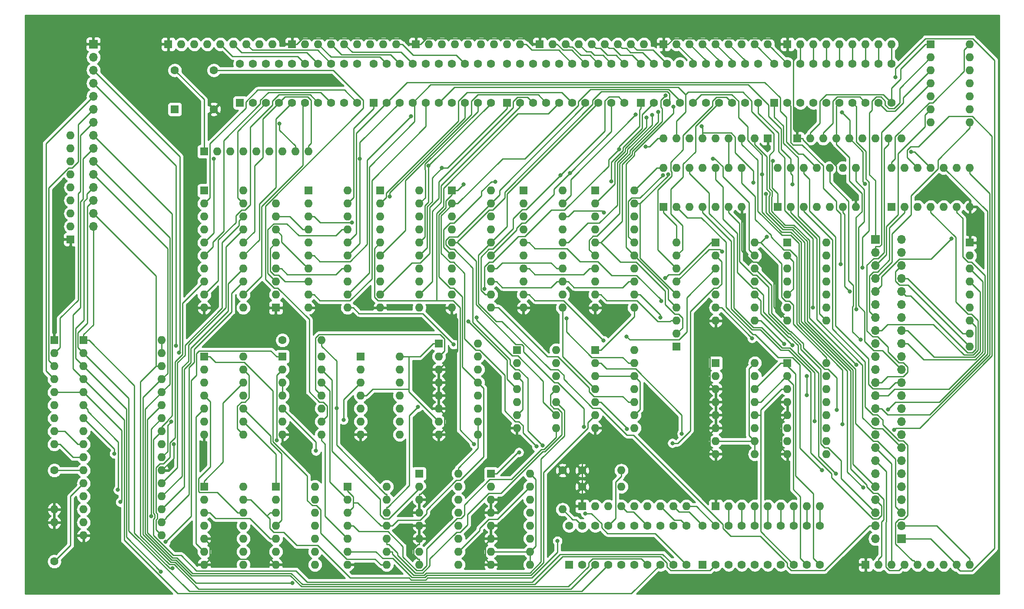
<source format=gbl>
G04 #@! TF.GenerationSoftware,KiCad,Pcbnew,(5.1.2)-2*
G04 #@! TF.CreationDate,2019-09-02T15:20:59+02:00*
G04 #@! TF.ProjectId,Controller,436f6e74-726f-46c6-9c65-722e6b696361,rev?*
G04 #@! TF.SameCoordinates,Original*
G04 #@! TF.FileFunction,Copper,L2,Bot*
G04 #@! TF.FilePolarity,Positive*
%FSLAX46Y46*%
G04 Gerber Fmt 4.6, Leading zero omitted, Abs format (unit mm)*
G04 Created by KiCad (PCBNEW (5.1.2)-2) date 2019-09-02 15:20:59*
%MOMM*%
%LPD*%
G04 APERTURE LIST*
%ADD10C,1.600000*%
%ADD11R,1.600000X1.600000*%
%ADD12O,1.600000X1.600000*%
%ADD13O,1.700000X1.700000*%
%ADD14R,1.700000X1.700000*%
%ADD15C,0.800000*%
%ADD16C,0.250000*%
%ADD17C,0.254000*%
G04 APERTURE END LIST*
D10*
X160020000Y-36830000D03*
X182880000Y-36830000D03*
X180340000Y-36830000D03*
X172720000Y-36830000D03*
X170180000Y-36830000D03*
X167640000Y-36830000D03*
X162560000Y-36830000D03*
X165100000Y-36830000D03*
X175260000Y-36830000D03*
X177800000Y-36830000D03*
X182880000Y-44450000D03*
X175260000Y-44450000D03*
X180340000Y-44450000D03*
X172720000Y-44450000D03*
X177800000Y-44450000D03*
X170180000Y-44450000D03*
X167640000Y-44450000D03*
X165100000Y-44450000D03*
D11*
X160020000Y-44450000D03*
D10*
X162560000Y-44450000D03*
X120015000Y-127000000D03*
X142875000Y-127000000D03*
X140335000Y-127000000D03*
X132715000Y-127000000D03*
X130175000Y-127000000D03*
X127635000Y-127000000D03*
X122555000Y-127000000D03*
X125095000Y-127000000D03*
X135255000Y-127000000D03*
X137795000Y-127000000D03*
X142875000Y-134620000D03*
X135255000Y-134620000D03*
X140335000Y-134620000D03*
X132715000Y-134620000D03*
X137795000Y-134620000D03*
X130175000Y-134620000D03*
X127635000Y-134620000D03*
X125095000Y-134620000D03*
D11*
X120015000Y-134620000D03*
D10*
X122555000Y-134620000D03*
X146050000Y-126982000D03*
X168910000Y-126982000D03*
X166370000Y-126982000D03*
X158750000Y-126982000D03*
X156210000Y-126982000D03*
X153670000Y-126982000D03*
X148590000Y-126982000D03*
X151130000Y-126982000D03*
X161290000Y-126982000D03*
X163830000Y-126982000D03*
X168910000Y-134602000D03*
X161290000Y-134602000D03*
X166370000Y-134602000D03*
X158750000Y-134602000D03*
X163830000Y-134602000D03*
X156210000Y-134602000D03*
X153670000Y-134602000D03*
X151130000Y-134602000D03*
D11*
X146050000Y-134602000D03*
D10*
X148590000Y-134602000D03*
X133985000Y-36830000D03*
X156845000Y-36830000D03*
X154305000Y-36830000D03*
X146685000Y-36830000D03*
X144145000Y-36830000D03*
X141605000Y-36830000D03*
X136525000Y-36830000D03*
X139065000Y-36830000D03*
X149225000Y-36830000D03*
X151765000Y-36830000D03*
X156845000Y-44450000D03*
X149225000Y-44450000D03*
X154305000Y-44450000D03*
X146685000Y-44450000D03*
X151765000Y-44450000D03*
X144145000Y-44450000D03*
X141605000Y-44450000D03*
X139065000Y-44450000D03*
D11*
X133985000Y-44450000D03*
D10*
X136525000Y-44450000D03*
X107950000Y-36830000D03*
X130810000Y-36830000D03*
X128270000Y-36830000D03*
X120650000Y-36830000D03*
X118110000Y-36830000D03*
X115570000Y-36830000D03*
X110490000Y-36830000D03*
X113030000Y-36830000D03*
X123190000Y-36830000D03*
X125730000Y-36830000D03*
X130810000Y-44450000D03*
X123190000Y-44450000D03*
X128270000Y-44450000D03*
X120650000Y-44450000D03*
X125730000Y-44450000D03*
X118110000Y-44450000D03*
X115570000Y-44450000D03*
X113030000Y-44450000D03*
D11*
X107950000Y-44450000D03*
D10*
X110490000Y-44450000D03*
X81915000Y-36830000D03*
X104775000Y-36830000D03*
X102235000Y-36830000D03*
X94615000Y-36830000D03*
X92075000Y-36830000D03*
X89535000Y-36830000D03*
X84455000Y-36830000D03*
X86995000Y-36830000D03*
X97155000Y-36830000D03*
X99695000Y-36830000D03*
X104775000Y-44450000D03*
X97155000Y-44450000D03*
X102235000Y-44450000D03*
X94615000Y-44450000D03*
X99695000Y-44450000D03*
X92075000Y-44450000D03*
X89535000Y-44450000D03*
X86995000Y-44450000D03*
D11*
X81915000Y-44450000D03*
D10*
X84455000Y-44450000D03*
X55880000Y-36830000D03*
X78740000Y-36830000D03*
X76200000Y-36830000D03*
X68580000Y-36830000D03*
X66040000Y-36830000D03*
X63500000Y-36830000D03*
X58420000Y-36830000D03*
X60960000Y-36830000D03*
X71120000Y-36830000D03*
X73660000Y-36830000D03*
X78740000Y-44450000D03*
X71120000Y-44450000D03*
X76200000Y-44450000D03*
X68580000Y-44450000D03*
X73660000Y-44450000D03*
X66040000Y-44450000D03*
X63500000Y-44450000D03*
X60960000Y-44450000D03*
D11*
X55880000Y-44450000D03*
D10*
X58420000Y-44450000D03*
D12*
X40640000Y-103505000D03*
X40640000Y-100965000D03*
X40640000Y-95885000D03*
X40640000Y-93345000D03*
X40640000Y-90805000D03*
X40640000Y-98425000D03*
X40640000Y-126365000D03*
X40640000Y-128905000D03*
X40640000Y-123825000D03*
X40640000Y-106045000D03*
X40640000Y-111125000D03*
X40640000Y-108585000D03*
X40640000Y-113665000D03*
X40640000Y-118745000D03*
X40640000Y-116205000D03*
X40640000Y-121285000D03*
X25400000Y-126365000D03*
X25400000Y-123825000D03*
X25400000Y-128905000D03*
X25400000Y-121285000D03*
X25400000Y-118745000D03*
X25400000Y-108585000D03*
X25400000Y-116205000D03*
X25400000Y-113665000D03*
X25400000Y-111125000D03*
X25400000Y-100965000D03*
X25400000Y-106045000D03*
X25400000Y-103505000D03*
X25400000Y-98425000D03*
X25400000Y-95885000D03*
X25400000Y-93345000D03*
D11*
X25400000Y-90805000D03*
D12*
X168910000Y-123190000D03*
X166370000Y-123190000D03*
X163830000Y-123190000D03*
X161290000Y-123190000D03*
X158750000Y-123190000D03*
X156210000Y-123190000D03*
X153670000Y-123190000D03*
X151130000Y-123190000D03*
D11*
X148590000Y-123190000D03*
D12*
X142875000Y-123190000D03*
X140335000Y-123190000D03*
X137795000Y-123190000D03*
X135255000Y-123190000D03*
X132715000Y-123190000D03*
X130175000Y-123190000D03*
X127635000Y-123190000D03*
X125095000Y-123190000D03*
D11*
X122555000Y-123190000D03*
D12*
X130175000Y-119380000D03*
D10*
X122555000Y-119380000D03*
D12*
X118745000Y-123825000D03*
D10*
X118745000Y-116205000D03*
D12*
X130175000Y-116205000D03*
D10*
X122555000Y-116205000D03*
D12*
X84455000Y-119380000D03*
X76835000Y-134620000D03*
X84455000Y-121920000D03*
X76835000Y-132080000D03*
X84455000Y-124460000D03*
X76835000Y-129540000D03*
X84455000Y-127000000D03*
X76835000Y-127000000D03*
X84455000Y-129540000D03*
X76835000Y-124460000D03*
X84455000Y-132080000D03*
X76835000Y-121920000D03*
X84455000Y-134620000D03*
D11*
X76835000Y-119380000D03*
D12*
X102235000Y-91440000D03*
X94615000Y-109220000D03*
X102235000Y-93980000D03*
X94615000Y-106680000D03*
X102235000Y-96520000D03*
X94615000Y-104140000D03*
X102235000Y-99060000D03*
X94615000Y-101600000D03*
X102235000Y-101600000D03*
X94615000Y-99060000D03*
X102235000Y-104140000D03*
X94615000Y-96520000D03*
X102235000Y-106680000D03*
X94615000Y-93980000D03*
X102235000Y-109220000D03*
D11*
X94615000Y-91440000D03*
D12*
X117475000Y-92710000D03*
X109855000Y-107950000D03*
X117475000Y-95250000D03*
X109855000Y-105410000D03*
X117475000Y-97790000D03*
X109855000Y-102870000D03*
X117475000Y-100330000D03*
X109855000Y-100330000D03*
X117475000Y-102870000D03*
X109855000Y-97790000D03*
X117475000Y-105410000D03*
X109855000Y-95250000D03*
X117475000Y-107950000D03*
D11*
X109855000Y-92710000D03*
D12*
X132715000Y-92710000D03*
X125095000Y-107950000D03*
X132715000Y-95250000D03*
X125095000Y-105410000D03*
X132715000Y-97790000D03*
X125095000Y-102870000D03*
X132715000Y-100330000D03*
X125095000Y-100330000D03*
X132715000Y-102870000D03*
X125095000Y-97790000D03*
X132715000Y-105410000D03*
X125095000Y-95250000D03*
X132715000Y-107950000D03*
D11*
X125095000Y-92710000D03*
D12*
X62865000Y-64135000D03*
X62865000Y-66675000D03*
X62865000Y-69215000D03*
X62865000Y-71755000D03*
X62865000Y-74295000D03*
X62865000Y-76835000D03*
X62865000Y-79375000D03*
X62865000Y-81915000D03*
D11*
X62865000Y-84455000D03*
D12*
X198120000Y-92075000D03*
X198120000Y-89535000D03*
X198120000Y-86995000D03*
X198120000Y-84455000D03*
X198120000Y-81915000D03*
X198120000Y-79375000D03*
X198120000Y-76835000D03*
X198120000Y-74295000D03*
D11*
X198120000Y-71755000D03*
D12*
X138430000Y-51435000D03*
X140970000Y-51435000D03*
X143510000Y-51435000D03*
X146050000Y-51435000D03*
X148590000Y-51435000D03*
X151130000Y-51435000D03*
X153670000Y-51435000D03*
X156210000Y-51435000D03*
D11*
X158750000Y-51435000D03*
D12*
X198120000Y-134620000D03*
X195580000Y-134620000D03*
X193040000Y-134620000D03*
X190500000Y-134620000D03*
X187960000Y-134620000D03*
X185420000Y-134620000D03*
X182880000Y-134620000D03*
X180340000Y-134620000D03*
D11*
X177800000Y-134620000D03*
D12*
X184785000Y-51435000D03*
X182245000Y-51435000D03*
X179705000Y-51435000D03*
X177165000Y-51435000D03*
X174625000Y-51435000D03*
X172085000Y-51435000D03*
X169545000Y-51435000D03*
X167005000Y-51435000D03*
D11*
X164465000Y-51435000D03*
D12*
X69215000Y-53975000D03*
X66675000Y-53975000D03*
X64135000Y-53975000D03*
X61595000Y-53975000D03*
X59055000Y-53975000D03*
X56515000Y-53975000D03*
X53975000Y-53975000D03*
X51435000Y-53975000D03*
D11*
X48895000Y-53975000D03*
D12*
X140970000Y-71755000D03*
X140970000Y-74295000D03*
X140970000Y-76835000D03*
X140970000Y-79375000D03*
X140970000Y-81915000D03*
X140970000Y-84455000D03*
X140970000Y-86995000D03*
X140970000Y-89535000D03*
D11*
X140970000Y-92075000D03*
D12*
X22860000Y-50800000D03*
X22860000Y-53340000D03*
X22860000Y-55880000D03*
X22860000Y-58420000D03*
X22860000Y-60960000D03*
X22860000Y-63500000D03*
X22860000Y-66040000D03*
X22860000Y-68580000D03*
D11*
X22860000Y-71120000D03*
D12*
X19685000Y-111125000D03*
X19685000Y-108585000D03*
X19685000Y-106045000D03*
X19685000Y-103505000D03*
X19685000Y-100965000D03*
X19685000Y-98425000D03*
X19685000Y-95885000D03*
X19685000Y-93345000D03*
D11*
X19685000Y-90805000D03*
D12*
X71755000Y-90805000D03*
D10*
X64135000Y-90805000D03*
D12*
X19685000Y-123825000D03*
D10*
X19685000Y-116205000D03*
D12*
X19685000Y-126365000D03*
D10*
X19685000Y-133985000D03*
D12*
X198120000Y-33020000D03*
X190500000Y-48260000D03*
X198120000Y-35560000D03*
X190500000Y-45720000D03*
X198120000Y-38100000D03*
X190500000Y-43180000D03*
X198120000Y-40640000D03*
X190500000Y-40640000D03*
X198120000Y-43180000D03*
X190500000Y-38100000D03*
X198120000Y-45720000D03*
X190500000Y-35560000D03*
X198120000Y-48260000D03*
D11*
X190500000Y-33020000D03*
D10*
X50800000Y-45720000D03*
X50800000Y-38100000D03*
X43180000Y-38100000D03*
D11*
X43180000Y-45720000D03*
D12*
X160655000Y-57150000D03*
X175895000Y-64770000D03*
X163195000Y-57150000D03*
X173355000Y-64770000D03*
X165735000Y-57150000D03*
X170815000Y-64770000D03*
X168275000Y-57150000D03*
X168275000Y-64770000D03*
X170815000Y-57150000D03*
X165735000Y-64770000D03*
X173355000Y-57150000D03*
X163195000Y-64770000D03*
X175895000Y-57150000D03*
D11*
X160655000Y-64770000D03*
D12*
X138430000Y-57150000D03*
X153670000Y-64770000D03*
X140970000Y-57150000D03*
X151130000Y-64770000D03*
X143510000Y-57150000D03*
X148590000Y-64770000D03*
X146050000Y-57150000D03*
X146050000Y-64770000D03*
X148590000Y-57150000D03*
X143510000Y-64770000D03*
X151130000Y-57150000D03*
X140970000Y-64770000D03*
X153670000Y-57150000D03*
D11*
X138430000Y-64770000D03*
D12*
X170180000Y-71755000D03*
X162560000Y-86995000D03*
X170180000Y-74295000D03*
X162560000Y-84455000D03*
X170180000Y-76835000D03*
X162560000Y-81915000D03*
X170180000Y-79375000D03*
X162560000Y-79375000D03*
X170180000Y-81915000D03*
X162560000Y-76835000D03*
X170180000Y-84455000D03*
X162560000Y-74295000D03*
X170180000Y-86995000D03*
D11*
X162560000Y-71755000D03*
D12*
X182880000Y-57150000D03*
X198120000Y-64770000D03*
X185420000Y-57150000D03*
X195580000Y-64770000D03*
X187960000Y-57150000D03*
X193040000Y-64770000D03*
X190500000Y-57150000D03*
X190500000Y-64770000D03*
X193040000Y-57150000D03*
X187960000Y-64770000D03*
X195580000Y-57150000D03*
X185420000Y-64770000D03*
X198120000Y-57150000D03*
D11*
X182880000Y-64770000D03*
D12*
X56515000Y-61595000D03*
X48895000Y-84455000D03*
X56515000Y-64135000D03*
X48895000Y-81915000D03*
X56515000Y-66675000D03*
X48895000Y-79375000D03*
X56515000Y-69215000D03*
X48895000Y-76835000D03*
X56515000Y-71755000D03*
X48895000Y-74295000D03*
X56515000Y-74295000D03*
X48895000Y-71755000D03*
X56515000Y-76835000D03*
X48895000Y-69215000D03*
X56515000Y-79375000D03*
X48895000Y-66675000D03*
X56515000Y-81915000D03*
X48895000Y-64135000D03*
X56515000Y-84455000D03*
D11*
X48895000Y-61595000D03*
D12*
X76835000Y-61595000D03*
X69215000Y-84455000D03*
X76835000Y-64135000D03*
X69215000Y-81915000D03*
X76835000Y-66675000D03*
X69215000Y-79375000D03*
X76835000Y-69215000D03*
X69215000Y-76835000D03*
X76835000Y-71755000D03*
X69215000Y-74295000D03*
X76835000Y-74295000D03*
X69215000Y-71755000D03*
X76835000Y-76835000D03*
X69215000Y-69215000D03*
X76835000Y-79375000D03*
X69215000Y-66675000D03*
X76835000Y-81915000D03*
X69215000Y-64135000D03*
X76835000Y-84455000D03*
D11*
X69215000Y-61595000D03*
D12*
X90805000Y-61595000D03*
X83185000Y-84455000D03*
X90805000Y-64135000D03*
X83185000Y-81915000D03*
X90805000Y-66675000D03*
X83185000Y-79375000D03*
X90805000Y-69215000D03*
X83185000Y-76835000D03*
X90805000Y-71755000D03*
X83185000Y-74295000D03*
X90805000Y-74295000D03*
X83185000Y-71755000D03*
X90805000Y-76835000D03*
X83185000Y-69215000D03*
X90805000Y-79375000D03*
X83185000Y-66675000D03*
X90805000Y-81915000D03*
X83185000Y-64135000D03*
X90805000Y-84455000D03*
D11*
X83185000Y-61595000D03*
D12*
X104775000Y-61595000D03*
X97155000Y-84455000D03*
X104775000Y-64135000D03*
X97155000Y-81915000D03*
X104775000Y-66675000D03*
X97155000Y-79375000D03*
X104775000Y-69215000D03*
X97155000Y-76835000D03*
X104775000Y-71755000D03*
X97155000Y-74295000D03*
X104775000Y-74295000D03*
X97155000Y-71755000D03*
X104775000Y-76835000D03*
X97155000Y-69215000D03*
X104775000Y-79375000D03*
X97155000Y-66675000D03*
X104775000Y-81915000D03*
X97155000Y-64135000D03*
X104775000Y-84455000D03*
D11*
X97155000Y-61595000D03*
D12*
X118745000Y-61595000D03*
X111125000Y-84455000D03*
X118745000Y-64135000D03*
X111125000Y-81915000D03*
X118745000Y-66675000D03*
X111125000Y-79375000D03*
X118745000Y-69215000D03*
X111125000Y-76835000D03*
X118745000Y-71755000D03*
X111125000Y-74295000D03*
X118745000Y-74295000D03*
X111125000Y-71755000D03*
X118745000Y-76835000D03*
X111125000Y-69215000D03*
X118745000Y-79375000D03*
X111125000Y-66675000D03*
X118745000Y-81915000D03*
X111125000Y-64135000D03*
X118745000Y-84455000D03*
D11*
X111125000Y-61595000D03*
D12*
X132715000Y-61595000D03*
X125095000Y-84455000D03*
X132715000Y-64135000D03*
X125095000Y-81915000D03*
X132715000Y-66675000D03*
X125095000Y-79375000D03*
X132715000Y-69215000D03*
X125095000Y-76835000D03*
X132715000Y-71755000D03*
X125095000Y-74295000D03*
X132715000Y-74295000D03*
X125095000Y-71755000D03*
X132715000Y-76835000D03*
X125095000Y-69215000D03*
X132715000Y-79375000D03*
X125095000Y-66675000D03*
X132715000Y-81915000D03*
X125095000Y-64135000D03*
X132715000Y-84455000D03*
D11*
X125095000Y-61595000D03*
D12*
X170180000Y-95250000D03*
X162560000Y-113030000D03*
X170180000Y-97790000D03*
X162560000Y-110490000D03*
X170180000Y-100330000D03*
X162560000Y-107950000D03*
X170180000Y-102870000D03*
X162560000Y-105410000D03*
X170180000Y-105410000D03*
X162560000Y-102870000D03*
X170180000Y-107950000D03*
X162560000Y-100330000D03*
X170180000Y-110490000D03*
X162560000Y-97790000D03*
X170180000Y-113030000D03*
D11*
X162560000Y-95250000D03*
D12*
X86995000Y-93980000D03*
X79375000Y-109220000D03*
X86995000Y-96520000D03*
X79375000Y-106680000D03*
X86995000Y-99060000D03*
X79375000Y-104140000D03*
X86995000Y-101600000D03*
X79375000Y-101600000D03*
X86995000Y-104140000D03*
X79375000Y-99060000D03*
X86995000Y-106680000D03*
X79375000Y-96520000D03*
X86995000Y-109220000D03*
D11*
X79375000Y-93980000D03*
D12*
X156210000Y-95250000D03*
X148590000Y-113030000D03*
X156210000Y-97790000D03*
X148590000Y-110490000D03*
X156210000Y-100330000D03*
X148590000Y-107950000D03*
X156210000Y-102870000D03*
X148590000Y-105410000D03*
X156210000Y-105410000D03*
X148590000Y-102870000D03*
X156210000Y-107950000D03*
X148590000Y-100330000D03*
X156210000Y-110490000D03*
X148590000Y-97790000D03*
X156210000Y-113030000D03*
D11*
X148590000Y-95250000D03*
X104775000Y-116840000D03*
D12*
X112395000Y-134620000D03*
X104775000Y-119380000D03*
X112395000Y-132080000D03*
X104775000Y-121920000D03*
X112395000Y-129540000D03*
X104775000Y-124460000D03*
X112395000Y-127000000D03*
X104775000Y-127000000D03*
X112395000Y-124460000D03*
X104775000Y-129540000D03*
X112395000Y-121920000D03*
X104775000Y-132080000D03*
X112395000Y-119380000D03*
X104775000Y-134620000D03*
X112395000Y-116840000D03*
D11*
X90805000Y-116840000D03*
D12*
X98425000Y-134620000D03*
X90805000Y-119380000D03*
X98425000Y-132080000D03*
X90805000Y-121920000D03*
X98425000Y-129540000D03*
X90805000Y-124460000D03*
X98425000Y-127000000D03*
X90805000Y-127000000D03*
X98425000Y-124460000D03*
X90805000Y-129540000D03*
X98425000Y-121920000D03*
X90805000Y-132080000D03*
X98425000Y-119380000D03*
X90805000Y-134620000D03*
X98425000Y-116840000D03*
X70485000Y-119380000D03*
X62865000Y-134620000D03*
X70485000Y-121920000D03*
X62865000Y-132080000D03*
X70485000Y-124460000D03*
X62865000Y-129540000D03*
X70485000Y-127000000D03*
X62865000Y-127000000D03*
X70485000Y-129540000D03*
X62865000Y-124460000D03*
X70485000Y-132080000D03*
X62865000Y-121920000D03*
X70485000Y-134620000D03*
D11*
X62865000Y-119380000D03*
D12*
X56515000Y-119380000D03*
X48895000Y-134620000D03*
X56515000Y-121920000D03*
X48895000Y-132080000D03*
X56515000Y-124460000D03*
X48895000Y-129540000D03*
X56515000Y-127000000D03*
X48895000Y-127000000D03*
X56515000Y-129540000D03*
X48895000Y-124460000D03*
X56515000Y-132080000D03*
X48895000Y-121920000D03*
X56515000Y-134620000D03*
D11*
X48895000Y-119380000D03*
X148590000Y-71755000D03*
D12*
X156210000Y-86995000D03*
X148590000Y-74295000D03*
X156210000Y-84455000D03*
X148590000Y-76835000D03*
X156210000Y-81915000D03*
X148590000Y-79375000D03*
X156210000Y-79375000D03*
X148590000Y-81915000D03*
X156210000Y-76835000D03*
X148590000Y-84455000D03*
X156210000Y-74295000D03*
X148590000Y-86995000D03*
X156210000Y-71755000D03*
X71755000Y-93980000D03*
X64135000Y-109220000D03*
X71755000Y-96520000D03*
X64135000Y-106680000D03*
X71755000Y-99060000D03*
X64135000Y-104140000D03*
X71755000Y-101600000D03*
X64135000Y-101600000D03*
X71755000Y-104140000D03*
X64135000Y-99060000D03*
X71755000Y-106680000D03*
X64135000Y-96520000D03*
X71755000Y-109220000D03*
D11*
X64135000Y-93980000D03*
X48895000Y-93980000D03*
D12*
X56515000Y-109220000D03*
X48895000Y-96520000D03*
X56515000Y-106680000D03*
X48895000Y-99060000D03*
X56515000Y-104140000D03*
X48895000Y-101600000D03*
X56515000Y-101600000D03*
X48895000Y-104140000D03*
X56515000Y-99060000D03*
X48895000Y-106680000D03*
X56515000Y-96520000D03*
X48895000Y-109220000D03*
X56515000Y-93980000D03*
X182880000Y-33020000D03*
X180340000Y-33020000D03*
X177800000Y-33020000D03*
X175260000Y-33020000D03*
X172720000Y-33020000D03*
X170180000Y-33020000D03*
X167640000Y-33020000D03*
X165100000Y-33020000D03*
D11*
X162560000Y-33020000D03*
D12*
X158750000Y-33020000D03*
X156210000Y-33020000D03*
X153670000Y-33020000D03*
X151130000Y-33020000D03*
X148590000Y-33020000D03*
X146050000Y-33020000D03*
X143510000Y-33020000D03*
X140970000Y-33020000D03*
D11*
X138430000Y-33020000D03*
D12*
X134620000Y-33020000D03*
X132080000Y-33020000D03*
X129540000Y-33020000D03*
X127000000Y-33020000D03*
X124460000Y-33020000D03*
X121920000Y-33020000D03*
X119380000Y-33020000D03*
X116840000Y-33020000D03*
D11*
X114300000Y-33020000D03*
D12*
X110490000Y-33020000D03*
X107950000Y-33020000D03*
X105410000Y-33020000D03*
X102870000Y-33020000D03*
X100330000Y-33020000D03*
X97790000Y-33020000D03*
X95250000Y-33020000D03*
X92710000Y-33020000D03*
D11*
X90170000Y-33020000D03*
D12*
X86360000Y-33020000D03*
X83820000Y-33020000D03*
X81280000Y-33020000D03*
X78740000Y-33020000D03*
X76200000Y-33020000D03*
X73660000Y-33020000D03*
X71120000Y-33020000D03*
X68580000Y-33020000D03*
D11*
X66040000Y-33020000D03*
D12*
X62230000Y-33020000D03*
X59690000Y-33020000D03*
X57150000Y-33020000D03*
X54610000Y-33020000D03*
X52070000Y-33020000D03*
X49530000Y-33020000D03*
X46990000Y-33020000D03*
X44450000Y-33020000D03*
D11*
X41910000Y-33020000D03*
D13*
X184785000Y-71120000D03*
X184785000Y-73660000D03*
X184785000Y-76200000D03*
X184785000Y-78740000D03*
X184785000Y-81280000D03*
X184785000Y-83820000D03*
X184785000Y-86360000D03*
X184785000Y-88900000D03*
X184785000Y-91440000D03*
X184785000Y-93980000D03*
X184785000Y-96520000D03*
X184785000Y-99060000D03*
X184785000Y-101600000D03*
X184785000Y-104140000D03*
X184785000Y-106680000D03*
X184785000Y-109220000D03*
X184785000Y-111760000D03*
X184785000Y-114300000D03*
X184785000Y-116840000D03*
X184785000Y-119380000D03*
X184785000Y-121920000D03*
X184785000Y-124460000D03*
X184785000Y-127000000D03*
D14*
X184785000Y-129540000D03*
D13*
X179705000Y-129540000D03*
X179705000Y-127000000D03*
X179705000Y-124460000D03*
X179705000Y-121920000D03*
X179705000Y-119380000D03*
X179705000Y-116840000D03*
X179705000Y-114300000D03*
X179705000Y-111760000D03*
X179705000Y-109220000D03*
X179705000Y-106680000D03*
X179705000Y-104140000D03*
X179705000Y-101600000D03*
X179705000Y-99060000D03*
X179705000Y-96520000D03*
X179705000Y-93980000D03*
X179705000Y-91440000D03*
X179705000Y-88900000D03*
X179705000Y-86360000D03*
X179705000Y-83820000D03*
X179705000Y-81280000D03*
X179705000Y-78740000D03*
X179705000Y-76200000D03*
X179705000Y-73660000D03*
D14*
X179705000Y-71120000D03*
D13*
X27305000Y-68580000D03*
X27305000Y-66040000D03*
X27305000Y-63500000D03*
X27305000Y-60960000D03*
X27305000Y-58420000D03*
X27305000Y-55880000D03*
X27305000Y-53340000D03*
X27305000Y-50800000D03*
X27305000Y-48260000D03*
X27305000Y-45720000D03*
X27305000Y-43180000D03*
X27305000Y-40640000D03*
X27305000Y-38100000D03*
X27305000Y-35560000D03*
D14*
X27305000Y-33020000D03*
D15*
X42508100Y-106699100D03*
X123199800Y-124633400D03*
X66134700Y-138230300D03*
X40458100Y-135950900D03*
X42726700Y-135313800D03*
X63029600Y-110325400D03*
X41385200Y-130178100D03*
X70689700Y-112407200D03*
X31384000Y-112957100D03*
X117754700Y-129987600D03*
X32091300Y-120015000D03*
X32566800Y-122393900D03*
X38563600Y-125151300D03*
X50793600Y-55400700D03*
X63593200Y-48538300D03*
X159777300Y-55794000D03*
X92637900Y-56741900D03*
X155938500Y-60078100D03*
X85096800Y-62756900D03*
X145810100Y-49042100D03*
X148058500Y-55359900D03*
X175983000Y-95588900D03*
X89191400Y-47099100D03*
X134889500Y-53006000D03*
X102000700Y-86411000D03*
X163521800Y-60387000D03*
X79246900Y-55412100D03*
X120180600Y-58142800D03*
X118371700Y-58610600D03*
X114840500Y-111375200D03*
X183636600Y-39464100D03*
X101529000Y-111088400D03*
X177310500Y-119557600D03*
X95248400Y-57192200D03*
X126744100Y-90837400D03*
X167567000Y-84455000D03*
X136190800Y-46843200D03*
X186683400Y-53988000D03*
X157636700Y-58444800D03*
X133025200Y-46761100D03*
X113665300Y-111520500D03*
X122925600Y-107692100D03*
X105667000Y-59869100D03*
X128210800Y-59768800D03*
X129770100Y-53487500D03*
X103526500Y-80760300D03*
X138862100Y-43025300D03*
X135106600Y-47316800D03*
X137402100Y-46218500D03*
X177140500Y-76617900D03*
X175996800Y-84800900D03*
X137788900Y-86377700D03*
X140335000Y-45207900D03*
X177712600Y-60275300D03*
X138294600Y-58568000D03*
X173159500Y-46323300D03*
X139295000Y-58430300D03*
X172956500Y-75923000D03*
X149826400Y-73471800D03*
X43417200Y-91892200D03*
X43987300Y-93254400D03*
X158549700Y-70625900D03*
X42962100Y-111125000D03*
X158413100Y-62227900D03*
X169299400Y-116209700D03*
X183366500Y-108286500D03*
X182135100Y-104351400D03*
X161911500Y-91571200D03*
X163567200Y-91811200D03*
X155671400Y-90411100D03*
X194516200Y-70939400D03*
X176871400Y-90725800D03*
X172148900Y-104368200D03*
X174699800Y-81309000D03*
X167863200Y-106646400D03*
X171977400Y-116857400D03*
X173279100Y-107234500D03*
X138764000Y-78664400D03*
X110254500Y-112680000D03*
X140152500Y-110892800D03*
X77672800Y-67821200D03*
X126832900Y-65904200D03*
X166349800Y-101552200D03*
X166349800Y-97790000D03*
X131299100Y-108173000D03*
X141979400Y-109056700D03*
X137956100Y-83140600D03*
X74698600Y-104110100D03*
X76062200Y-106336500D03*
X131246400Y-90073800D03*
X99422700Y-60414700D03*
X119497500Y-86501000D03*
X97523900Y-91641400D03*
X100428600Y-87172100D03*
X90574700Y-103850400D03*
D16*
X120713500Y-125793500D02*
X121348500Y-125793500D01*
X118745000Y-123825000D02*
X120713500Y-125793500D01*
X121348500Y-125793500D02*
X122555000Y-127000000D01*
X130175000Y-116205000D02*
X130175000Y-117330300D01*
X130175000Y-117330300D02*
X129049700Y-118455600D01*
X129049700Y-118455600D02*
X129049700Y-125585300D01*
X129049700Y-125585300D02*
X127635000Y-127000000D01*
X42682000Y-66177000D02*
X27305000Y-50800000D01*
X42682000Y-105499500D02*
X42682000Y-66177000D01*
X41782800Y-106398700D02*
X42682000Y-105499500D01*
X41782800Y-106531500D02*
X41782800Y-106398700D01*
X40640000Y-108585000D02*
X40640000Y-107674300D01*
X40640000Y-107674300D02*
X41782800Y-106531500D01*
X138274000Y-132559000D02*
X140335000Y-134620000D01*
X112813400Y-138004700D02*
X118259100Y-132559000D01*
X68962800Y-138004700D02*
X112813400Y-138004700D01*
X44408300Y-132785000D02*
X47399400Y-135776100D01*
X42928300Y-132785000D02*
X44408300Y-132785000D01*
X39021200Y-128877900D02*
X42928300Y-132785000D01*
X66734200Y-135776100D02*
X68962800Y-138004700D01*
X40640000Y-108585000D02*
X39021200Y-110203800D01*
X39021200Y-110203800D02*
X39021200Y-124583100D01*
X39021200Y-124583100D02*
X39288900Y-124850800D01*
X118259100Y-132559000D02*
X138274000Y-132559000D01*
X39288900Y-124850800D02*
X39288900Y-125451800D01*
X39288900Y-125451800D02*
X39021200Y-125719500D01*
X47399400Y-135776100D02*
X66734200Y-135776100D01*
X39021200Y-125719500D02*
X39021200Y-128877900D01*
X24778700Y-61729800D02*
X24328400Y-62180100D01*
X24328400Y-62180100D02*
X24328400Y-82967500D01*
X24328400Y-82967500D02*
X20810300Y-86485600D01*
X142875000Y-134620000D02*
X136753200Y-128498200D01*
X136753200Y-128498200D02*
X127476500Y-128498200D01*
X127476500Y-128498200D02*
X126365000Y-127386700D01*
X126365000Y-127386700D02*
X126365000Y-126630600D01*
X126365000Y-126630600D02*
X124367800Y-124633400D01*
X124367800Y-124633400D02*
X123199800Y-124633400D01*
X24778310Y-52436910D02*
X24778700Y-52437300D01*
X24778310Y-50786690D02*
X24778310Y-52436910D01*
X27305000Y-48260000D02*
X24778310Y-50786690D01*
X24778700Y-52437300D02*
X24778700Y-61729800D01*
X41765300Y-107441900D02*
X42508100Y-106699100D01*
X41765300Y-112539700D02*
X41765300Y-107441900D01*
X40640000Y-113665000D02*
X41765300Y-112539700D01*
X20810001Y-90949999D02*
X20810300Y-90949700D01*
X20810001Y-92219999D02*
X20810001Y-90949999D01*
X19685000Y-93345000D02*
X20810001Y-92219999D01*
X20810300Y-86485600D02*
X20810300Y-90949700D01*
X142075001Y-126200001D02*
X142875000Y-127000000D01*
X141749999Y-125874999D02*
X142075001Y-126200001D01*
X140479999Y-125874999D02*
X141749999Y-125874999D01*
X137795000Y-123190000D02*
X140479999Y-125874999D01*
X23353100Y-96378100D02*
X25400000Y-98425000D01*
X27305000Y-53340000D02*
X25283400Y-55361600D01*
X25283400Y-55361600D02*
X25283400Y-63221500D01*
X25283400Y-63221500D02*
X24778800Y-63726100D01*
X24778800Y-63726100D02*
X24778800Y-84401000D01*
X24778800Y-84401000D02*
X23353100Y-85826700D01*
X23353100Y-85826700D02*
X23353100Y-96378100D01*
X132152400Y-140262600D02*
X137795000Y-134620000D01*
X43739800Y-140262600D02*
X132152400Y-140262600D01*
X33295700Y-129818500D02*
X43739800Y-140262600D01*
X33295700Y-106320700D02*
X33295700Y-129818500D01*
X25400000Y-98425000D02*
X33295700Y-106320700D01*
X42231600Y-70806600D02*
X27305000Y-55880000D01*
X42231600Y-99373400D02*
X42231600Y-70806600D01*
X40640000Y-100965000D02*
X42231600Y-99373400D01*
X134094600Y-133459600D02*
X135255000Y-134620000D01*
X123825100Y-134231500D02*
X124597000Y-133459600D01*
X123825100Y-134943100D02*
X123825100Y-134231500D01*
X119862900Y-138905300D02*
X123825100Y-134943100D01*
X67835500Y-138905300D02*
X119862900Y-138905300D01*
X124597000Y-133459600D02*
X134094600Y-133459600D01*
X65673700Y-136743500D02*
X67835500Y-138905300D01*
X37388000Y-104217000D02*
X37388000Y-128526700D01*
X37388000Y-128526700D02*
X42549200Y-133687900D01*
X40640000Y-100965000D02*
X37388000Y-104217000D01*
X42549200Y-133687900D02*
X43400400Y-133687900D01*
X43400400Y-133687900D02*
X46456000Y-136743500D01*
X46456000Y-136743500D02*
X65673700Y-136743500D01*
X66134700Y-138230300D02*
X47305900Y-138230300D01*
X47305900Y-138230300D02*
X43213800Y-134138200D01*
X43213800Y-134138200D02*
X42352500Y-134138200D01*
X42352500Y-134138200D02*
X36937700Y-128723400D01*
X36937700Y-128723400D02*
X36937700Y-101986600D01*
X36937700Y-101986600D02*
X40640000Y-98284300D01*
X40640000Y-98425000D02*
X40640000Y-98284300D01*
X41781590Y-75312410D02*
X41765300Y-75328700D01*
X41781590Y-72896590D02*
X41781590Y-75312410D01*
X27305000Y-58420000D02*
X41781590Y-72896590D01*
X41765300Y-97299700D02*
X41765300Y-95140700D01*
X40640000Y-98425000D02*
X41765300Y-97299700D01*
X41765300Y-75328700D02*
X41765300Y-95140700D01*
X41765300Y-95140700D02*
X41765300Y-96455800D01*
X25415600Y-63726200D02*
X25415600Y-86873900D01*
X25415600Y-86873900D02*
X23819600Y-88469900D01*
X23819600Y-88469900D02*
X23819600Y-94304600D01*
X23819600Y-94304600D02*
X25400000Y-95885000D01*
X26028900Y-62236100D02*
X26028900Y-63112900D01*
X27305000Y-60960000D02*
X26028900Y-62236100D01*
X26028900Y-63112900D02*
X25415600Y-63726200D01*
X33746000Y-129238800D02*
X40458100Y-135950900D01*
X33746000Y-104231000D02*
X33746000Y-129238800D01*
X25400000Y-95885000D02*
X33746000Y-104231000D01*
X134455001Y-126200001D02*
X135255000Y-127000000D01*
X132570001Y-124315001D02*
X134455001Y-126200001D01*
X131300001Y-124315001D02*
X132570001Y-124315001D01*
X130175000Y-123190000D02*
X131300001Y-124315001D01*
X26129700Y-87469700D02*
X24274600Y-89324800D01*
X24274600Y-89324800D02*
X24274600Y-92219600D01*
X24274600Y-92219600D02*
X25400000Y-93345000D01*
X26129999Y-65818001D02*
X26129700Y-65818300D01*
X26129999Y-64675001D02*
X26129999Y-65818001D01*
X27305000Y-63500000D02*
X26129999Y-64675001D01*
X26129700Y-65818300D02*
X26129700Y-87469700D01*
X122442800Y-139812200D02*
X127635000Y-134620000D01*
X46017500Y-139812200D02*
X122442800Y-139812200D01*
X34196400Y-127991100D02*
X46017500Y-139812200D01*
X34196400Y-102141400D02*
X34196400Y-127991100D01*
X25400000Y-93345000D02*
X34196400Y-102141400D01*
X125095000Y-134620000D02*
X120359400Y-139355600D01*
X120359400Y-139355600D02*
X47794300Y-139355600D01*
X47794300Y-139355600D02*
X43027200Y-134588500D01*
X43027200Y-134588500D02*
X42128900Y-134588500D01*
X42128900Y-134588500D02*
X36487400Y-128947000D01*
X36487400Y-128947000D02*
X36487400Y-98912300D01*
X36487400Y-98912300D02*
X39514700Y-95885000D01*
X39627300Y-95885000D02*
X39514700Y-95885000D01*
X40640000Y-95885000D02*
X39627300Y-95885000D01*
X39514700Y-78249700D02*
X39514700Y-79865300D01*
X27305000Y-66040000D02*
X39514700Y-78249700D01*
X39514700Y-79865300D02*
X39514700Y-95885000D01*
X25400000Y-90805000D02*
X25400000Y-89679700D01*
X27305000Y-68580000D02*
X27305000Y-87774700D01*
X27305000Y-87774700D02*
X25400000Y-89679700D01*
X42187000Y-135313800D02*
X42726700Y-135313800D01*
X35283500Y-128410300D02*
X42187000Y-135313800D01*
X35283500Y-99638500D02*
X35283500Y-128410300D01*
X26450000Y-90805000D02*
X35283500Y-99638500D01*
X25400000Y-90805000D02*
X26450000Y-90805000D01*
X145250001Y-126182001D02*
X146050000Y-126982000D01*
X143383001Y-124315001D02*
X145250001Y-126182001D01*
X141460001Y-124315001D02*
X143383001Y-124315001D01*
X140335000Y-123190000D02*
X141460001Y-124315001D01*
X142875000Y-123190000D02*
X144798000Y-123190000D01*
X144798000Y-123190000D02*
X148590000Y-126982000D01*
X151130000Y-123190000D02*
X151130000Y-126982000D01*
X153670000Y-123190000D02*
X153670000Y-126982000D01*
X156210000Y-102870000D02*
X157335300Y-102870000D01*
X162447500Y-98231200D02*
X163715000Y-99498700D01*
X163715000Y-99498700D02*
X163715000Y-119916600D01*
X163715000Y-119916600D02*
X165100000Y-121301600D01*
X165100000Y-121301600D02*
X165100000Y-133332000D01*
X165100000Y-133332000D02*
X166370000Y-134602000D01*
X162447500Y-97790000D02*
X162447500Y-98231200D01*
X157335300Y-102870000D02*
X161974100Y-98231200D01*
X161974100Y-98231200D02*
X162447500Y-98231200D01*
X162560000Y-97790000D02*
X162447500Y-97790000D01*
X19685000Y-116205000D02*
X25400000Y-116205000D01*
X63009700Y-110305500D02*
X63029600Y-110325400D01*
X63009700Y-97645300D02*
X63009700Y-110305500D01*
X64135000Y-96520000D02*
X63009700Y-97645300D01*
X161997400Y-95250000D02*
X164165400Y-97418000D01*
X164165400Y-97418000D02*
X164165400Y-117294800D01*
X164165400Y-117294800D02*
X167640000Y-120769400D01*
X167640000Y-120769400D02*
X167640000Y-133332000D01*
X167640000Y-133332000D02*
X168910000Y-134602000D01*
X162560000Y-95250000D02*
X161997400Y-95250000D01*
X64135000Y-93980000D02*
X63009700Y-93980000D01*
X41385200Y-130178100D02*
X46389400Y-125173900D01*
X46389400Y-125173900D02*
X46389400Y-98621800D01*
X46389400Y-98621800D02*
X47414500Y-97596700D01*
X47414500Y-97596700D02*
X47414500Y-93373300D01*
X47414500Y-93373300D02*
X47933100Y-92854700D01*
X47933100Y-92854700D02*
X61884400Y-92854700D01*
X61884400Y-92854700D02*
X63009700Y-93980000D01*
X22860000Y-121285000D02*
X22860000Y-130810000D01*
X25400000Y-118745000D02*
X22860000Y-121285000D01*
X19685000Y-133985000D02*
X22860000Y-130810000D01*
X161290000Y-95250000D02*
X156210000Y-100330000D01*
X162560000Y-95250000D02*
X161290000Y-95250000D01*
X168910000Y-123190000D02*
X168910000Y-126982000D01*
X166370000Y-123190000D02*
X166370000Y-126982000D01*
X157335300Y-105410000D02*
X157335300Y-128107300D01*
X157335300Y-128107300D02*
X163830000Y-134602000D01*
X157222700Y-105410000D02*
X157335300Y-105410000D01*
X156210000Y-105410000D02*
X157222700Y-105410000D01*
X162560000Y-100330000D02*
X161434700Y-100330000D01*
X157335300Y-105410000D02*
X157335300Y-104429400D01*
X157335300Y-104429400D02*
X161434700Y-100330000D01*
X19685000Y-111125000D02*
X20810300Y-111125000D01*
X25400000Y-113665000D02*
X23350300Y-113665000D01*
X23350300Y-113665000D02*
X20810300Y-111125000D01*
X70689700Y-110694700D02*
X70689700Y-112407200D01*
X64135000Y-104140000D02*
X70689700Y-110694700D01*
X25400000Y-111125000D02*
X24274700Y-111125000D01*
X24274700Y-111125000D02*
X21734700Y-108585000D01*
X21734700Y-108585000D02*
X19685000Y-108585000D01*
X48895000Y-118254700D02*
X48895000Y-119380000D01*
X52562100Y-114587600D02*
X48895000Y-118254700D01*
X52562100Y-103012900D02*
X52562100Y-114587600D01*
X56515000Y-99060000D02*
X52562100Y-103012900D01*
X61116800Y-125082900D02*
X61679400Y-125645600D01*
X61679400Y-125645600D02*
X61679400Y-127495700D01*
X61679400Y-127495700D02*
X62453700Y-128270000D01*
X62453700Y-128270000D02*
X64363300Y-128270000D01*
X64363300Y-128270000D02*
X66903300Y-130810000D01*
X66903300Y-130810000D02*
X71015200Y-130810000D01*
X71015200Y-130810000D02*
X77377700Y-137172500D01*
X77377700Y-137172500D02*
X88836400Y-137172500D01*
X88836400Y-137172500D02*
X89218300Y-137554400D01*
X89218300Y-137554400D02*
X92082400Y-137554400D01*
X92082400Y-137554400D02*
X92464300Y-137172500D01*
X92464300Y-137172500D02*
X112745200Y-137172500D01*
X112745200Y-137172500D02*
X117754700Y-132163000D01*
X117754700Y-132163000D02*
X117754700Y-129987600D01*
X61116800Y-125082900D02*
X57953800Y-121920000D01*
X57953800Y-121920000D02*
X56515000Y-121920000D01*
X61739700Y-124460000D02*
X61116800Y-125082900D01*
X62865000Y-124460000D02*
X61739700Y-124460000D01*
X31384000Y-112029000D02*
X31384000Y-112957100D01*
X25400000Y-106045000D02*
X31384000Y-112029000D01*
X156210000Y-123190000D02*
X156210000Y-126982000D01*
X158750000Y-123190000D02*
X158750000Y-126982000D01*
X161290000Y-123190000D02*
X161290000Y-126982000D01*
X163830000Y-123190000D02*
X163830000Y-126982000D01*
X48895000Y-124460000D02*
X50020300Y-124460000D01*
X62865000Y-129540000D02*
X61739700Y-129540000D01*
X61739700Y-129540000D02*
X57785000Y-125585300D01*
X57785000Y-125585300D02*
X51145600Y-125585300D01*
X51145600Y-125585300D02*
X50020300Y-124460000D01*
X32167200Y-119939100D02*
X32091300Y-120015000D01*
X32167200Y-110653200D02*
X32167200Y-119939100D01*
X26199999Y-104685999D02*
X32167200Y-110653200D01*
X26199999Y-104304999D02*
X26199999Y-104685999D01*
X25400000Y-103505000D02*
X26199999Y-104304999D01*
X32845400Y-122115300D02*
X32566800Y-122393900D01*
X32845400Y-108410400D02*
X32845400Y-110061400D01*
X25400000Y-100965000D02*
X32845400Y-108410400D01*
X32845400Y-109297100D02*
X32845400Y-110061400D01*
X32845400Y-110061400D02*
X32845400Y-122115300D01*
X25400000Y-100965000D02*
X19685000Y-100965000D01*
X139065000Y-134296900D02*
X139065000Y-135021200D01*
X139065000Y-135021200D02*
X139811600Y-135767800D01*
X118751000Y-133009300D02*
X137777400Y-133009300D01*
X139811600Y-135767800D02*
X147424200Y-135767800D01*
X113305300Y-138455000D02*
X118751000Y-133009300D01*
X68022100Y-138455000D02*
X113305300Y-138455000D01*
X65860300Y-136293200D02*
X68022100Y-138455000D01*
X137777400Y-133009300D02*
X139065000Y-134296900D01*
X40640000Y-103505000D02*
X37838300Y-106306700D01*
X37838300Y-106306700D02*
X37838300Y-128340100D01*
X37838300Y-128340100D02*
X42735800Y-133237600D01*
X42735800Y-133237600D02*
X43587000Y-133237600D01*
X43587000Y-133237600D02*
X46642600Y-136293200D01*
X147424200Y-135767800D02*
X148590000Y-134602000D01*
X46642600Y-136293200D02*
X65860300Y-136293200D01*
X18084900Y-52400100D02*
X27305000Y-43180000D01*
X18084900Y-96824900D02*
X18084900Y-52400100D01*
X19685000Y-98425000D02*
X18084900Y-96824900D01*
X40640000Y-106045000D02*
X38563600Y-108121400D01*
X38563600Y-108121400D02*
X38563600Y-125151300D01*
X24328300Y-48696700D02*
X27305000Y-45720000D01*
X19685000Y-95885000D02*
X18559700Y-94759700D01*
X18559700Y-94759700D02*
X18559700Y-61051300D01*
X18559700Y-61051300D02*
X22461000Y-57150000D01*
X22461000Y-57150000D02*
X23187500Y-57150000D01*
X23187500Y-57150000D02*
X24328300Y-56009200D01*
X24328300Y-56009200D02*
X24328300Y-48696700D01*
X50793600Y-69856400D02*
X50793600Y-68078400D01*
X48895000Y-71755000D02*
X50793600Y-69856400D01*
X50793600Y-68078400D02*
X50793600Y-55400700D01*
X76249500Y-41959500D02*
X78740000Y-44450000D01*
X50020300Y-63009700D02*
X50020300Y-52450800D01*
X57005400Y-45465700D02*
X57005400Y-44253700D01*
X48895000Y-64135000D02*
X50020300Y-63009700D01*
X50020300Y-52450800D02*
X57005400Y-45465700D01*
X57005400Y-44253700D02*
X59299600Y-41959500D01*
X59299600Y-41959500D02*
X76249500Y-41959500D01*
X185960300Y-88900000D02*
X184785000Y-88900000D01*
X191174200Y-94113900D02*
X185960300Y-88900000D01*
X198988700Y-94113900D02*
X191174200Y-94113900D01*
X200146000Y-92956600D02*
X198988700Y-94113900D01*
X200146000Y-81401000D02*
X200146000Y-92956600D01*
X198120000Y-79375000D02*
X200146000Y-81401000D01*
X73660000Y-44450000D02*
X71619800Y-42409800D01*
X71619800Y-42409800D02*
X61401400Y-42409800D01*
X61401400Y-42409800D02*
X59834600Y-43976600D01*
X59834600Y-43976600D02*
X59834600Y-44673300D01*
X59834600Y-44673300D02*
X52705000Y-51802900D01*
X52705000Y-51802900D02*
X52705000Y-69536600D01*
X50579800Y-72610200D02*
X50579800Y-71661800D01*
X48895000Y-74295000D02*
X50579800Y-72610200D01*
X52705000Y-69536600D02*
X50579800Y-71661800D01*
X71120000Y-44450000D02*
X69530100Y-42860100D01*
X69530100Y-42860100D02*
X63481500Y-42860100D01*
X63481500Y-42860100D02*
X62230000Y-44111600D01*
X62230000Y-44111600D02*
X62230000Y-44845600D01*
X62230000Y-44845600D02*
X57896200Y-49179400D01*
X57896200Y-49179400D02*
X57896200Y-64366600D01*
X57896200Y-64366600D02*
X56857800Y-65405000D01*
X56857800Y-65405000D02*
X56189500Y-65405000D01*
X56189500Y-65405000D02*
X55078100Y-66516400D01*
X55078100Y-66516400D02*
X55078100Y-67800400D01*
X51660250Y-79149750D02*
X51660250Y-71218250D01*
X48895000Y-81915000D02*
X51660250Y-79149750D01*
X55078100Y-67800400D02*
X51660250Y-71218250D01*
X185634999Y-82129999D02*
X184785000Y-81280000D01*
X198120000Y-86995000D02*
X199245300Y-88120300D01*
X199245300Y-88120300D02*
X199245300Y-92545500D01*
X199245300Y-92545500D02*
X198588000Y-93202800D01*
X198588000Y-93202800D02*
X197626000Y-93202800D01*
X197626000Y-93202800D02*
X186553199Y-82129999D01*
X186553199Y-82129999D02*
X185634999Y-82129999D01*
X56515000Y-81915000D02*
X60076700Y-78353300D01*
X60076700Y-78353300D02*
X60076700Y-64680500D01*
X60076700Y-64680500D02*
X68089000Y-56668200D01*
X68089000Y-56668200D02*
X68089000Y-44941000D01*
X68089000Y-44941000D02*
X68580000Y-44450000D01*
X185960300Y-78740000D02*
X196755300Y-89535000D01*
X196755300Y-89535000D02*
X198120000Y-89535000D01*
X184785000Y-78740000D02*
X185960300Y-78740000D01*
X62865000Y-47625000D02*
X66040000Y-44450000D01*
X62865000Y-60932000D02*
X62865000Y-47625000D01*
X59626300Y-64170700D02*
X62865000Y-60932000D01*
X59626300Y-71183700D02*
X59626300Y-64170700D01*
X56515000Y-74295000D02*
X59626300Y-71183700D01*
X186055000Y-80010000D02*
X198120000Y-92075000D01*
X184385600Y-80010000D02*
X186055000Y-80010000D01*
X183598900Y-79223300D02*
X184385600Y-80010000D01*
X183598900Y-77386100D02*
X183598900Y-79223300D01*
X184785000Y-76200000D02*
X183598900Y-77386100D01*
X67130600Y-35380600D02*
X68580000Y-36830000D01*
X54430600Y-35380600D02*
X67130600Y-35380600D01*
X52070000Y-33020000D02*
X54430600Y-35380600D01*
X68893600Y-34603600D02*
X71120000Y-36830000D01*
X56193600Y-34603600D02*
X68893600Y-34603600D01*
X54610000Y-33020000D02*
X56193600Y-34603600D01*
X70975300Y-34145300D02*
X73660000Y-36830000D01*
X58275300Y-34145300D02*
X70975300Y-34145300D01*
X57150000Y-33020000D02*
X58275300Y-34145300D01*
X69215000Y-53975000D02*
X69215000Y-52849700D01*
X69215000Y-52849700D02*
X69744300Y-52320400D01*
X69744300Y-52320400D02*
X69744300Y-43979500D01*
X69744300Y-43979500D02*
X69075200Y-43310400D01*
X69075200Y-43310400D02*
X64639600Y-43310400D01*
X64639600Y-43310400D02*
X63500000Y-44450000D01*
X60325000Y-47625000D02*
X63500000Y-44450000D01*
X60325000Y-55100400D02*
X60325000Y-47625000D01*
X58700700Y-56724700D02*
X60325000Y-55100400D01*
X58700700Y-69569300D02*
X58700700Y-56724700D01*
X56515000Y-71755000D02*
X58700700Y-69569300D01*
X66675000Y-53975000D02*
X66675000Y-52849700D01*
X66675000Y-52849700D02*
X63593200Y-49767900D01*
X63593200Y-49767900D02*
X63593200Y-48538300D01*
X55389700Y-50020300D02*
X60960000Y-44450000D01*
X55389700Y-63009700D02*
X55389700Y-50020300D01*
X56515000Y-64135000D02*
X55389700Y-63009700D01*
X83121200Y-35496200D02*
X84455000Y-36830000D01*
X76135909Y-35495909D02*
X76136200Y-35496200D01*
X73595909Y-35495909D02*
X76135909Y-35495909D01*
X71120000Y-33020000D02*
X73595909Y-35495909D01*
X76136200Y-35496200D02*
X83121200Y-35496200D01*
X85210900Y-35045900D02*
X86995000Y-36830000D01*
X75685900Y-35045900D02*
X85210900Y-35045900D01*
X73660000Y-33020000D02*
X75685900Y-35045900D01*
X87300600Y-34595600D02*
X89535000Y-36830000D01*
X77775600Y-34595600D02*
X87300600Y-34595600D01*
X76200000Y-33020000D02*
X77775600Y-34595600D01*
X160655000Y-63644700D02*
X160655000Y-62170200D01*
X160655000Y-62170200D02*
X159529700Y-61044900D01*
X159529700Y-61044900D02*
X159529700Y-56041600D01*
X159529700Y-56041600D02*
X159777300Y-55794000D01*
X160655000Y-64770000D02*
X160655000Y-63644700D01*
X102235000Y-46119100D02*
X102235000Y-44450000D01*
X91912500Y-56441600D02*
X102235000Y-46119100D01*
X91912500Y-57507400D02*
X91912500Y-56441600D01*
X91977100Y-57572000D02*
X91912500Y-57507400D01*
X91977100Y-62962900D02*
X91977100Y-57572000D01*
X90805000Y-64135000D02*
X91977100Y-62962900D01*
X104775000Y-44450000D02*
X104775000Y-44604800D01*
X104775000Y-44604800D02*
X92637900Y-56741900D01*
X92637900Y-63840200D02*
X92637900Y-56741900D01*
X91930300Y-64547800D02*
X92637900Y-63840200D01*
X91930300Y-70629700D02*
X91930300Y-64547800D01*
X90805000Y-71755000D02*
X91930300Y-70629700D01*
X146050000Y-50281900D02*
X151568900Y-50281900D01*
X151568900Y-50281900D02*
X152400000Y-51113000D01*
X152400000Y-51113000D02*
X152400000Y-54182600D01*
X152400000Y-54182600D02*
X155938500Y-57721100D01*
X155938500Y-57721100D02*
X155938500Y-60078100D01*
X146050000Y-50281900D02*
X146050000Y-49282000D01*
X146050000Y-49282000D02*
X145810100Y-49042100D01*
X146050000Y-51435000D02*
X146050000Y-50281900D01*
X99695000Y-44450000D02*
X99695000Y-47385300D01*
X99695000Y-47385300D02*
X85096800Y-61983500D01*
X85096800Y-61983500D02*
X85096800Y-62756900D01*
X148423200Y-55359900D02*
X148058500Y-55359900D01*
X150004600Y-56941300D02*
X148423200Y-55359900D01*
X150004600Y-58823500D02*
X150004600Y-56941300D01*
X155084700Y-63903600D02*
X150004600Y-58823500D01*
X155084700Y-73169700D02*
X155084700Y-63903600D01*
X156210000Y-74295000D02*
X155084700Y-73169700D01*
X142755900Y-42829300D02*
X143206200Y-42379000D01*
X143206200Y-42379000D02*
X153858000Y-42379000D01*
X153858000Y-42379000D02*
X155575000Y-44096000D01*
X155575000Y-44096000D02*
X155575000Y-46129700D01*
X155575000Y-46129700D02*
X159904400Y-50459100D01*
X159904400Y-50459100D02*
X159904400Y-53796700D01*
X159904400Y-53796700D02*
X159025100Y-54676000D01*
X159025100Y-54676000D02*
X159025100Y-61177200D01*
X159025100Y-61177200D02*
X159588700Y-61740800D01*
X159588700Y-61740800D02*
X159588700Y-62715000D01*
X159588700Y-62715000D02*
X159476100Y-62827600D01*
X159476100Y-62827600D02*
X159476100Y-65655000D01*
X159476100Y-65655000D02*
X162122700Y-68301600D01*
X162122700Y-68301600D02*
X163826500Y-68301600D01*
X163826500Y-68301600D02*
X166841500Y-71316600D01*
X166841500Y-71316600D02*
X166841500Y-86447400D01*
X166841500Y-86447400D02*
X175983000Y-95588900D01*
X142755900Y-42829300D02*
X142755900Y-46208300D01*
X142755900Y-46208300D02*
X140970000Y-47994200D01*
X140970000Y-47994200D02*
X140970000Y-51435000D01*
X94615000Y-44450000D02*
X97671300Y-41393700D01*
X97671300Y-41393700D02*
X141320300Y-41393700D01*
X141320300Y-41393700D02*
X142755900Y-42829300D01*
X70340300Y-74295000D02*
X71465600Y-75420300D01*
X71465600Y-75420300D02*
X77319800Y-75420300D01*
X77319800Y-75420300D02*
X80650800Y-72089300D01*
X80650800Y-72089300D02*
X80650800Y-55639700D01*
X80650800Y-55639700D02*
X89191400Y-47099100D01*
X69215000Y-74295000D02*
X70340300Y-74295000D01*
X137304700Y-51435000D02*
X135733700Y-53006000D01*
X135733700Y-53006000D02*
X134889500Y-53006000D01*
X70340300Y-81915000D02*
X71465600Y-83040300D01*
X71465600Y-83040300D02*
X77311100Y-83040300D01*
X77311100Y-83040300D02*
X81551400Y-78800000D01*
X81551400Y-78800000D02*
X81551400Y-59591700D01*
X81551400Y-59591700D02*
X92075000Y-49068100D01*
X92075000Y-49068100D02*
X92075000Y-44450000D01*
X138430000Y-51435000D02*
X137304700Y-51435000D01*
X117475000Y-105410000D02*
X114977300Y-102912300D01*
X114977300Y-102912300D02*
X114977300Y-98778300D01*
X114977300Y-98778300D02*
X110034400Y-93835400D01*
X110034400Y-93835400D02*
X108917100Y-93835400D01*
X108917100Y-93835400D02*
X102000700Y-86919000D01*
X102000700Y-86919000D02*
X102000700Y-86411000D01*
X69215000Y-81915000D02*
X70340300Y-81915000D01*
X86360000Y-33020000D02*
X87485300Y-33020000D01*
X87485300Y-33020000D02*
X89653900Y-35188600D01*
X89653900Y-35188600D02*
X98053600Y-35188600D01*
X98053600Y-35188600D02*
X99695000Y-36830000D01*
X163195000Y-56024700D02*
X163195000Y-55387900D01*
X163195000Y-55387900D02*
X161318200Y-53511100D01*
X161318200Y-53511100D02*
X161318200Y-49538500D01*
X161318200Y-49538500D02*
X158878100Y-47098400D01*
X158878100Y-47098400D02*
X158878100Y-44882500D01*
X158878100Y-44882500D02*
X154939000Y-40943400D01*
X154939000Y-40943400D02*
X93041600Y-40943400D01*
X93041600Y-40943400D02*
X89535000Y-44450000D01*
X163195000Y-57150000D02*
X163195000Y-58275300D01*
X163195000Y-58275300D02*
X163521800Y-58602100D01*
X163521800Y-58602100D02*
X163521800Y-60387000D01*
X163195000Y-56587300D02*
X163195000Y-57150000D01*
X81101100Y-56951500D02*
X89916700Y-48135900D01*
X89916700Y-48135900D02*
X89916700Y-44831700D01*
X89916700Y-44831700D02*
X89535000Y-44450000D01*
X163195000Y-56587300D02*
X163195000Y-56024700D01*
X81101390Y-76379190D02*
X81101100Y-76378900D01*
X81101390Y-77648610D02*
X81101390Y-76379190D01*
X76835000Y-81915000D02*
X81101390Y-77648610D01*
X81101100Y-76378900D02*
X81101100Y-56951500D01*
X79246900Y-55412100D02*
X79246900Y-52198100D01*
X79246900Y-52198100D02*
X86995000Y-44450000D01*
X79246900Y-71883100D02*
X79246900Y-70610900D01*
X76835000Y-74295000D02*
X79246900Y-71883100D01*
X79246900Y-70610900D02*
X79246900Y-55412100D01*
X84455000Y-44450000D02*
X88412000Y-40493000D01*
X88412000Y-40493000D02*
X158156400Y-40493000D01*
X158156400Y-40493000D02*
X161145400Y-43482000D01*
X161145400Y-43482000D02*
X161145400Y-46041900D01*
X161145400Y-46041900D02*
X162344700Y-47241200D01*
X162344700Y-47241200D02*
X162344700Y-52067000D01*
X78521600Y-50383400D02*
X84455000Y-44450000D01*
X78521600Y-70068400D02*
X78521600Y-50383400D01*
X76835000Y-71755000D02*
X78521600Y-70068400D01*
X165587150Y-54462150D02*
X164739850Y-54462150D01*
X168275000Y-57150000D02*
X165587150Y-54462150D01*
X162344700Y-52067000D02*
X164739850Y-54462150D01*
X81915000Y-45575300D02*
X81915000Y-44450000D01*
X78066800Y-49423500D02*
X81915000Y-45575300D01*
X78066800Y-62903200D02*
X78066800Y-49423500D01*
X76835000Y-64135000D02*
X78066800Y-62903200D01*
X185960300Y-91440000D02*
X184785000Y-91440000D01*
X189084600Y-94564300D02*
X185960300Y-91440000D01*
X199175200Y-94564300D02*
X189084600Y-94564300D01*
X200644600Y-93094900D02*
X199175200Y-94564300D01*
X200644600Y-79359600D02*
X200644600Y-93094900D01*
X198120000Y-76835000D02*
X200644600Y-79359600D01*
X120180600Y-58142800D02*
X128270000Y-50053400D01*
X128270000Y-50053400D02*
X128270000Y-44450000D01*
X104775000Y-74295000D02*
X109779900Y-69290100D01*
X109779900Y-69290100D02*
X109779900Y-68953700D01*
X109779900Y-68953700D02*
X110788600Y-67945000D01*
X110788600Y-67945000D02*
X111452500Y-67945000D01*
X111452500Y-67945000D02*
X117043200Y-62354300D01*
X117043200Y-62354300D02*
X117043200Y-61280200D01*
X117043200Y-61280200D02*
X120180600Y-58142800D01*
X118371700Y-58610600D02*
X127000000Y-49982300D01*
X127000000Y-49982300D02*
X127000000Y-44079700D01*
X127000000Y-44079700D02*
X127778200Y-43301500D01*
X127778200Y-43301500D02*
X129661500Y-43301500D01*
X129661500Y-43301500D02*
X130810000Y-44450000D01*
X103649700Y-81915000D02*
X102801200Y-81066500D01*
X102801200Y-81066500D02*
X102801200Y-74594100D01*
X102801200Y-74594100D02*
X104370300Y-73025000D01*
X104370300Y-73025000D02*
X105119200Y-73025000D01*
X105119200Y-73025000D02*
X109139300Y-69004900D01*
X109139300Y-69004900D02*
X109139300Y-67033700D01*
X109139300Y-67033700D02*
X110845600Y-65327400D01*
X110845600Y-65327400D02*
X111654900Y-65327400D01*
X111654900Y-65327400D02*
X118371700Y-58610600D01*
X104775000Y-81915000D02*
X103649700Y-81915000D01*
X129168600Y-35188600D02*
X130810000Y-36830000D01*
X127509700Y-35188600D02*
X129168600Y-35188600D01*
X126141099Y-33819999D02*
X127509700Y-35188600D01*
X125259999Y-33819999D02*
X126141099Y-33819999D01*
X124460000Y-33020000D02*
X125259999Y-33819999D01*
X124969700Y-35188600D02*
X126628600Y-35188600D01*
X126628600Y-35188600D02*
X128270000Y-36830000D01*
X123384450Y-34484450D02*
X124265550Y-34484450D01*
X121920000Y-33020000D02*
X123384450Y-34484450D01*
X124265550Y-34484450D02*
X124969700Y-35188600D01*
X179705000Y-127000000D02*
X178529700Y-127000000D01*
X178529700Y-127000000D02*
X169796100Y-135733600D01*
X169796100Y-135733600D02*
X163335500Y-135733600D01*
X163335500Y-135733600D02*
X162560000Y-134958100D01*
X162560000Y-134958100D02*
X162560000Y-134278100D01*
X162560000Y-134278100D02*
X157323300Y-129041400D01*
X157323300Y-129041400D02*
X151535600Y-129041400D01*
X151535600Y-129041400D02*
X150004600Y-127510400D01*
X150004600Y-127510400D02*
X150004600Y-126748100D01*
X150004600Y-126748100D02*
X132553600Y-109297100D01*
X132553600Y-109297100D02*
X131292700Y-109297100D01*
X131292700Y-109297100D02*
X126048500Y-104052900D01*
X126048500Y-104052900D02*
X124640400Y-104052900D01*
X124640400Y-104052900D02*
X118982900Y-98395400D01*
X118982900Y-98395400D02*
X118982900Y-97637600D01*
X118982900Y-97637600D02*
X117845300Y-96500000D01*
X117845300Y-96500000D02*
X116349600Y-96500000D01*
X116349600Y-96500000D02*
X106944800Y-87095200D01*
X106944800Y-87095200D02*
X105774600Y-87095200D01*
X105774600Y-87095200D02*
X102350800Y-83671400D01*
X102350800Y-83671400D02*
X102350800Y-74179200D01*
X102350800Y-74179200D02*
X104775000Y-71755000D01*
X107912700Y-62267300D02*
X125730000Y-44450000D01*
X107912700Y-68617300D02*
X107912700Y-62267300D01*
X104775000Y-71755000D02*
X107912700Y-68617300D01*
X123190000Y-44450000D02*
X123190000Y-44840000D01*
X111949700Y-108484400D02*
X114840500Y-111375200D01*
X111949700Y-98227500D02*
X111949700Y-108484400D01*
X109524900Y-96520000D02*
X110242200Y-96520000D01*
X108550000Y-95545100D02*
X109524900Y-96520000D01*
X101268200Y-87283000D02*
X108550000Y-94564800D01*
X101268200Y-76742400D02*
X101268200Y-87283000D01*
X97550800Y-73025000D02*
X101268200Y-76742400D01*
X110242200Y-96520000D02*
X111949700Y-98227500D01*
X98280400Y-70629600D02*
X96627200Y-70629600D01*
X104775000Y-64135000D02*
X98280400Y-70629600D01*
X108550000Y-94564800D02*
X108550000Y-95545100D01*
X95983400Y-71273400D02*
X95983400Y-72184300D01*
X96627200Y-70629600D02*
X95983400Y-71273400D01*
X95983400Y-72184300D02*
X96824100Y-73025000D01*
X96824100Y-73025000D02*
X97550800Y-73025000D01*
X106494000Y-62416000D02*
X106494000Y-61536000D01*
X104775000Y-64135000D02*
X106494000Y-62416000D01*
X123190000Y-44840000D02*
X106494000Y-61536000D01*
X195017400Y-134620000D02*
X196217500Y-135820100D01*
X196217500Y-135820100D02*
X198524500Y-135820100D01*
X198524500Y-135820100D02*
X202896100Y-131448500D01*
X202896100Y-131448500D02*
X202896100Y-36144500D01*
X202896100Y-36144500D02*
X198646200Y-31894600D01*
X198646200Y-31894600D02*
X189495400Y-31894600D01*
X189495400Y-31894600D02*
X183636600Y-37753400D01*
X183636600Y-37753400D02*
X183636600Y-39464100D01*
X195580000Y-134620000D02*
X195017400Y-134620000D01*
X118605200Y-42405200D02*
X120650000Y-44450000D01*
X83185000Y-64135000D02*
X84371500Y-62948500D01*
X84371500Y-62948500D02*
X84371500Y-62071900D01*
X84371500Y-62071900D02*
X98425000Y-48018400D01*
X98425000Y-48018400D02*
X98425000Y-44094600D01*
X98425000Y-44094600D02*
X100114400Y-42405200D01*
X100114400Y-42405200D02*
X118605200Y-42405200D01*
X190500000Y-129540000D02*
X188214000Y-129540000D01*
X195580000Y-134620000D02*
X190500000Y-129540000D01*
X184785000Y-129540000D02*
X188214000Y-129540000D01*
X188214000Y-129540000D02*
X189656000Y-129540000D01*
X94179400Y-83087100D02*
X94179400Y-66026900D01*
X94179400Y-66026900D02*
X95539700Y-64666600D01*
X95539700Y-64666600D02*
X95539700Y-61121200D01*
X95539700Y-61121200D02*
X110042400Y-46618500D01*
X110042400Y-46618500D02*
X115941500Y-46618500D01*
X115941500Y-46618500D02*
X118110000Y-44450000D01*
X83185000Y-71755000D02*
X82056500Y-72883500D01*
X82056500Y-72883500D02*
X82056500Y-82401900D01*
X82056500Y-82401900D02*
X82741700Y-83087100D01*
X82741700Y-83087100D02*
X94179400Y-83087100D01*
X101529000Y-111088400D02*
X98762700Y-108322100D01*
X98762700Y-108322100D02*
X98762700Y-84447100D01*
X98762700Y-84447100D02*
X97402700Y-83087100D01*
X97402700Y-83087100D02*
X94179400Y-83087100D01*
X185960300Y-127000000D02*
X184785000Y-127000000D01*
X191631370Y-127000000D02*
X185960300Y-127000000D01*
X198120000Y-133488630D02*
X191631370Y-127000000D01*
X198120000Y-134620000D02*
X198120000Y-133488630D01*
X110490000Y-33020000D02*
X111615300Y-33020000D01*
X111615300Y-33020000D02*
X112740600Y-34145300D01*
X112740600Y-34145300D02*
X117965300Y-34145300D01*
X117965300Y-34145300D02*
X120650000Y-36830000D01*
X120505300Y-34145300D02*
X123190000Y-36830000D01*
X118809200Y-34145300D02*
X120505300Y-34145300D01*
X117683900Y-33020000D02*
X118809200Y-34145300D01*
X116840000Y-33020000D02*
X117683900Y-33020000D01*
X124088600Y-35188600D02*
X125730000Y-36830000D01*
X119634000Y-33020000D02*
X120142000Y-33528000D01*
X119380000Y-33020000D02*
X119634000Y-33020000D01*
X120142000Y-33528000D02*
X120650000Y-33528000D01*
X122310600Y-35188600D02*
X122799400Y-35188600D01*
X120650000Y-33528000D02*
X122310600Y-35188600D01*
X122429700Y-35188600D02*
X122799400Y-35188600D01*
X122799400Y-35188600D02*
X124088600Y-35188600D01*
X83185000Y-74295000D02*
X88099500Y-69380500D01*
X88099500Y-69380500D02*
X88099500Y-59617700D01*
X88099500Y-59617700D02*
X100965000Y-46752200D01*
X113980200Y-42860200D02*
X115570000Y-44450000D01*
X100965000Y-46752200D02*
X100965000Y-44110600D01*
X100965000Y-44110600D02*
X102215400Y-42860200D01*
X102215400Y-42860200D02*
X113980200Y-42860200D01*
X156210000Y-52560300D02*
X156210000Y-51435000D01*
X158574700Y-54925000D02*
X156210000Y-52560300D01*
X175805600Y-107023300D02*
X175805600Y-96437200D01*
X179272300Y-110490000D02*
X175805600Y-107023300D01*
X158574700Y-61363800D02*
X158574700Y-54925000D01*
X158574800Y-61363800D02*
X158574700Y-61363800D01*
X183609700Y-113989200D02*
X180110500Y-110490000D01*
X183609700Y-123284700D02*
X183609700Y-113989200D01*
X184785000Y-124460000D02*
X183609700Y-123284700D01*
X175805600Y-96437200D02*
X166391200Y-87022800D01*
X163631800Y-68751900D02*
X161903800Y-68751900D01*
X166391200Y-87022800D02*
X166391200Y-71511300D01*
X180110500Y-110490000D02*
X179272300Y-110490000D01*
X166391200Y-71511300D02*
X163631800Y-68751900D01*
X161903800Y-68751900D02*
X158969600Y-65817700D01*
X158969600Y-65817700D02*
X158969600Y-62697200D01*
X158969600Y-62697200D02*
X159138400Y-62528400D01*
X159138400Y-62528400D02*
X159138400Y-61927400D01*
X159138400Y-61927400D02*
X158574800Y-61363800D01*
X153670000Y-52560300D02*
X156787000Y-55677300D01*
X156787000Y-55677300D02*
X156787000Y-65603600D01*
X156787000Y-65603600D02*
X161511300Y-70327900D01*
X161511300Y-70327900D02*
X163226200Y-70327900D01*
X163226200Y-70327900D02*
X164815200Y-71916900D01*
X164815200Y-71916900D02*
X164815200Y-87357500D01*
X164815200Y-87357500D02*
X174229600Y-96771900D01*
X174229600Y-96771900D02*
X174229600Y-116476700D01*
X174229600Y-116476700D02*
X177310500Y-119557600D01*
X153670000Y-51435000D02*
X153670000Y-52560300D01*
X111904700Y-43324700D02*
X113030000Y-44450000D01*
X109075400Y-44218400D02*
X109969100Y-43324700D01*
X109075400Y-45401800D02*
X109075400Y-44218400D01*
X94639000Y-59838200D02*
X109075400Y-45401800D01*
X89390001Y-75709999D02*
X91007401Y-75709999D01*
X91007401Y-75709999D02*
X92859800Y-73857600D01*
X109969100Y-43324700D02*
X111904700Y-43324700D01*
X92859800Y-73857600D02*
X92859800Y-64892100D01*
X92859800Y-64892100D02*
X94639000Y-63112900D01*
X83185000Y-81915000D02*
X89390001Y-75709999D01*
X94639000Y-63112900D02*
X94639000Y-59838200D01*
X151130000Y-51435000D02*
X151130000Y-57150000D01*
X110490000Y-45203900D02*
X110490000Y-44450000D01*
X95089400Y-60604500D02*
X110490000Y-45203900D01*
X95089400Y-63889700D02*
X95089400Y-60604500D01*
X93360300Y-65618800D02*
X95089400Y-63889700D01*
X93360300Y-79359700D02*
X93360300Y-65618800D01*
X90805000Y-81915000D02*
X93360300Y-79359700D01*
X95248400Y-57192200D02*
X96333100Y-57192200D01*
X96333100Y-57192200D02*
X107950000Y-45575300D01*
X107950000Y-44450000D02*
X107950000Y-45575300D01*
X93356300Y-59084300D02*
X95248400Y-57192200D01*
X93356300Y-63758700D02*
X93356300Y-59084300D01*
X92380700Y-64734300D02*
X93356300Y-63758700D01*
X92380700Y-72719300D02*
X92380700Y-64734300D01*
X90805000Y-74295000D02*
X92380700Y-72719300D01*
X132343600Y-35188600D02*
X133985000Y-36830000D01*
X130049700Y-35188600D02*
X132343600Y-35188600D01*
X128681099Y-33819999D02*
X130049700Y-35188600D01*
X127799999Y-33819999D02*
X128681099Y-33819999D01*
X127000000Y-33020000D02*
X127799999Y-33819999D01*
X134330400Y-34635400D02*
X136525000Y-36830000D01*
X131999400Y-34635400D02*
X134330400Y-34635400D01*
X131183999Y-33819999D02*
X131999400Y-34635400D01*
X130339999Y-33819999D02*
X131183999Y-33819999D01*
X129540000Y-33020000D02*
X130339999Y-33819999D01*
X136380300Y-34145300D02*
X139065000Y-36830000D01*
X133205300Y-34145300D02*
X136380300Y-34145300D01*
X132080000Y-33020000D02*
X133205300Y-34145300D01*
X182245000Y-52560300D02*
X181397600Y-53407700D01*
X181397600Y-53407700D02*
X181397600Y-73693300D01*
X181397600Y-73693300D02*
X180254100Y-74836800D01*
X180254100Y-74836800D02*
X179344100Y-74836800D01*
X179344100Y-74836800D02*
X178050900Y-76130000D01*
X178050900Y-76130000D02*
X178050900Y-88974800D01*
X178050900Y-88974800D02*
X179201300Y-90125200D01*
X179201300Y-90125200D02*
X180122700Y-90125200D01*
X180122700Y-90125200D02*
X182150400Y-92152900D01*
X182150400Y-92152900D02*
X182150400Y-93086100D01*
X182150400Y-93086100D02*
X184280900Y-95216600D01*
X184280900Y-95216600D02*
X185153200Y-95216600D01*
X185153200Y-95216600D02*
X185993300Y-96056700D01*
X185993300Y-96056700D02*
X185993300Y-97002400D01*
X185993300Y-97002400D02*
X185111000Y-97884700D01*
X185111000Y-97884700D02*
X182055600Y-97884700D01*
X182055600Y-97884700D02*
X180880300Y-99060000D01*
X112250300Y-81915000D02*
X113375600Y-83040300D01*
X113375600Y-83040300D02*
X118947000Y-83040300D01*
X118947000Y-83040300D02*
X126744100Y-90837400D01*
X111125000Y-81915000D02*
X112250300Y-81915000D01*
X182245000Y-51435000D02*
X182245000Y-52560300D01*
X179705000Y-99060000D02*
X180880300Y-99060000D01*
X167567000Y-84455000D02*
X167567000Y-70968500D01*
X167567000Y-70968500D02*
X162027700Y-65429200D01*
X162027700Y-65429200D02*
X162027700Y-55175700D01*
X162027700Y-55175700D02*
X160799900Y-53947900D01*
X160799900Y-53947900D02*
X160799900Y-50412700D01*
X160799900Y-50412700D02*
X156845000Y-46457800D01*
X156845000Y-46457800D02*
X156845000Y-44450000D01*
X154305000Y-36195000D02*
X154305000Y-36830000D01*
X151130000Y-33020000D02*
X154305000Y-36195000D01*
X148753700Y-43321500D02*
X150636500Y-43321500D01*
X147955000Y-44120200D02*
X148753700Y-43321500D01*
X150636500Y-43321500D02*
X151765000Y-44450000D01*
X147955000Y-45083100D02*
X147955000Y-44120200D01*
X142186700Y-53647200D02*
X142186700Y-50851400D01*
X140970000Y-76835000D02*
X137296700Y-73161700D01*
X142186700Y-50851400D02*
X147955000Y-45083100D01*
X137296700Y-73161700D02*
X137296700Y-61454400D01*
X139800800Y-56033100D02*
X142186700Y-53647200D01*
X137296700Y-61454400D02*
X140020300Y-58730800D01*
X140020300Y-57958900D02*
X139800800Y-57739400D01*
X140020300Y-58730800D02*
X140020300Y-57958900D01*
X139800800Y-57739400D02*
X139800800Y-56033100D01*
X144655000Y-49020000D02*
X149225000Y-44450000D01*
X142240000Y-56415900D02*
X144655000Y-54000900D01*
X144655000Y-54000900D02*
X144655000Y-49020000D01*
X140970000Y-74295000D02*
X142114000Y-73151000D01*
X142114000Y-73151000D02*
X142114000Y-68449300D01*
X142114000Y-68449300D02*
X139832600Y-66167900D01*
X139832600Y-66167900D02*
X139832600Y-61344400D01*
X139832600Y-61344400D02*
X142240000Y-58937000D01*
X142240000Y-58937000D02*
X142240000Y-56415900D01*
X119870300Y-71755000D02*
X123680300Y-67945000D01*
X123680300Y-67945000D02*
X125877300Y-67945000D01*
X125877300Y-67945000D02*
X129386400Y-64435900D01*
X129386400Y-64435900D02*
X129386400Y-56170800D01*
X129386400Y-56170800D02*
X131396000Y-54161200D01*
X131396000Y-54161200D02*
X131396000Y-53559500D01*
X131396000Y-53559500D02*
X136190800Y-48764700D01*
X136190800Y-48764700D02*
X136190800Y-46843200D01*
X118745000Y-71755000D02*
X119870300Y-71755000D01*
X187338000Y-53988000D02*
X186683400Y-53988000D01*
X190500000Y-57150000D02*
X187338000Y-53988000D01*
X157636700Y-58444800D02*
X157636700Y-65816400D01*
X157636700Y-65816400D02*
X161472800Y-69652500D01*
X161472800Y-69652500D02*
X163244100Y-69652500D01*
X163244100Y-69652500D02*
X165265600Y-71674000D01*
X165265600Y-71674000D02*
X165265600Y-87171000D01*
X165265600Y-87171000D02*
X174905000Y-96810400D01*
X174905000Y-96810400D02*
X174905000Y-115911200D01*
X174905000Y-115911200D02*
X178035800Y-119042000D01*
X178035800Y-119042000D02*
X178035800Y-119386400D01*
X178035800Y-119386400D02*
X179299400Y-120650000D01*
X179299400Y-120650000D02*
X180131800Y-120650000D01*
X180131800Y-120650000D02*
X181348900Y-121867100D01*
X181348900Y-121867100D02*
X181348900Y-125843200D01*
X181348900Y-125843200D02*
X180909600Y-126282500D01*
X180909600Y-126282500D02*
X180909600Y-132925100D01*
X180909600Y-132925100D02*
X180340000Y-133494700D01*
X144145000Y-44450000D02*
X145765700Y-42829300D01*
X145765700Y-42829300D02*
X151735900Y-42829300D01*
X151735900Y-42829300D02*
X153035000Y-44128400D01*
X153035000Y-44128400D02*
X153035000Y-47322600D01*
X153035000Y-47322600D02*
X154795400Y-49083000D01*
X154795400Y-49083000D02*
X154795400Y-51782600D01*
X154795400Y-51782600D02*
X157636700Y-54623900D01*
X157636700Y-54623900D02*
X157636700Y-58444800D01*
X180340000Y-134620000D02*
X180340000Y-133494700D01*
X120364800Y-59421500D02*
X133025200Y-46761100D01*
X120364800Y-62515200D02*
X120364800Y-59421500D01*
X118745000Y-64135000D02*
X120364800Y-62515200D01*
X144145000Y-36195000D02*
X144145000Y-36830000D01*
X140970000Y-33020000D02*
X144145000Y-36195000D01*
X146685000Y-36195000D02*
X146685000Y-36830000D01*
X143510000Y-33020000D02*
X146685000Y-36195000D01*
X149225000Y-36195000D02*
X149225000Y-36830000D01*
X146050000Y-33020000D02*
X149225000Y-36195000D01*
X151765000Y-36195000D02*
X151765000Y-36830000D01*
X148590000Y-33020000D02*
X151765000Y-36195000D01*
X141605000Y-44450000D02*
X141605000Y-44055500D01*
X141605000Y-44055500D02*
X139393500Y-41844000D01*
X139393500Y-41844000D02*
X124187900Y-41844000D01*
X124187900Y-41844000D02*
X121810900Y-44221000D01*
X121810900Y-44221000D02*
X121810900Y-44961800D01*
X121810900Y-44961800D02*
X111405900Y-55366800D01*
X111405900Y-55366800D02*
X107048500Y-55366800D01*
X107048500Y-55366800D02*
X98280300Y-64135000D01*
X97155000Y-64135000D02*
X98280300Y-64135000D01*
X111048900Y-107489500D02*
X111048900Y-108904100D01*
X109533100Y-106680000D02*
X110239400Y-106680000D01*
X107457400Y-97604900D02*
X107457400Y-104604300D01*
X102562500Y-92710000D02*
X107457400Y-97604900D01*
X101836000Y-92710000D02*
X102562500Y-92710000D01*
X99663700Y-90537700D02*
X101836000Y-92710000D01*
X107457400Y-104604300D02*
X109533100Y-106680000D01*
X99663700Y-77745600D02*
X99663700Y-90537700D01*
X111048900Y-108904100D02*
X113665300Y-111520500D01*
X97155000Y-64135000D02*
X97155000Y-64417810D01*
X110239400Y-106680000D02*
X111048900Y-107489500D01*
X95082600Y-66490210D02*
X95082600Y-73844100D01*
X96803500Y-75565000D02*
X97483100Y-75565000D01*
X97155000Y-64417810D02*
X95082600Y-66490210D01*
X95082600Y-73844100D02*
X96803500Y-75565000D01*
X97483100Y-75565000D02*
X99663700Y-77745600D01*
X182880000Y-133494700D02*
X182880000Y-134620000D01*
X182880000Y-114935000D02*
X182880000Y-133494700D01*
X179705000Y-111760000D02*
X182880000Y-114935000D01*
X122925600Y-107692100D02*
X122925600Y-104123600D01*
X122925600Y-104123600D02*
X117862000Y-99060000D01*
X117862000Y-99060000D02*
X117128900Y-99060000D01*
X117128900Y-99060000D02*
X111155100Y-93086200D01*
X111155100Y-93086200D02*
X111155100Y-91942400D01*
X111155100Y-91942400D02*
X110797300Y-91584600D01*
X110797300Y-91584600D02*
X109627100Y-91584600D01*
X109627100Y-91584600D02*
X101879400Y-83836900D01*
X101879400Y-83836900D02*
X101879400Y-75354100D01*
X101879400Y-75354100D02*
X98280300Y-71755000D01*
X98280300Y-71755000D02*
X98280300Y-71572200D01*
X98280300Y-71572200D02*
X104447500Y-65405000D01*
X104447500Y-65405000D02*
X105102500Y-65405000D01*
X105102500Y-65405000D02*
X107462300Y-63045200D01*
X107462300Y-63045200D02*
X107462300Y-61861600D01*
X107462300Y-61861600D02*
X124604600Y-44719300D01*
X124604600Y-44719300D02*
X124604600Y-43950100D01*
X124604600Y-43950100D02*
X126260400Y-42294300D01*
X126260400Y-42294300D02*
X139177400Y-42294300D01*
X139177400Y-42294300D02*
X139608400Y-42725300D01*
X139608400Y-42725300D02*
X139608400Y-43906600D01*
X139608400Y-43906600D02*
X139065000Y-44450000D01*
X97155000Y-71755000D02*
X98280300Y-71755000D01*
X179705000Y-114300000D02*
X181836100Y-116431100D01*
X181836100Y-116431100D02*
X181836100Y-126218200D01*
X181836100Y-126218200D02*
X181742900Y-126311400D01*
X181742900Y-126311400D02*
X181742900Y-135074700D01*
X181742900Y-135074700D02*
X182413500Y-135745300D01*
X184294700Y-135745300D02*
X185420000Y-134620000D01*
X182413500Y-135745300D02*
X184294700Y-135745300D01*
X128210800Y-59768800D02*
X128210800Y-56072600D01*
X128210800Y-56072600D02*
X130495400Y-53788000D01*
X130495400Y-53788000D02*
X130495400Y-53186300D01*
X130495400Y-53186300D02*
X134213500Y-49468200D01*
X134213500Y-49468200D02*
X134213500Y-46761500D01*
X134213500Y-46761500D02*
X136525000Y-44450000D01*
X97155000Y-74295000D02*
X95533000Y-72673000D01*
X95533000Y-72673000D02*
X95533000Y-69221600D01*
X95533000Y-69221600D02*
X96809600Y-67945000D01*
X96809600Y-67945000D02*
X97561100Y-67945000D01*
X97561100Y-67945000D02*
X102956800Y-62549300D01*
X102956800Y-62549300D02*
X102956800Y-61759200D01*
X102956800Y-61759200D02*
X104846900Y-59869100D01*
X104846900Y-59869100D02*
X105667000Y-59869100D01*
X138430000Y-65895300D02*
X140970000Y-68435300D01*
X140970000Y-68435300D02*
X140970000Y-70629700D01*
X138430000Y-64770000D02*
X138430000Y-65895300D01*
X140970000Y-71755000D02*
X140970000Y-70629700D01*
X129770100Y-53487500D02*
X127704800Y-55552800D01*
X127704800Y-55552800D02*
X127704800Y-56784400D01*
X127704800Y-56784400D02*
X119084200Y-65405000D01*
X119084200Y-65405000D02*
X116541800Y-65405000D01*
X116541800Y-65405000D02*
X111387900Y-70558900D01*
X111387900Y-70558900D02*
X110104200Y-70558900D01*
X110104200Y-70558900D02*
X105098100Y-75565000D01*
X105098100Y-75565000D02*
X104417100Y-75565000D01*
X104417100Y-75565000D02*
X103526500Y-76455600D01*
X103526500Y-76455600D02*
X103526500Y-80760300D01*
X133985000Y-45575300D02*
X133763200Y-45797100D01*
X133763200Y-45797100D02*
X133763200Y-49044100D01*
X133763200Y-49044100D02*
X129770100Y-53037200D01*
X129770100Y-53037200D02*
X129770100Y-53487500D01*
X133985000Y-44450000D02*
X133985000Y-45575300D01*
X187160001Y-133820001D02*
X187960000Y-134620000D01*
X186893401Y-133820001D02*
X187160001Y-133820001D01*
X177702400Y-95008500D02*
X177702400Y-103812300D01*
X185978700Y-111275900D02*
X185978700Y-124964800D01*
X183609600Y-130536200D02*
X186893401Y-133820001D01*
X171305400Y-88611500D02*
X177702400Y-95008500D01*
X185978700Y-124964800D02*
X185213500Y-125730000D01*
X165735000Y-65644998D02*
X171305400Y-71215398D01*
X177702400Y-103812300D02*
X179205500Y-105315400D01*
X184311200Y-125730000D02*
X183609600Y-126431600D01*
X165735000Y-64770000D02*
X165735000Y-65644998D01*
X185102800Y-110400000D02*
X185978700Y-111275900D01*
X179205500Y-105315400D02*
X180088000Y-105315400D01*
X181124900Y-107274800D02*
X184250100Y-110400000D01*
X180088000Y-105315400D02*
X181124900Y-106352300D01*
X183609600Y-126431600D02*
X183609600Y-130536200D01*
X181124900Y-106352300D02*
X181124900Y-107274800D01*
X184250100Y-110400000D02*
X185102800Y-110400000D01*
X171305400Y-71215398D02*
X171305400Y-88611500D01*
X185213500Y-125730000D02*
X184311200Y-125730000D01*
X157009999Y-33819999D02*
X160020000Y-36830000D01*
X156210000Y-33020000D02*
X157009999Y-33819999D01*
X159549999Y-33819999D02*
X162560000Y-36830000D01*
X158750000Y-33020000D02*
X159549999Y-33819999D01*
X165100000Y-33020000D02*
X165100000Y-36830000D01*
X167640000Y-33020000D02*
X167640000Y-36830000D01*
X126220300Y-71755000D02*
X130366700Y-67608600D01*
X130366700Y-67608600D02*
X130366700Y-56464300D01*
X130366700Y-56464300D02*
X132296600Y-54534400D01*
X132296600Y-54534400D02*
X132296600Y-53932700D01*
X132296600Y-53932700D02*
X138161500Y-48067800D01*
X138161500Y-48067800D02*
X138161500Y-45575400D01*
X138161500Y-45575400D02*
X137916800Y-45330700D01*
X137916800Y-45330700D02*
X137916800Y-43970600D01*
X137916800Y-43970600D02*
X138862100Y-43025300D01*
X125095000Y-71755000D02*
X126220300Y-71755000D01*
X180340000Y-44450000D02*
X181919700Y-46029700D01*
X181919700Y-46029700D02*
X183531700Y-46029700D01*
X130030300Y-75565000D02*
X126220300Y-71755000D01*
X140970000Y-89535000D02*
X142095300Y-88409700D01*
X138712500Y-81195100D02*
X133082400Y-75565000D01*
X142095300Y-88409700D02*
X142095300Y-86477500D01*
X142095300Y-86477500D02*
X141342800Y-85725000D01*
X141342800Y-85725000D02*
X140571000Y-85725000D01*
X133082400Y-75565000D02*
X130030300Y-75565000D01*
X140571000Y-85725000D02*
X138712500Y-83866500D01*
X138712500Y-83866500D02*
X138712500Y-81195100D01*
X185138700Y-43461300D02*
X185138700Y-44422700D01*
X190500000Y-38100000D02*
X185138700Y-43461300D01*
X183531700Y-46029700D02*
X185138700Y-44422700D01*
X167005000Y-50309700D02*
X168910000Y-48404700D01*
X168910000Y-48404700D02*
X168910000Y-44107400D01*
X168910000Y-44107400D02*
X170189600Y-42827800D01*
X167005000Y-51435000D02*
X167005000Y-50309700D01*
X135106600Y-49212000D02*
X135106600Y-47316800D01*
X130945700Y-53372900D02*
X135106600Y-49212000D01*
X130945700Y-53974600D02*
X130945700Y-53372900D01*
X128936100Y-55984200D02*
X130945700Y-53974600D01*
X128936100Y-60293900D02*
X128936100Y-55984200D01*
X125095000Y-64135000D02*
X128936100Y-60293900D01*
X184622600Y-37847400D02*
X184622600Y-39842600D01*
X189450000Y-33020000D02*
X184622600Y-37847400D01*
X190500000Y-33020000D02*
X189450000Y-33020000D01*
X181257800Y-42827800D02*
X180749800Y-42827800D01*
X182880000Y-44450000D02*
X181257800Y-42827800D01*
X170189600Y-42827800D02*
X180749800Y-42827800D01*
X182880000Y-41585200D02*
X182880000Y-44450000D01*
X184622600Y-39842600D02*
X182880000Y-41585200D01*
X182880000Y-33020000D02*
X182880000Y-36830000D01*
X180340000Y-33020000D02*
X180340000Y-36830000D01*
X169545000Y-51435000D02*
X169545000Y-50309700D01*
X169545000Y-50309700D02*
X171450100Y-48404600D01*
X171450100Y-48404600D02*
X171450100Y-44110200D01*
X171450100Y-44110200D02*
X172250000Y-43310300D01*
X172250000Y-43310300D02*
X176660300Y-43310300D01*
X176660300Y-43310300D02*
X177800000Y-44450000D01*
X137402100Y-48190300D02*
X137402100Y-46218500D01*
X131846300Y-54347800D02*
X131846300Y-53746100D01*
X129836700Y-56357400D02*
X131846300Y-54347800D01*
X125095000Y-74295000D02*
X123929000Y-73129000D01*
X123929000Y-73129000D02*
X123929000Y-71260600D01*
X123929000Y-71260600D02*
X124704600Y-70485000D01*
X124704600Y-70485000D02*
X125420100Y-70485000D01*
X131846300Y-53746100D02*
X137402100Y-48190300D01*
X125420100Y-70485000D02*
X129836700Y-66068400D01*
X129836700Y-66068400D02*
X129836700Y-56357400D01*
X177140500Y-76617900D02*
X177140500Y-70749700D01*
X177140500Y-70749700D02*
X178459300Y-69430900D01*
X178459300Y-69430900D02*
X178459300Y-59917800D01*
X178459300Y-59917800D02*
X177839800Y-59298300D01*
X177839800Y-59298300D02*
X177839800Y-53942500D01*
X177839800Y-53942500D02*
X175986900Y-52089600D01*
X175986900Y-52089600D02*
X175986900Y-45176900D01*
X175986900Y-45176900D02*
X175260000Y-44450000D01*
X140970000Y-86995000D02*
X139844700Y-86995000D01*
X125095000Y-81915000D02*
X126220300Y-81915000D01*
X126220300Y-81915000D02*
X127345600Y-83040300D01*
X127345600Y-83040300D02*
X133244400Y-83040300D01*
X133244400Y-83040300D02*
X137323900Y-87119800D01*
X137323900Y-87119800D02*
X139719900Y-87119800D01*
X139719900Y-87119800D02*
X139844700Y-86995000D01*
X172085000Y-52560300D02*
X174625000Y-55100300D01*
X174625000Y-55100300D02*
X174625000Y-59724700D01*
X174625000Y-59724700D02*
X177079800Y-62179500D01*
X177079800Y-62179500D02*
X177079800Y-65686300D01*
X177079800Y-65686300D02*
X175933100Y-66833000D01*
X175933100Y-66833000D02*
X175933100Y-84737200D01*
X175933100Y-84737200D02*
X175996800Y-84800900D01*
X172085000Y-51435000D02*
X172085000Y-52560300D01*
X172085000Y-50872300D02*
X172085000Y-51435000D01*
X172085000Y-50872300D02*
X172085000Y-50309700D01*
X172720000Y-44450000D02*
X172085000Y-45085000D01*
X172085000Y-45085000D02*
X172085000Y-50309700D01*
X137788900Y-85857530D02*
X137788900Y-86377700D01*
X133846370Y-81915000D02*
X137788900Y-85857530D01*
X132715000Y-81915000D02*
X133846370Y-81915000D01*
X132715000Y-74296900D02*
X132715000Y-74295000D01*
X139322000Y-80903900D02*
X132715000Y-74296900D01*
X139322000Y-82807000D02*
X139322000Y-80903900D01*
X140970000Y-84455000D02*
X139322000Y-82807000D01*
X140335000Y-46531200D02*
X140335000Y-45207900D01*
X132746900Y-54119300D02*
X140335000Y-46531200D01*
X132746900Y-54721000D02*
X132746900Y-54119300D01*
X131097700Y-56370200D02*
X132746900Y-54721000D01*
X131097700Y-72677700D02*
X131097700Y-56370200D01*
X132715000Y-74295000D02*
X131097700Y-72677700D01*
X170180000Y-33020000D02*
X170180000Y-36830000D01*
X172720000Y-33020000D02*
X172720000Y-36830000D01*
X175260000Y-33020000D02*
X175260000Y-36830000D01*
X177800000Y-33020000D02*
X177800000Y-36830000D01*
X177712600Y-60275300D02*
X177273400Y-59836100D01*
X177273400Y-59836100D02*
X177273400Y-54013000D01*
X177273400Y-54013000D02*
X174695400Y-51435000D01*
X174695400Y-51435000D02*
X174695400Y-47859200D01*
X174695400Y-47859200D02*
X173159500Y-46323300D01*
X174625000Y-51435000D02*
X174695400Y-51435000D01*
X133853000Y-63009600D02*
X138294600Y-58568000D01*
X132188900Y-63009600D02*
X133853000Y-63009600D01*
X131548100Y-63650400D02*
X132188900Y-63009600D01*
X131548100Y-70588100D02*
X131548100Y-63650400D01*
X132715000Y-71755000D02*
X131548100Y-70588100D01*
X133840300Y-64135000D02*
X139295000Y-58680300D01*
X139295000Y-58680300D02*
X139295000Y-58430300D01*
X132715000Y-64135000D02*
X133840300Y-64135000D01*
X133840300Y-74785300D02*
X133840300Y-64135000D01*
X140970000Y-81915000D02*
X133840300Y-74785300D01*
X172956500Y-75923000D02*
X172956500Y-66171700D01*
X172956500Y-66171700D02*
X172085000Y-65300200D01*
X172085000Y-65300200D02*
X172085000Y-63694600D01*
X172085000Y-63694600D02*
X169545000Y-61154600D01*
X169545000Y-61154600D02*
X169545000Y-56762700D01*
X169545000Y-56762700D02*
X165432700Y-52650400D01*
X165432700Y-52650400D02*
X163620300Y-52650400D01*
X163620300Y-52650400D02*
X163174300Y-52204400D01*
X163174300Y-52204400D02*
X163174300Y-45064300D01*
X163174300Y-45064300D02*
X162560000Y-44450000D01*
X149426401Y-73071801D02*
X149826400Y-73471800D01*
X147273199Y-73071801D02*
X149426401Y-73071801D01*
X140970000Y-79375000D02*
X147273199Y-73071801D01*
X160020000Y-47230100D02*
X160020000Y-44450000D01*
X161773100Y-48983200D02*
X160020000Y-47230100D01*
X170180000Y-86995000D02*
X168819600Y-85634600D01*
X168819600Y-85634600D02*
X168819600Y-70731100D01*
X168819600Y-70731100D02*
X164609600Y-66521100D01*
X164609600Y-66521100D02*
X164609600Y-55166700D01*
X164609600Y-55166700D02*
X161773100Y-52330200D01*
X161773100Y-52330200D02*
X161773100Y-48983200D01*
X43417200Y-56752200D02*
X43417200Y-59165200D01*
X27305000Y-40640000D02*
X43417200Y-56752200D01*
X43417200Y-59165200D02*
X43417200Y-91892200D01*
X44152300Y-93089400D02*
X43987300Y-93254400D01*
X44152300Y-54947300D02*
X44152300Y-93089400D01*
X27305000Y-38100000D02*
X44152300Y-54947300D01*
X90805000Y-119760200D02*
X90805000Y-119380000D01*
X84913600Y-125651600D02*
X90805000Y-119760200D01*
X71755000Y-96520000D02*
X73835600Y-98600600D01*
X73835600Y-98600600D02*
X73835600Y-112452300D01*
X73835600Y-112452300D02*
X83189700Y-121806400D01*
X83189700Y-121806400D02*
X83189700Y-124860600D01*
X83189700Y-124860600D02*
X83980700Y-125651600D01*
X83980700Y-125651600D02*
X84913600Y-125651600D01*
X157335300Y-71755000D02*
X161434600Y-75854300D01*
X161434600Y-75854300D02*
X161434600Y-82426900D01*
X161434600Y-82426900D02*
X162192700Y-83185000D01*
X162192700Y-83185000D02*
X162950700Y-83185000D01*
X162950700Y-83185000D02*
X163689400Y-83923700D01*
X163689400Y-83923700D02*
X163689400Y-87634100D01*
X163689400Y-87634100D02*
X170180000Y-94124700D01*
X98425000Y-115714700D02*
X102254300Y-111885400D01*
X102254300Y-111885400D02*
X102254300Y-110364600D01*
X102254300Y-110364600D02*
X102235000Y-110345300D01*
X148590000Y-110490000D02*
X149715300Y-110490000D01*
X158549700Y-70625900D02*
X158464400Y-70625900D01*
X158464400Y-70625900D02*
X157335300Y-71755000D01*
X156210000Y-71755000D02*
X157335300Y-71755000D01*
X170180000Y-95250000D02*
X170180000Y-94124700D01*
X102235000Y-109220000D02*
X102235000Y-110345300D01*
X102235000Y-109220000D02*
X102235000Y-106680000D01*
X98425000Y-116840000D02*
X98425000Y-115714700D01*
X182880000Y-57150000D02*
X182880000Y-56024700D01*
X182880000Y-56024700D02*
X183557100Y-55347600D01*
X183557100Y-55347600D02*
X183557100Y-51068300D01*
X183557100Y-51068300D02*
X190175400Y-44450000D01*
X190175400Y-44450000D02*
X190853100Y-44450000D01*
X190853100Y-44450000D02*
X196994700Y-38308400D01*
X43180000Y-38100000D02*
X48895000Y-43815000D01*
X48895000Y-43815000D02*
X48895000Y-53975000D01*
X104775000Y-132080000D02*
X105900300Y-132080000D01*
X112395000Y-132080000D02*
X112395000Y-131517300D01*
X88749200Y-93980000D02*
X86995000Y-93980000D01*
X93489700Y-91440000D02*
X90949700Y-93980000D01*
X90949700Y-93980000D02*
X88749200Y-93980000D01*
X88749200Y-100330000D02*
X81770300Y-100330000D01*
X81770300Y-100330000D02*
X80500300Y-101600000D01*
X94615000Y-91440000D02*
X93489700Y-91440000D01*
X79375000Y-101600000D02*
X80500300Y-101600000D01*
X40640000Y-90805000D02*
X40640000Y-93345000D01*
X156210000Y-113030000D02*
X156210000Y-110490000D01*
X112395000Y-134620000D02*
X112395000Y-132080000D01*
X88749200Y-100814200D02*
X88749200Y-99464800D01*
X94615000Y-106680000D02*
X88749200Y-100814200D01*
X88749200Y-93980000D02*
X88749200Y-99464800D01*
X88749200Y-99464800D02*
X88749200Y-100330000D01*
X137160000Y-57150000D02*
X132715000Y-61595000D01*
X138430000Y-57150000D02*
X137160000Y-57150000D01*
X112395000Y-116840000D02*
X113520300Y-117965300D01*
X113520300Y-130954700D02*
X113520300Y-129557700D01*
X112395000Y-132080000D02*
X113520300Y-130954700D01*
X113520300Y-117965300D02*
X113520300Y-129557700D01*
X113520300Y-129557700D02*
X113520300Y-130110800D01*
X112395000Y-132080000D02*
X104775000Y-132080000D01*
X156210000Y-110490000D02*
X148590000Y-110490000D01*
X155084700Y-109364700D02*
X155084700Y-108348700D01*
X156210000Y-110490000D02*
X155084700Y-109364700D01*
X155084700Y-108348700D02*
X155084700Y-108552900D01*
X155084700Y-96375300D02*
X155084700Y-98153300D01*
X156210000Y-95250000D02*
X155084700Y-96375300D01*
X155084700Y-98153300D02*
X155084700Y-108348700D01*
X196994999Y-36466401D02*
X196994700Y-36466700D01*
X196994999Y-34145001D02*
X196994999Y-36466401D01*
X198120000Y-33020000D02*
X196994999Y-34145001D01*
X196994700Y-38308400D02*
X196994700Y-36466700D01*
X122555000Y-119380000D02*
X122555000Y-123190000D01*
X122555000Y-116205000D02*
X122555000Y-119380000D01*
X90805000Y-121920000D02*
X90805000Y-120794700D01*
X164465000Y-51435000D02*
X165590300Y-51435000D01*
X175895000Y-64770000D02*
X175895000Y-63644700D01*
X175895000Y-63644700D02*
X172085000Y-59834700D01*
X172085000Y-59834700D02*
X172085000Y-56796100D01*
X172085000Y-56796100D02*
X169141300Y-53852400D01*
X169141300Y-53852400D02*
X167794600Y-53852400D01*
X167794600Y-53852400D02*
X165590300Y-51648100D01*
X165590300Y-51648100D02*
X165590300Y-51435000D01*
X162560000Y-34145300D02*
X163685300Y-35270600D01*
X163685300Y-35270600D02*
X163685300Y-49530000D01*
X163685300Y-49530000D02*
X164465000Y-50309700D01*
X104775000Y-127000000D02*
X104775000Y-129540000D01*
X94615000Y-99060000D02*
X94615000Y-101600000D01*
X94615000Y-96520000D02*
X94615000Y-99060000D01*
X40640000Y-116205000D02*
X42962100Y-113882900D01*
X42962100Y-113882900D02*
X42962100Y-111125000D01*
X125095000Y-107950000D02*
X125095000Y-109075300D01*
X125095000Y-109075300D02*
X122555000Y-111615300D01*
X122555000Y-111615300D02*
X122555000Y-116205000D01*
X94615000Y-101600000D02*
X94615000Y-104140000D01*
X90805000Y-120794700D02*
X91086300Y-120794700D01*
X91086300Y-120794700D02*
X94615000Y-117266000D01*
X94615000Y-117266000D02*
X94615000Y-109220000D01*
X90805000Y-124460000D02*
X90805000Y-121920000D01*
X22860000Y-71120000D02*
X22860000Y-72245300D01*
X22860000Y-72245300D02*
X19685000Y-75420300D01*
X19685000Y-75420300D02*
X19685000Y-90805000D01*
X90805000Y-129540000D02*
X90805000Y-127000000D01*
X90805000Y-129540000D02*
X90805000Y-130665300D01*
X90805000Y-134620000D02*
X90805000Y-133494700D01*
X90805000Y-133494700D02*
X90523700Y-133494700D01*
X90523700Y-133494700D02*
X89679700Y-132650700D01*
X89679700Y-132650700D02*
X89679700Y-131509200D01*
X89679700Y-131509200D02*
X90523600Y-130665300D01*
X90523600Y-130665300D02*
X90805000Y-130665300D01*
X19685000Y-126365000D02*
X19685000Y-123825000D01*
X148590000Y-102870000D02*
X148590000Y-100330000D01*
X148590000Y-105410000D02*
X148590000Y-107950000D01*
X164465000Y-51435000D02*
X164465000Y-50309700D01*
X162560000Y-33020000D02*
X162560000Y-34145300D01*
X198120000Y-64770000D02*
X198120000Y-71755000D01*
X162560000Y-102870000D02*
X162560000Y-105410000D01*
X148590000Y-113030000D02*
X148590000Y-123190000D01*
X148590000Y-102870000D02*
X148590000Y-105410000D01*
X104775000Y-124460000D02*
X104775000Y-121920000D01*
X89044700Y-33020000D02*
X90170000Y-33020000D01*
X87919400Y-31894700D02*
X89044700Y-33020000D01*
X68040298Y-31894700D02*
X87919400Y-31894700D01*
X66914998Y-33020000D02*
X68040298Y-31894700D01*
X66040000Y-33020000D02*
X66914998Y-33020000D01*
X50020300Y-133494700D02*
X50020300Y-132316300D01*
X48895000Y-134620000D02*
X50020300Y-133494700D01*
X50020300Y-131509200D02*
X50020300Y-132316300D01*
X50020300Y-130665300D02*
X50020300Y-132605700D01*
X48895000Y-129540000D02*
X50020300Y-130665300D01*
X50020300Y-132316300D02*
X50020300Y-132605700D01*
X50020300Y-132605700D02*
X50020300Y-133237400D01*
X62065001Y-133820001D02*
X62865000Y-134620000D01*
X61739999Y-133494999D02*
X62065001Y-133820001D01*
X50020001Y-133494999D02*
X61739999Y-133494999D01*
X48895000Y-134620000D02*
X50020001Y-133494999D01*
X95740300Y-105265300D02*
X94615000Y-104140000D01*
X95740300Y-108094700D02*
X95740300Y-105265300D01*
X94615000Y-109220000D02*
X95740300Y-108094700D01*
X97155000Y-85580300D02*
X97155000Y-84455000D01*
X98249200Y-86674500D02*
X97155000Y-85580300D01*
X98249200Y-92885800D02*
X98249200Y-86674500D01*
X94615000Y-96520000D02*
X98249200Y-92885800D01*
X113174700Y-33020000D02*
X114300000Y-33020000D01*
X112049400Y-31894700D02*
X113174700Y-33020000D01*
X92170298Y-31894700D02*
X112049400Y-31894700D01*
X91044998Y-33020000D02*
X92170298Y-31894700D01*
X90170000Y-33020000D02*
X91044998Y-33020000D01*
X161434700Y-33020000D02*
X162560000Y-33020000D01*
X160309400Y-31894700D02*
X161434700Y-33020000D01*
X140399300Y-31894700D02*
X160309400Y-31894700D01*
X139274000Y-33020000D02*
X140399300Y-31894700D01*
X138430000Y-33020000D02*
X139274000Y-33020000D01*
X153670000Y-65895300D02*
X153670000Y-64770000D01*
X162560000Y-86995000D02*
X159925700Y-84360700D01*
X159925700Y-84360700D02*
X159925700Y-78900400D01*
X156590300Y-75565000D02*
X155863800Y-75565000D01*
X155863800Y-75565000D02*
X153670000Y-73371200D01*
X159925700Y-78900400D02*
X156590300Y-75565000D01*
X153670000Y-73371200D02*
X153670000Y-65895300D01*
X103975001Y-133820001D02*
X104775000Y-134620000D01*
X103649999Y-133494999D02*
X103975001Y-133820001D01*
X103649999Y-130665001D02*
X103649999Y-133494999D01*
X104775000Y-129540000D02*
X103649999Y-130665001D01*
X147790001Y-112230001D02*
X148590000Y-113030000D01*
X147464999Y-111904999D02*
X147790001Y-112230001D01*
X147464999Y-109075001D02*
X147464999Y-111904999D01*
X148590000Y-107950000D02*
X147464999Y-109075001D01*
X161760001Y-112230001D02*
X162560000Y-113030000D01*
X161434999Y-111904999D02*
X161760001Y-112230001D01*
X161434999Y-106535001D02*
X161434999Y-111904999D01*
X162560000Y-105410000D02*
X161434999Y-106535001D01*
X148590000Y-88120300D02*
X148590000Y-86995000D01*
X147464700Y-89245600D02*
X148590000Y-88120300D01*
X147464700Y-99204700D02*
X147464700Y-89245600D01*
X148590000Y-100330000D02*
X147464700Y-99204700D01*
X151130000Y-65895300D02*
X151130000Y-64770000D01*
X169781500Y-111760000D02*
X169054600Y-111033100D01*
X169054600Y-111033100D02*
X169054600Y-96456100D01*
X165193000Y-91684200D02*
X163003700Y-89494900D01*
X170508500Y-111760000D02*
X169781500Y-111760000D01*
X173025400Y-114276900D02*
X170508500Y-111760000D01*
X179705000Y-124460000D02*
X173025400Y-117780400D01*
X169054600Y-96456100D02*
X165193000Y-92594500D01*
X153219600Y-67984900D02*
X151130000Y-65895300D01*
X165193000Y-92594500D02*
X165193000Y-91684200D01*
X153219600Y-75479500D02*
X153219600Y-67984900D01*
X173025400Y-117780400D02*
X173025400Y-114276900D01*
X163003700Y-89494900D02*
X162776000Y-89494900D01*
X156533100Y-78105000D02*
X155845100Y-78105000D01*
X162776000Y-89494900D02*
X158856900Y-85575800D01*
X158856900Y-85575800D02*
X158856900Y-80428800D01*
X155845100Y-78105000D02*
X153219600Y-75479500D01*
X158856900Y-80428800D02*
X156533100Y-78105000D01*
X146050000Y-65895300D02*
X151625800Y-71471100D01*
X151625800Y-71471100D02*
X151625800Y-84692700D01*
X151625800Y-84692700D02*
X155712700Y-88779600D01*
X155712700Y-88779600D02*
X157257300Y-88779600D01*
X157257300Y-88779600D02*
X161224600Y-92746900D01*
X161224600Y-92746900D02*
X162811700Y-92746900D01*
X162811700Y-92746900D02*
X167075200Y-97010400D01*
X167075200Y-97010400D02*
X167075200Y-112790400D01*
X167075200Y-112790400D02*
X171146800Y-116862000D01*
X171146800Y-116862000D02*
X171146800Y-117590700D01*
X171146800Y-117590700D02*
X179227600Y-125671500D01*
X179227600Y-125671500D02*
X180220300Y-125671500D01*
X180220300Y-125671500D02*
X180883600Y-125008200D01*
X180883600Y-125008200D02*
X180883600Y-123098600D01*
X180883600Y-123098600D02*
X179705000Y-121920000D01*
X146050000Y-64770000D02*
X146050000Y-65895300D01*
X158413100Y-65907900D02*
X158413100Y-62227900D01*
X179705000Y-119380000D02*
X175355300Y-115030300D01*
X175355300Y-115030300D02*
X175355300Y-96623800D01*
X175355300Y-96623800D02*
X165940800Y-87209300D01*
X161707400Y-69202200D02*
X158413100Y-65907900D01*
X165940800Y-87209300D02*
X165940800Y-71700300D01*
X165940800Y-71700300D02*
X163442700Y-69202200D01*
X163442700Y-69202200D02*
X161707400Y-69202200D01*
X164949000Y-111859300D02*
X169299400Y-116209700D01*
X164949000Y-95561800D02*
X164949000Y-111859300D01*
X163511800Y-94124600D02*
X164949000Y-95561800D01*
X160727000Y-94124600D02*
X163511800Y-94124600D01*
X156282600Y-89680200D02*
X160727000Y-94124600D01*
X140970000Y-64770000D02*
X143084900Y-66884900D01*
X143084900Y-66884900D02*
X145792600Y-66884900D01*
X145792600Y-66884900D02*
X150577400Y-71669700D01*
X150577400Y-71669700D02*
X150577400Y-84376100D01*
X150577400Y-84376100D02*
X155881500Y-89680200D01*
X155881500Y-89680200D02*
X156282600Y-89680200D01*
X188337100Y-107950000D02*
X183703000Y-107950000D01*
X202445800Y-93841300D02*
X188337100Y-107950000D01*
X202445800Y-50973000D02*
X202445800Y-93841300D01*
X183703000Y-107950000D02*
X183366500Y-108286500D01*
X198562900Y-47090100D02*
X202445800Y-50973000D01*
X187960000Y-57150000D02*
X185920800Y-55110800D01*
X185920800Y-55110800D02*
X185920800Y-53724000D01*
X185920800Y-53724000D02*
X186607800Y-53037000D01*
X186607800Y-53037000D02*
X188080800Y-53037000D01*
X188080800Y-53037000D02*
X194027700Y-47090100D01*
X194027700Y-47090100D02*
X198562900Y-47090100D01*
X183616500Y-102870000D02*
X182135100Y-104351400D01*
X192143300Y-102870000D02*
X183616500Y-102870000D01*
X201545200Y-93468100D02*
X192143300Y-102870000D01*
X201545200Y-65655200D02*
X201545200Y-93468100D01*
X193040000Y-57150000D02*
X201545200Y-65655200D01*
X180880300Y-104140000D02*
X182070900Y-105330600D01*
X182070900Y-105330600D02*
X190319600Y-105330600D01*
X190319600Y-105330600D02*
X201995500Y-93654700D01*
X201995500Y-93654700D02*
X201995500Y-62150800D01*
X201995500Y-62150800D02*
X198120000Y-58275300D01*
X198120000Y-57150000D02*
X198120000Y-58275300D01*
X179705000Y-104140000D02*
X180880300Y-104140000D01*
X179705000Y-101600000D02*
X182189300Y-101600000D01*
X182189300Y-101600000D02*
X183459300Y-100330000D01*
X183459300Y-100330000D02*
X194046400Y-100330000D01*
X194046400Y-100330000D02*
X201094900Y-93281500D01*
X201094900Y-93281500D02*
X201094900Y-78196900D01*
X201094900Y-78196900D02*
X198463000Y-75565000D01*
X198463000Y-75565000D02*
X197728800Y-75565000D01*
X197728800Y-75565000D02*
X196705300Y-74541500D01*
X196705300Y-74541500D02*
X196705300Y-67020600D01*
X196705300Y-67020600D02*
X195580000Y-65895300D01*
X195580000Y-64770000D02*
X195580000Y-65895300D01*
X161911500Y-91571200D02*
X157335300Y-86995000D01*
X156210000Y-86995000D02*
X157335300Y-86995000D01*
X157335300Y-85579300D02*
X163567200Y-91811200D01*
X157335300Y-83040300D02*
X157335300Y-85579300D01*
X156210000Y-81915000D02*
X157335300Y-83040300D01*
X149715300Y-84455000D02*
X155671400Y-90411100D01*
X148590000Y-84455000D02*
X149715300Y-84455000D01*
X190500000Y-65895300D02*
X195354900Y-70750200D01*
X195354900Y-70750200D02*
X195354900Y-83358800D01*
X195354900Y-83358800D02*
X197721100Y-85725000D01*
X197721100Y-85725000D02*
X198447600Y-85725000D01*
X198447600Y-85725000D02*
X199695600Y-86973000D01*
X199695600Y-86973000D02*
X199695600Y-92732100D01*
X199695600Y-92732100D02*
X198774600Y-93653100D01*
X198774600Y-93653100D02*
X196956000Y-93653100D01*
X196956000Y-93653100D02*
X190998200Y-87695300D01*
X190998200Y-87695300D02*
X182085000Y-87695300D01*
X182085000Y-87695300D02*
X180880300Y-88900000D01*
X190500000Y-64770000D02*
X190500000Y-65895300D01*
X179705000Y-88900000D02*
X180880300Y-88900000D01*
X185420000Y-65895300D02*
X185420000Y-64770000D01*
X182456600Y-68858700D02*
X185420000Y-65895300D01*
X178501300Y-85156300D02*
X178501300Y-78276000D01*
X178501300Y-78276000D02*
X179307300Y-77470000D01*
X179307300Y-77470000D02*
X180134300Y-77470000D01*
X179705000Y-86360000D02*
X178501300Y-85156300D01*
X180134300Y-77470000D02*
X182456600Y-75147700D01*
X182456600Y-75147700D02*
X182456600Y-68858700D01*
X190525600Y-74930000D02*
X194516200Y-70939400D01*
X184389400Y-74930000D02*
X190525600Y-74930000D01*
X180880300Y-78439100D02*
X184389400Y-74930000D01*
X180880300Y-80104700D02*
X180880300Y-78439100D01*
X179705000Y-81280000D02*
X180880300Y-80104700D01*
X198120000Y-48260000D02*
X198120000Y-49385300D01*
X179705000Y-78740000D02*
X182907000Y-75538000D01*
X182907000Y-75538000D02*
X182907000Y-70051300D01*
X182907000Y-70051300D02*
X186690000Y-66268300D01*
X186690000Y-66268300D02*
X186690000Y-62552500D01*
X186690000Y-62552500D02*
X191883500Y-57359000D01*
X191883500Y-57359000D02*
X191883500Y-55621800D01*
X191883500Y-55621800D02*
X198120000Y-49385300D01*
X181848000Y-74057000D02*
X179705000Y-76200000D01*
X190500000Y-45720000D02*
X189374700Y-46845300D01*
X189374700Y-49122300D02*
X184150000Y-54347000D01*
X184150000Y-54347000D02*
X184150000Y-66298900D01*
X189374700Y-46845300D02*
X189374700Y-49122300D01*
X184150000Y-66298900D02*
X181848000Y-68600900D01*
X181848000Y-68600900D02*
X181848000Y-74057000D01*
X179705000Y-72484700D02*
X179705000Y-73660000D01*
X180513100Y-72484700D02*
X179705000Y-72484700D01*
X180880300Y-72117500D02*
X180513100Y-72484700D01*
X180880300Y-50259700D02*
X180880300Y-72117500D01*
X190500000Y-40640000D02*
X180880300Y-50259700D01*
X179705000Y-69944700D02*
X179705000Y-71120000D01*
X179705000Y-59659600D02*
X179705000Y-69944700D01*
X178571800Y-46383100D02*
X178571800Y-58526400D01*
X179070000Y-44113900D02*
X179070000Y-45884900D01*
X179070000Y-45884900D02*
X178571800Y-46383100D01*
X179873600Y-43310300D02*
X179070000Y-44113900D01*
X178571800Y-58526400D02*
X179705000Y-59659600D01*
X180815400Y-43310300D02*
X179873600Y-43310300D01*
X181610000Y-44104900D02*
X180815400Y-43310300D01*
X190500000Y-35560000D02*
X184433200Y-41626800D01*
X184433200Y-41626800D02*
X184433200Y-44491300D01*
X183345200Y-45579300D02*
X182336600Y-45579300D01*
X182336600Y-45579300D02*
X181610000Y-44852700D01*
X184433200Y-44491300D02*
X183345200Y-45579300D01*
X181610000Y-44852700D02*
X181610000Y-44104900D01*
X170815000Y-57150000D02*
X170815000Y-59985300D01*
X170815000Y-59985300D02*
X174480300Y-63650600D01*
X174480300Y-63650600D02*
X174480300Y-79139900D01*
X174480300Y-79139900D02*
X175425200Y-80084800D01*
X175425200Y-80084800D02*
X175425200Y-84119500D01*
X175425200Y-84119500D02*
X175271500Y-84273200D01*
X175271500Y-84273200D02*
X175271500Y-89125900D01*
X175271500Y-89125900D02*
X176871400Y-90725800D01*
X175895000Y-59721000D02*
X175895000Y-57150000D01*
X176383500Y-68794000D02*
X177530200Y-67647300D01*
X184785000Y-96520000D02*
X181069999Y-92804999D01*
X181069999Y-92804999D02*
X179384999Y-92804999D01*
X179384999Y-92804999D02*
X177600500Y-91020500D01*
X177600500Y-91020500D02*
X177600500Y-85260900D01*
X177530200Y-61356200D02*
X175895000Y-59721000D01*
X177600500Y-85260900D02*
X176383500Y-84043900D01*
X177530200Y-67647300D02*
X177530200Y-61356200D01*
X176383500Y-84043900D02*
X176383500Y-68794000D01*
X183609700Y-99060000D02*
X182425500Y-100244200D01*
X182425500Y-100244200D02*
X179215100Y-100244200D01*
X179215100Y-100244200D02*
X178377700Y-99406800D01*
X178377700Y-99406800D02*
X178377700Y-94410000D01*
X178377700Y-94410000D02*
X171967500Y-87999800D01*
X171967500Y-87999800D02*
X171967500Y-70611300D01*
X171967500Y-70611300D02*
X166860300Y-65504100D01*
X166860300Y-65504100D02*
X166860300Y-59400600D01*
X166860300Y-59400600D02*
X165735000Y-58275300D01*
X184785000Y-99060000D02*
X183609700Y-99060000D01*
X165735000Y-57150000D02*
X165735000Y-58275300D01*
X156210000Y-76835000D02*
X159475300Y-80100300D01*
X159475300Y-80100300D02*
X159475300Y-85519500D01*
X159475300Y-85519500D02*
X163000400Y-89044600D01*
X163000400Y-89044600D02*
X163218700Y-89044600D01*
X163218700Y-89044600D02*
X165643400Y-91469300D01*
X165643400Y-91469300D02*
X165643400Y-92310100D01*
X165643400Y-92310100D02*
X169821500Y-96488200D01*
X169821500Y-96488200D02*
X170477700Y-96488200D01*
X170477700Y-96488200D02*
X172148900Y-98159400D01*
X172148900Y-98159400D02*
X172148900Y-104368200D01*
X174699800Y-81309000D02*
X173681800Y-80291000D01*
X173681800Y-80291000D02*
X173681800Y-66222100D01*
X173681800Y-66222100D02*
X173355000Y-65895300D01*
X173355000Y-64770000D02*
X173355000Y-65895300D01*
X163195000Y-65895300D02*
X168292300Y-70992600D01*
X168292300Y-70992600D02*
X168292300Y-86752800D01*
X168292300Y-86752800D02*
X177197500Y-95658000D01*
X177197500Y-95658000D02*
X177197500Y-105889300D01*
X177197500Y-105889300D02*
X179258200Y-107950000D01*
X163195000Y-64770000D02*
X163195000Y-65895300D01*
X179672999Y-108044999D02*
X179578000Y-107950000D01*
X181069999Y-108044999D02*
X179672999Y-108044999D01*
X184785000Y-111760000D02*
X181069999Y-108044999D01*
X179258200Y-107950000D02*
X179578000Y-107950000D01*
X143510000Y-58275300D02*
X147320000Y-62085300D01*
X147320000Y-62085300D02*
X147320000Y-66021700D01*
X147320000Y-66021700D02*
X152076100Y-70777800D01*
X152076100Y-70777800D02*
X152076100Y-84506100D01*
X152076100Y-84506100D02*
X155899300Y-88329300D01*
X155899300Y-88329300D02*
X157556600Y-88329300D01*
X157556600Y-88329300D02*
X161523900Y-92296600D01*
X161523900Y-92296600D02*
X162998300Y-92296600D01*
X162998300Y-92296600D02*
X167863200Y-97161500D01*
X167863200Y-97161500D02*
X167863200Y-106646400D01*
X143510000Y-57150000D02*
X143510000Y-58275300D01*
X171977400Y-116857400D02*
X168604200Y-113484200D01*
X168604200Y-113484200D02*
X168604200Y-97236800D01*
X168604200Y-97236800D02*
X164620700Y-93253300D01*
X164620700Y-93253300D02*
X164620700Y-91817100D01*
X164620700Y-91817100D02*
X162973900Y-90170300D01*
X162973900Y-90170300D02*
X162814500Y-90170300D01*
X162814500Y-90170300D02*
X157885700Y-85241500D01*
X157885700Y-85241500D02*
X157885700Y-81989700D01*
X157885700Y-81989700D02*
X156541000Y-80645000D01*
X156541000Y-80645000D02*
X155858200Y-80645000D01*
X155858200Y-80645000D02*
X152769200Y-77556000D01*
X152769200Y-77556000D02*
X152769200Y-69906300D01*
X152769200Y-69906300D02*
X150004600Y-67141700D01*
X150004600Y-67141700D02*
X150004600Y-60883900D01*
X150004600Y-60883900D02*
X148590000Y-59469300D01*
X148590000Y-59469300D02*
X148590000Y-57150000D01*
X153670000Y-57150000D02*
X153670000Y-60136600D01*
X153670000Y-60136600D02*
X156270900Y-62737500D01*
X156270900Y-62737500D02*
X156270900Y-67222300D01*
X156270900Y-67222300D02*
X159357600Y-70309000D01*
X159357600Y-70309000D02*
X159357600Y-70646900D01*
X159357600Y-70646900D02*
X161870000Y-73159300D01*
X161870000Y-73159300D02*
X163035500Y-73159300D01*
X163035500Y-73159300D02*
X164364800Y-74488600D01*
X164364800Y-74488600D02*
X164364800Y-87672600D01*
X164364800Y-87672600D02*
X173279100Y-96586900D01*
X173279100Y-96586900D02*
X173279100Y-107234500D01*
X55376700Y-108081700D02*
X56515000Y-109220000D01*
X56515000Y-96520000D02*
X57646700Y-97651700D01*
X57646700Y-97651700D02*
X57646700Y-102062300D01*
X57646700Y-102062300D02*
X56839000Y-102870000D01*
X56839000Y-102870000D02*
X56160500Y-102870000D01*
X56160500Y-102870000D02*
X55376700Y-103653800D01*
X55376700Y-103653800D02*
X55376700Y-108081700D01*
X47290000Y-130475000D02*
X48895000Y-132080000D01*
X47290000Y-105745000D02*
X47290000Y-130475000D01*
X48895000Y-104140000D02*
X47290000Y-105745000D01*
X163685300Y-75420300D02*
X162560000Y-74295000D01*
X163685300Y-80789700D02*
X163685300Y-75420300D01*
X162560000Y-81915000D02*
X163685300Y-80789700D01*
X55389700Y-124460000D02*
X56515000Y-124460000D01*
X51435100Y-120505400D02*
X55389700Y-124460000D01*
X50066100Y-102771100D02*
X50066100Y-115476200D01*
X50066100Y-115476200D02*
X47769700Y-117772600D01*
X47769700Y-117772600D02*
X47769700Y-120314800D01*
X47769700Y-120314800D02*
X47960300Y-120505400D01*
X48895000Y-101600000D02*
X50066100Y-102771100D01*
X47960300Y-120505400D02*
X51435100Y-120505400D01*
X63990300Y-125874700D02*
X62865000Y-127000000D01*
X63990300Y-112948700D02*
X63990300Y-125874700D01*
X61854290Y-110812690D02*
X63990300Y-112948700D01*
X61854290Y-109479290D02*
X61854290Y-110812690D01*
X56515000Y-104140000D02*
X61854290Y-109479290D01*
X141490600Y-78010400D02*
X139418000Y-78010400D01*
X139418000Y-78010400D02*
X138764000Y-78664400D01*
X147746000Y-71755000D02*
X141490600Y-78010400D01*
X148590000Y-71755000D02*
X147746000Y-71755000D01*
X62865000Y-113030000D02*
X62865000Y-114935000D01*
X56515000Y-106680000D02*
X62865000Y-113030000D01*
X62865000Y-114935000D02*
X62865000Y-119380000D01*
X64135000Y-99060000D02*
X64135000Y-101600000D01*
X79873900Y-45520200D02*
X79873900Y-43924800D01*
X74049100Y-38100000D02*
X50800000Y-38100000D01*
X60808400Y-64585700D02*
X79873900Y-45520200D01*
X62533200Y-80645000D02*
X60808400Y-78920200D01*
X60808400Y-78920200D02*
X60808400Y-64585700D01*
X69360500Y-86752200D02*
X63253300Y-80645000D01*
X71755000Y-106680000D02*
X72880300Y-105554700D01*
X63253300Y-80645000D02*
X62533200Y-80645000D01*
X72880300Y-105554700D02*
X72880300Y-103636600D01*
X72880300Y-103636600D02*
X72113700Y-102870000D01*
X72113700Y-102870000D02*
X71366600Y-102870000D01*
X79873900Y-43924800D02*
X74049100Y-38100000D01*
X71366600Y-102870000D02*
X69360500Y-100863900D01*
X69360500Y-100863900D02*
X69360500Y-86752200D01*
X132715000Y-85580300D02*
X132715000Y-86215300D01*
X132715000Y-86215300D02*
X126220300Y-92710000D01*
X125095000Y-92710000D02*
X126220300Y-92710000D01*
X132715000Y-84455000D02*
X132715000Y-85580300D01*
X104775000Y-116840000D02*
X105900300Y-116840000D01*
X110254500Y-112680000D02*
X110060300Y-112680000D01*
X110060300Y-112680000D02*
X105900300Y-116840000D01*
X141195100Y-110892800D02*
X140152500Y-110892800D01*
X143640000Y-108447900D02*
X141195100Y-110892800D01*
X148590000Y-74295000D02*
X149745300Y-75450300D01*
X149745300Y-75450300D02*
X149745300Y-79819300D01*
X149745300Y-79819300D02*
X148919600Y-80645000D01*
X148919600Y-80645000D02*
X148192100Y-80645000D01*
X148192100Y-80645000D02*
X143640000Y-85197100D01*
X143640000Y-85197100D02*
X143640000Y-108447900D01*
X106045000Y-125730000D02*
X104367700Y-125730000D01*
X112395000Y-119380000D02*
X106045000Y-125730000D01*
X102602850Y-127902150D02*
X102602850Y-127494850D01*
X98425000Y-132080000D02*
X102602850Y-127902150D01*
X104367700Y-125730000D02*
X102602850Y-127494850D01*
X111125000Y-76835000D02*
X112250300Y-76835000D01*
X125095000Y-76835000D02*
X123969700Y-76835000D01*
X123969700Y-76835000D02*
X122844400Y-77960300D01*
X122844400Y-77960300D02*
X113375600Y-77960300D01*
X113375600Y-77960300D02*
X112250300Y-76835000D01*
X68415001Y-76035001D02*
X69215000Y-76835000D01*
X63990001Y-71610001D02*
X68415001Y-76035001D01*
X63990001Y-70340001D02*
X63990001Y-71610001D01*
X62865000Y-69215000D02*
X63990001Y-70340001D01*
X69215000Y-69215000D02*
X68089700Y-69215000D01*
X68089700Y-69215000D02*
X65549700Y-66675000D01*
X65549700Y-66675000D02*
X62865000Y-66675000D01*
X69215000Y-66675000D02*
X70340300Y-66675000D01*
X77672800Y-67821200D02*
X71486500Y-67821200D01*
X71486500Y-67821200D02*
X70340300Y-66675000D01*
X119870300Y-66675000D02*
X120995600Y-65549700D01*
X120995600Y-65549700D02*
X126478400Y-65549700D01*
X126478400Y-65549700D02*
X126832900Y-65904200D01*
X118745000Y-66675000D02*
X119870300Y-66675000D01*
X55715001Y-68404099D02*
X55715001Y-67474999D01*
X55715001Y-67474999D02*
X56515000Y-66675000D01*
X52414000Y-71705100D02*
X55715001Y-68404099D01*
X40640000Y-118745000D02*
X43687500Y-115697500D01*
X43687500Y-95216900D02*
X45162900Y-93741500D01*
X43687500Y-115697500D02*
X43687500Y-95216900D01*
X45162900Y-93741500D02*
X45162900Y-91782500D01*
X45162900Y-91782500D02*
X52414000Y-84531400D01*
X52414000Y-84531400D02*
X52414000Y-71705100D01*
X62865000Y-79375000D02*
X61266800Y-77776800D01*
X61266800Y-77776800D02*
X61266800Y-69213600D01*
X61266800Y-69213600D02*
X62422800Y-68057600D01*
X62422800Y-68057600D02*
X65022600Y-68057600D01*
X65022600Y-68057600D02*
X67329400Y-70364400D01*
X67329400Y-70364400D02*
X74560300Y-70364400D01*
X74560300Y-70364400D02*
X75709700Y-69215000D01*
X76835000Y-69215000D02*
X75709700Y-69215000D01*
X40640000Y-121285000D02*
X44588100Y-117336900D01*
X44588100Y-117336900D02*
X44588100Y-96134000D01*
X44588100Y-96134000D02*
X45838200Y-94883900D01*
X45838200Y-94883900D02*
X45838200Y-91744100D01*
X45838200Y-91744100D02*
X53137800Y-84444500D01*
X53137800Y-72592200D02*
X56515000Y-69215000D01*
X53137800Y-84444500D02*
X53137800Y-72592200D01*
X75709700Y-76835000D02*
X74584400Y-77960300D01*
X74584400Y-77960300D02*
X65115600Y-77960300D01*
X65115600Y-77960300D02*
X63990300Y-76835000D01*
X104775000Y-76835000D02*
X105900300Y-76835000D01*
X118745000Y-76835000D02*
X117619700Y-76835000D01*
X117619700Y-76835000D02*
X116494400Y-75709700D01*
X116494400Y-75709700D02*
X107025600Y-75709700D01*
X107025600Y-75709700D02*
X105900300Y-76835000D01*
X62865000Y-76835000D02*
X63990300Y-76835000D01*
X76835000Y-76835000D02*
X75709700Y-76835000D01*
X53587810Y-81285410D02*
X53587810Y-79762190D01*
X53588200Y-81285800D02*
X53587810Y-81285410D01*
X53587810Y-79762190D02*
X56515000Y-76835000D01*
X45038400Y-119426600D02*
X45038400Y-96413600D01*
X46288500Y-95163500D02*
X46288500Y-92392700D01*
X46288500Y-92392700D02*
X53588200Y-85093000D01*
X40640000Y-123825000D02*
X45038400Y-119426600D01*
X45038400Y-96413600D02*
X46288500Y-95163500D01*
X53588200Y-85093000D02*
X53588200Y-81285800D01*
X118745000Y-79375000D02*
X119870300Y-79375000D01*
X132715000Y-79375000D02*
X131589700Y-79375000D01*
X131589700Y-79375000D02*
X130464400Y-80500300D01*
X130464400Y-80500300D02*
X120995600Y-80500300D01*
X120995600Y-80500300D02*
X119870300Y-79375000D01*
X118745000Y-79375000D02*
X117619700Y-79375000D01*
X117619700Y-79375000D02*
X116494400Y-80500300D01*
X116494400Y-80500300D02*
X107025600Y-80500300D01*
X107025600Y-80500300D02*
X105900300Y-79375000D01*
X104775000Y-79375000D02*
X105900300Y-79375000D01*
X54263600Y-81626400D02*
X56515000Y-79375000D01*
X54263600Y-85255900D02*
X54263600Y-81626400D01*
X46964100Y-92555400D02*
X54263600Y-85255900D01*
X40640000Y-126365000D02*
X41439999Y-125565001D01*
X41439999Y-125565001D02*
X41439999Y-125438001D01*
X41439999Y-125438001D02*
X45939000Y-120939000D01*
X45939000Y-120939000D02*
X45939000Y-96149900D01*
X45939000Y-96149900D02*
X46964100Y-95124800D01*
X46964100Y-95124800D02*
X46964100Y-92555400D01*
X69215000Y-79375000D02*
X64665200Y-79375000D01*
X64665200Y-79375000D02*
X63395200Y-78105000D01*
X63395200Y-78105000D02*
X62522700Y-78105000D01*
X62522700Y-78105000D02*
X61739700Y-77322000D01*
X61739999Y-74404001D02*
X61739700Y-74404300D01*
X61739999Y-72880001D02*
X61739999Y-74404001D01*
X62865000Y-71755000D02*
X61739999Y-72880001D01*
X61739700Y-77322000D02*
X61739700Y-74404300D01*
X44712600Y-83557400D02*
X48895000Y-79375000D01*
X44712600Y-93554900D02*
X44712600Y-83557400D01*
X42236800Y-113661300D02*
X42236800Y-110824600D01*
X40963100Y-114935000D02*
X42236800Y-113661300D01*
X40238800Y-114935000D02*
X40963100Y-114935000D01*
X39514700Y-115659100D02*
X40238800Y-114935000D01*
X40640000Y-128905000D02*
X39514700Y-127779700D01*
X39514700Y-127779700D02*
X39514700Y-125862900D01*
X43237200Y-95030300D02*
X44712600Y-93554900D01*
X42236800Y-110824600D02*
X43237200Y-109824200D01*
X39514700Y-125862900D02*
X39739200Y-125638400D01*
X39739200Y-125638400D02*
X39739200Y-124664200D01*
X39739200Y-124664200D02*
X39514700Y-124439700D01*
X43237200Y-109824200D02*
X43237200Y-95030300D01*
X39514700Y-124439700D02*
X39514700Y-115659100D01*
X166349800Y-101552200D02*
X166349800Y-97790000D01*
X131299100Y-107942730D02*
X131299100Y-108173000D01*
X126226370Y-102870000D02*
X131299100Y-107942730D01*
X125095000Y-102870000D02*
X126226370Y-102870000D01*
X126220300Y-95250000D02*
X127345600Y-96375300D01*
X127345600Y-96375300D02*
X132947400Y-96375300D01*
X132947400Y-96375300D02*
X141979400Y-105407300D01*
X141979400Y-105407300D02*
X141979400Y-109056700D01*
X125095000Y-95250000D02*
X126220300Y-95250000D01*
X112250300Y-71755000D02*
X113375600Y-72880300D01*
X113375600Y-72880300D02*
X119601900Y-72880300D01*
X119601900Y-72880300D02*
X122142000Y-75420400D01*
X122142000Y-75420400D02*
X125625400Y-75420400D01*
X125625400Y-75420400D02*
X128347900Y-78142900D01*
X128347900Y-78142900D02*
X133178900Y-78142900D01*
X133178900Y-78142900D02*
X137956100Y-82920100D01*
X137956100Y-82920100D02*
X137956100Y-83140600D01*
X111125000Y-71755000D02*
X112250300Y-71755000D01*
X84455000Y-120794700D02*
X84250500Y-120794700D01*
X84250500Y-120794700D02*
X74698600Y-111242800D01*
X74698600Y-111242800D02*
X74698600Y-104110100D01*
X84455000Y-121920000D02*
X84455000Y-120794700D01*
X71755000Y-91930300D02*
X74698600Y-94873900D01*
X74698600Y-94873900D02*
X74698600Y-104110100D01*
X71755000Y-90805000D02*
X71755000Y-91930300D01*
X50020300Y-93980000D02*
X51145600Y-95105300D01*
X51145600Y-95105300D02*
X56705900Y-95105300D01*
X56705900Y-95105300D02*
X62304300Y-100703700D01*
X62304300Y-100703700D02*
X62304300Y-110625800D01*
X62304300Y-110625800D02*
X68986700Y-117308200D01*
X68986700Y-117308200D02*
X68986700Y-122064100D01*
X68986700Y-122064100D02*
X69968000Y-123045400D01*
X69968000Y-123045400D02*
X70735500Y-123045400D01*
X70735500Y-123045400D02*
X71610400Y-123920300D01*
X71610400Y-123920300D02*
X71610400Y-128458100D01*
X71610400Y-128458100D02*
X76647000Y-133494700D01*
X76647000Y-133494700D02*
X82204400Y-133494700D01*
X82204400Y-133494700D02*
X83329700Y-134620000D01*
X84455000Y-134620000D02*
X83329700Y-134620000D01*
X48895000Y-93980000D02*
X50020300Y-93980000D01*
X73385200Y-118470200D02*
X76835000Y-121920000D01*
X73385200Y-100690200D02*
X73385200Y-118470200D01*
X71755000Y-99060000D02*
X73385200Y-100690200D01*
X70609800Y-100454800D02*
X71755000Y-101600000D01*
X94615000Y-93980000D02*
X95740400Y-92854600D01*
X95740400Y-92854600D02*
X95740400Y-90504900D01*
X95740400Y-90504900D02*
X94915100Y-89679600D01*
X71253300Y-89679600D02*
X70609800Y-90323100D01*
X94915100Y-89679600D02*
X71253300Y-89679600D01*
X70609800Y-90323100D02*
X70609800Y-100454800D01*
X71755000Y-110345300D02*
X71755000Y-109220000D01*
X72462600Y-111052900D02*
X71755000Y-110345300D01*
X72462600Y-125167600D02*
X72462600Y-111052900D01*
X76835000Y-129540000D02*
X72462600Y-125167600D01*
X76062200Y-102372800D02*
X76062200Y-104002200D01*
X79375000Y-99060000D02*
X76062200Y-102372800D01*
X76062200Y-106336500D02*
X76062200Y-104002200D01*
X131842400Y-90669800D02*
X131246400Y-90073800D01*
X141448800Y-90669800D02*
X131842400Y-90669800D01*
X142959700Y-89158900D02*
X141448800Y-90669800D01*
X142959700Y-82465300D02*
X142959700Y-89158900D01*
X148590000Y-76835000D02*
X142959700Y-82465300D01*
X98280300Y-61595000D02*
X98280300Y-61557100D01*
X98280300Y-61557100D02*
X99422700Y-60414700D01*
X97155000Y-61595000D02*
X98280300Y-61595000D01*
X84455000Y-127000000D02*
X83329700Y-127000000D01*
X77116300Y-120505300D02*
X77960300Y-121349300D01*
X83329700Y-127000000D02*
X78820500Y-122490800D01*
X78820500Y-122490800D02*
X77960300Y-122490800D01*
X77960300Y-123334700D02*
X77960300Y-121937700D01*
X76835000Y-124460000D02*
X77960300Y-123334700D01*
X77960300Y-121349300D02*
X77960300Y-121937700D01*
X77960300Y-121937700D02*
X77960300Y-122490800D01*
X77960300Y-121380298D02*
X77960300Y-121648300D01*
X76835000Y-119380000D02*
X76835000Y-120254998D01*
X76835000Y-120254998D02*
X77960300Y-121380298D01*
X85580300Y-127000000D02*
X84455000Y-127000000D01*
X86705600Y-125874700D02*
X85580300Y-127000000D01*
X91013000Y-125874700D02*
X86705600Y-125874700D01*
X102235000Y-99060000D02*
X103360300Y-100185300D01*
X92224200Y-124663500D02*
X91013000Y-125874700D01*
X103360300Y-113534500D02*
X98784800Y-118110000D01*
X98784800Y-118110000D02*
X98042200Y-118110000D01*
X98042200Y-118110000D02*
X92224200Y-123928000D01*
X103360300Y-100185300D02*
X103360300Y-113534500D01*
X92224200Y-123928000D02*
X92224200Y-124663500D01*
X99213100Y-96038100D02*
X102235000Y-99060000D01*
X99213100Y-82315600D02*
X99213100Y-96038100D01*
X96822400Y-80645000D02*
X97542500Y-80645000D01*
X97155000Y-61595000D02*
X97155000Y-62439000D01*
X97155000Y-62439000D02*
X95999900Y-63594100D01*
X95999900Y-63594100D02*
X95999900Y-64936500D01*
X95999900Y-64936500D02*
X94632200Y-66304200D01*
X94632200Y-66304200D02*
X94632200Y-78454800D01*
X97542500Y-80645000D02*
X99213100Y-82315600D01*
X94632200Y-78454800D02*
X96822400Y-80645000D01*
X118745000Y-93980000D02*
X118745000Y-92075000D01*
X125095000Y-100330000D02*
X118745000Y-93980000D01*
X118745000Y-84455000D02*
X118745000Y-92075000D01*
X132715000Y-102870000D02*
X131589700Y-102870000D01*
X104775000Y-84455000D02*
X106238600Y-84455000D01*
X106238600Y-84455000D02*
X115764300Y-93980700D01*
X115764300Y-93980700D02*
X117816200Y-93980700D01*
X117816200Y-93980700D02*
X123942200Y-100106700D01*
X123942200Y-100106700D02*
X123942200Y-100823400D01*
X123942200Y-100823400D02*
X124863500Y-101744700D01*
X124863500Y-101744700D02*
X130464400Y-101744700D01*
X130464400Y-101744700D02*
X131589700Y-102870000D01*
X132715000Y-95250000D02*
X131589700Y-95250000D01*
X131589700Y-95250000D02*
X130464400Y-94124700D01*
X130464400Y-94124700D02*
X124422400Y-94124700D01*
X124422400Y-94124700D02*
X119497500Y-89199800D01*
X119497500Y-89199800D02*
X119497500Y-86501000D01*
X76835000Y-84455000D02*
X77960300Y-84455000D01*
X77960300Y-84455000D02*
X79085600Y-85580300D01*
X79085600Y-85580300D02*
X91462800Y-85580300D01*
X91462800Y-85580300D02*
X97523900Y-91641400D01*
X100428600Y-87172100D02*
X107907800Y-94651300D01*
X107907800Y-94651300D02*
X107907800Y-98382800D01*
X107907800Y-98382800D02*
X109855000Y-100330000D01*
X125095000Y-97790000D02*
X126220300Y-97790000D01*
X132715000Y-97790000D02*
X132715000Y-98352600D01*
X126226370Y-97790000D02*
X132715000Y-97790000D01*
X125095000Y-97790000D02*
X126226370Y-97790000D01*
X133840300Y-98915300D02*
X133840300Y-100347700D01*
X132715000Y-97790000D02*
X133840300Y-98915300D01*
X133840300Y-100347700D02*
X133840300Y-99759200D01*
X133840300Y-104284700D02*
X133840300Y-102090300D01*
X132715000Y-105410000D02*
X133840300Y-104284700D01*
X133840300Y-102090300D02*
X133840300Y-100347700D01*
X82365300Y-132080000D02*
X76835000Y-132080000D01*
X83667800Y-133382500D02*
X82365300Y-132080000D01*
X85683400Y-133382500D02*
X83667800Y-133382500D01*
X89405000Y-137104100D02*
X85683400Y-133382500D01*
X91895800Y-137104100D02*
X89405000Y-137104100D01*
X92307100Y-136692800D02*
X91895800Y-137104100D01*
X123650900Y-106854100D02*
X123650900Y-107992600D01*
X125095000Y-105410000D02*
X123650900Y-106854100D01*
X123650900Y-107992600D02*
X115009200Y-116634300D01*
X115009200Y-116634300D02*
X115009200Y-134241800D01*
X115009200Y-134241800D02*
X112558200Y-136692800D01*
X112558200Y-136692800D02*
X92307100Y-136692800D01*
X110980001Y-102633999D02*
X110980300Y-102633700D01*
X110980001Y-104284999D02*
X110980001Y-102633999D01*
X109855000Y-105410000D02*
X110980001Y-104284999D01*
X110980001Y-100566001D02*
X110980300Y-100566300D01*
X110980001Y-98915001D02*
X110980001Y-100566001D01*
X109855000Y-97790000D02*
X110980001Y-98915001D01*
X110980300Y-100566300D02*
X110980300Y-102633700D01*
X84455000Y-124460000D02*
X84455000Y-123334700D01*
X90574700Y-103850400D02*
X88900000Y-105525100D01*
X88900000Y-105525100D02*
X88900000Y-119171000D01*
X88900000Y-119171000D02*
X84736300Y-123334700D01*
X84736300Y-123334700D02*
X84455000Y-123334700D01*
X84455000Y-130665300D02*
X84455000Y-129540000D01*
X86584000Y-132372500D02*
X84876800Y-130665300D01*
X86584000Y-132770600D02*
X86584000Y-132372500D01*
X90016900Y-136203500D02*
X86584000Y-132770600D01*
X91522600Y-136203500D02*
X90016900Y-136203500D01*
X92885700Y-134840400D02*
X91522600Y-136203500D01*
X118618000Y-104909400D02*
X118618000Y-109260400D01*
X117848600Y-104140000D02*
X118618000Y-104909400D01*
X84876800Y-130665300D02*
X84455000Y-130665300D01*
X106750400Y-120650000D02*
X104391900Y-120650000D01*
X116346300Y-103416000D02*
X117070300Y-104140000D01*
X116346300Y-101458700D02*
X116346300Y-103416000D01*
X104391900Y-120650000D02*
X100194000Y-124847900D01*
X117475000Y-100330000D02*
X116346300Y-101458700D01*
X118618000Y-109260400D02*
X115327600Y-112550800D01*
X115327600Y-112550800D02*
X114849600Y-112550800D01*
X114849600Y-112550800D02*
X106750400Y-120650000D01*
X100194000Y-124847900D02*
X100194000Y-126861100D01*
X92885700Y-133458600D02*
X92885700Y-134840400D01*
X100194000Y-126861100D02*
X98785100Y-128270000D01*
X117070300Y-104140000D02*
X117848600Y-104140000D01*
X98785100Y-128270000D02*
X98074300Y-128270000D01*
X98074300Y-128270000D02*
X92885700Y-133458600D01*
X85580300Y-132080000D02*
X85580300Y-132502000D01*
X85580300Y-132502000D02*
X89732100Y-136653800D01*
X89732100Y-136653800D02*
X91709200Y-136653800D01*
X91709200Y-136653800D02*
X92158100Y-136204900D01*
X92158100Y-136204900D02*
X112409200Y-136204900D01*
X112409200Y-136204900D02*
X114539100Y-134075000D01*
X114539100Y-134075000D02*
X114539100Y-113976200D01*
X114539100Y-113976200D02*
X119068500Y-109446800D01*
X119068500Y-109446800D02*
X119068500Y-104463500D01*
X119068500Y-104463500D02*
X117475000Y-102870000D01*
X84455000Y-132080000D02*
X85580300Y-132080000D01*
X77960300Y-127000000D02*
X79085600Y-128125300D01*
X79085600Y-128125300D02*
X84715000Y-128125300D01*
X84715000Y-128125300D02*
X87630000Y-131040300D01*
X87630000Y-131040300D02*
X87630000Y-133100200D01*
X87630000Y-133100200D02*
X90283000Y-135753200D01*
X90283000Y-135753200D02*
X91336000Y-135753200D01*
X91336000Y-135753200D02*
X92276400Y-134812800D01*
X92276400Y-134812800D02*
X92276400Y-131504300D01*
X92276400Y-131504300D02*
X98195300Y-125585400D01*
X98195300Y-125585400D02*
X98934500Y-125585400D01*
X98934500Y-125585400D02*
X99599000Y-124920900D01*
X99599000Y-124920900D02*
X99599000Y-122938800D01*
X99599000Y-122938800D02*
X104572400Y-117965400D01*
X104572400Y-117965400D02*
X108764900Y-117965400D01*
X108764900Y-117965400D02*
X114629800Y-112100500D01*
X114629800Y-112100500D02*
X115141000Y-112100500D01*
X115141000Y-112100500D02*
X117475000Y-109766500D01*
X117475000Y-109766500D02*
X117475000Y-107950000D01*
X76835000Y-127000000D02*
X77960300Y-127000000D01*
D17*
G36*
X203810000Y-140310000D02*
G01*
X133179801Y-140310000D01*
X137471115Y-136018688D01*
X137653665Y-136055000D01*
X137936335Y-136055000D01*
X138213574Y-135999853D01*
X138474727Y-135891680D01*
X138706088Y-135737090D01*
X139247801Y-136278802D01*
X139271599Y-136307801D01*
X139387324Y-136402774D01*
X139519353Y-136473346D01*
X139662614Y-136516803D01*
X139774267Y-136527800D01*
X139774277Y-136527800D01*
X139811600Y-136531476D01*
X139848923Y-136527800D01*
X147386878Y-136527800D01*
X147424200Y-136531476D01*
X147461522Y-136527800D01*
X147461533Y-136527800D01*
X147573186Y-136516803D01*
X147716447Y-136473346D01*
X147848476Y-136402774D01*
X147964201Y-136307801D01*
X147988004Y-136278797D01*
X148266114Y-136000688D01*
X148448665Y-136037000D01*
X148731335Y-136037000D01*
X149008574Y-135981853D01*
X149269727Y-135873680D01*
X149504759Y-135716637D01*
X149704637Y-135516759D01*
X149860000Y-135284241D01*
X150015363Y-135516759D01*
X150215241Y-135716637D01*
X150450273Y-135873680D01*
X150711426Y-135981853D01*
X150988665Y-136037000D01*
X151271335Y-136037000D01*
X151548574Y-135981853D01*
X151809727Y-135873680D01*
X152044759Y-135716637D01*
X152244637Y-135516759D01*
X152400000Y-135284241D01*
X152555363Y-135516759D01*
X152755241Y-135716637D01*
X152990273Y-135873680D01*
X153251426Y-135981853D01*
X153528665Y-136037000D01*
X153811335Y-136037000D01*
X154088574Y-135981853D01*
X154349727Y-135873680D01*
X154584759Y-135716637D01*
X154784637Y-135516759D01*
X154940000Y-135284241D01*
X155095363Y-135516759D01*
X155295241Y-135716637D01*
X155530273Y-135873680D01*
X155791426Y-135981853D01*
X156068665Y-136037000D01*
X156351335Y-136037000D01*
X156628574Y-135981853D01*
X156889727Y-135873680D01*
X157124759Y-135716637D01*
X157324637Y-135516759D01*
X157480000Y-135284241D01*
X157635363Y-135516759D01*
X157835241Y-135716637D01*
X158070273Y-135873680D01*
X158331426Y-135981853D01*
X158608665Y-136037000D01*
X158891335Y-136037000D01*
X159168574Y-135981853D01*
X159429727Y-135873680D01*
X159664759Y-135716637D01*
X159864637Y-135516759D01*
X160020000Y-135284241D01*
X160175363Y-135516759D01*
X160375241Y-135716637D01*
X160610273Y-135873680D01*
X160871426Y-135981853D01*
X161148665Y-136037000D01*
X161431335Y-136037000D01*
X161708574Y-135981853D01*
X161969727Y-135873680D01*
X162204759Y-135716637D01*
X162224247Y-135697149D01*
X162771701Y-136244602D01*
X162795499Y-136273601D01*
X162824497Y-136297399D01*
X162911224Y-136368574D01*
X163043253Y-136439146D01*
X163186514Y-136482603D01*
X163335500Y-136497277D01*
X163372833Y-136493600D01*
X169758778Y-136493600D01*
X169796100Y-136497276D01*
X169833422Y-136493600D01*
X169833433Y-136493600D01*
X169945086Y-136482603D01*
X170088347Y-136439146D01*
X170220376Y-136368574D01*
X170336101Y-136273601D01*
X170359904Y-136244597D01*
X171184501Y-135420000D01*
X176361928Y-135420000D01*
X176374188Y-135544482D01*
X176410498Y-135664180D01*
X176469463Y-135774494D01*
X176548815Y-135871185D01*
X176645506Y-135950537D01*
X176755820Y-136009502D01*
X176875518Y-136045812D01*
X177000000Y-136058072D01*
X177514250Y-136055000D01*
X177673000Y-135896250D01*
X177673000Y-134747000D01*
X176523750Y-134747000D01*
X176365000Y-134905750D01*
X176361928Y-135420000D01*
X171184501Y-135420000D01*
X172784501Y-133820000D01*
X176361928Y-133820000D01*
X176365000Y-134334250D01*
X176523750Y-134493000D01*
X177673000Y-134493000D01*
X177673000Y-133343750D01*
X177514250Y-133185000D01*
X177000000Y-133181928D01*
X176875518Y-133194188D01*
X176755820Y-133230498D01*
X176645506Y-133289463D01*
X176548815Y-133368815D01*
X176469463Y-133465506D01*
X176410498Y-133575820D01*
X176374188Y-133695518D01*
X176361928Y-133820000D01*
X172784501Y-133820000D01*
X178604566Y-127999936D01*
X178649866Y-128055134D01*
X178875986Y-128240706D01*
X178930791Y-128270000D01*
X178875986Y-128299294D01*
X178649866Y-128484866D01*
X178464294Y-128710986D01*
X178326401Y-128968966D01*
X178241487Y-129248889D01*
X178212815Y-129540000D01*
X178241487Y-129831111D01*
X178326401Y-130111034D01*
X178464294Y-130369014D01*
X178649866Y-130595134D01*
X178875986Y-130780706D01*
X179133966Y-130918599D01*
X179413889Y-131003513D01*
X179632050Y-131025000D01*
X179777950Y-131025000D01*
X179996111Y-131003513D01*
X180149601Y-130956952D01*
X180149601Y-132610297D01*
X179828998Y-132930901D01*
X179800000Y-132954699D01*
X179776202Y-132983697D01*
X179776201Y-132983698D01*
X179705026Y-133070424D01*
X179634454Y-133202454D01*
X179613521Y-133271463D01*
X179590998Y-133345714D01*
X179586059Y-133395860D01*
X179538899Y-133421068D01*
X179320392Y-133600392D01*
X179227581Y-133713482D01*
X179225812Y-133695518D01*
X179189502Y-133575820D01*
X179130537Y-133465506D01*
X179051185Y-133368815D01*
X178954494Y-133289463D01*
X178844180Y-133230498D01*
X178724482Y-133194188D01*
X178600000Y-133181928D01*
X178085750Y-133185000D01*
X177927000Y-133343750D01*
X177927000Y-134493000D01*
X177947000Y-134493000D01*
X177947000Y-134747000D01*
X177927000Y-134747000D01*
X177927000Y-135896250D01*
X178085750Y-136055000D01*
X178600000Y-136058072D01*
X178724482Y-136045812D01*
X178844180Y-136009502D01*
X178954494Y-135950537D01*
X179051185Y-135871185D01*
X179130537Y-135774494D01*
X179189502Y-135664180D01*
X179225812Y-135544482D01*
X179227581Y-135526518D01*
X179320392Y-135639608D01*
X179538899Y-135818932D01*
X179788192Y-135952182D01*
X180058691Y-136034236D01*
X180269508Y-136055000D01*
X180410492Y-136055000D01*
X180621309Y-136034236D01*
X180891808Y-135952182D01*
X181141101Y-135818932D01*
X181290073Y-135696674D01*
X181849700Y-136256302D01*
X181873499Y-136285301D01*
X181902497Y-136309099D01*
X181989224Y-136380274D01*
X182121253Y-136450846D01*
X182264514Y-136494303D01*
X182413500Y-136508977D01*
X182450833Y-136505300D01*
X184257378Y-136505300D01*
X184294700Y-136508976D01*
X184332022Y-136505300D01*
X184332033Y-136505300D01*
X184443686Y-136494303D01*
X184586947Y-136450846D01*
X184718976Y-136380274D01*
X184834701Y-136285301D01*
X184858504Y-136256298D01*
X185094094Y-136020708D01*
X185138691Y-136034236D01*
X185349508Y-136055000D01*
X185490492Y-136055000D01*
X185701309Y-136034236D01*
X185971808Y-135952182D01*
X186221101Y-135818932D01*
X186439608Y-135639608D01*
X186618932Y-135421101D01*
X186690000Y-135288142D01*
X186761068Y-135421101D01*
X186940392Y-135639608D01*
X187158899Y-135818932D01*
X187408192Y-135952182D01*
X187678691Y-136034236D01*
X187889508Y-136055000D01*
X188030492Y-136055000D01*
X188241309Y-136034236D01*
X188511808Y-135952182D01*
X188761101Y-135818932D01*
X188979608Y-135639608D01*
X189158932Y-135421101D01*
X189230000Y-135288142D01*
X189301068Y-135421101D01*
X189480392Y-135639608D01*
X189698899Y-135818932D01*
X189948192Y-135952182D01*
X190218691Y-136034236D01*
X190429508Y-136055000D01*
X190570492Y-136055000D01*
X190781309Y-136034236D01*
X191051808Y-135952182D01*
X191301101Y-135818932D01*
X191519608Y-135639608D01*
X191698932Y-135421101D01*
X191770000Y-135288142D01*
X191841068Y-135421101D01*
X192020392Y-135639608D01*
X192238899Y-135818932D01*
X192488192Y-135952182D01*
X192758691Y-136034236D01*
X192969508Y-136055000D01*
X193110492Y-136055000D01*
X193321309Y-136034236D01*
X193591808Y-135952182D01*
X193841101Y-135818932D01*
X194059608Y-135639608D01*
X194238932Y-135421101D01*
X194310000Y-135288142D01*
X194381068Y-135421101D01*
X194560392Y-135639608D01*
X194778899Y-135818932D01*
X195028192Y-135952182D01*
X195298691Y-136034236D01*
X195363187Y-136040588D01*
X195653701Y-136331103D01*
X195677499Y-136360101D01*
X195793224Y-136455074D01*
X195925253Y-136525646D01*
X196068514Y-136569103D01*
X196180167Y-136580100D01*
X196180175Y-136580100D01*
X196217500Y-136583776D01*
X196254825Y-136580100D01*
X198487178Y-136580100D01*
X198524500Y-136583776D01*
X198561822Y-136580100D01*
X198561833Y-136580100D01*
X198673486Y-136569103D01*
X198816747Y-136525646D01*
X198948776Y-136455074D01*
X199064501Y-136360101D01*
X199088304Y-136331097D01*
X203407104Y-132012298D01*
X203436101Y-131988501D01*
X203462432Y-131956417D01*
X203531074Y-131872777D01*
X203601646Y-131740747D01*
X203612883Y-131703703D01*
X203645103Y-131597486D01*
X203656100Y-131485833D01*
X203656100Y-131485823D01*
X203659776Y-131448501D01*
X203656100Y-131411178D01*
X203656100Y-36181822D01*
X203659776Y-36144499D01*
X203656100Y-36107176D01*
X203656100Y-36107167D01*
X203645103Y-35995514D01*
X203601646Y-35852253D01*
X203531074Y-35720224D01*
X203436101Y-35604499D01*
X203407103Y-35580701D01*
X199210004Y-31383603D01*
X199186201Y-31354599D01*
X199070476Y-31259626D01*
X198938447Y-31189054D01*
X198795186Y-31145597D01*
X198683533Y-31134600D01*
X198683522Y-31134600D01*
X198646200Y-31130924D01*
X198608878Y-31134600D01*
X189532722Y-31134600D01*
X189495399Y-31130924D01*
X189458076Y-31134600D01*
X189458067Y-31134600D01*
X189346414Y-31145597D01*
X189203153Y-31189054D01*
X189071124Y-31259626D01*
X189071122Y-31259627D01*
X189071123Y-31259627D01*
X188984396Y-31330801D01*
X188984392Y-31330805D01*
X188955399Y-31354599D01*
X188931605Y-31383592D01*
X184155560Y-36159639D01*
X184151680Y-36150273D01*
X183994637Y-35915241D01*
X183794759Y-35715363D01*
X183640000Y-35611957D01*
X183640000Y-34240901D01*
X183681101Y-34218932D01*
X183899608Y-34039608D01*
X184078932Y-33821101D01*
X184212182Y-33571808D01*
X184294236Y-33301309D01*
X184321943Y-33020000D01*
X184294236Y-32738691D01*
X184212182Y-32468192D01*
X184078932Y-32218899D01*
X183899608Y-32000392D01*
X183681101Y-31821068D01*
X183431808Y-31687818D01*
X183161309Y-31605764D01*
X182950492Y-31585000D01*
X182809508Y-31585000D01*
X182598691Y-31605764D01*
X182328192Y-31687818D01*
X182078899Y-31821068D01*
X181860392Y-32000392D01*
X181681068Y-32218899D01*
X181610000Y-32351858D01*
X181538932Y-32218899D01*
X181359608Y-32000392D01*
X181141101Y-31821068D01*
X180891808Y-31687818D01*
X180621309Y-31605764D01*
X180410492Y-31585000D01*
X180269508Y-31585000D01*
X180058691Y-31605764D01*
X179788192Y-31687818D01*
X179538899Y-31821068D01*
X179320392Y-32000392D01*
X179141068Y-32218899D01*
X179070000Y-32351858D01*
X178998932Y-32218899D01*
X178819608Y-32000392D01*
X178601101Y-31821068D01*
X178351808Y-31687818D01*
X178081309Y-31605764D01*
X177870492Y-31585000D01*
X177729508Y-31585000D01*
X177518691Y-31605764D01*
X177248192Y-31687818D01*
X176998899Y-31821068D01*
X176780392Y-32000392D01*
X176601068Y-32218899D01*
X176530000Y-32351858D01*
X176458932Y-32218899D01*
X176279608Y-32000392D01*
X176061101Y-31821068D01*
X175811808Y-31687818D01*
X175541309Y-31605764D01*
X175330492Y-31585000D01*
X175189508Y-31585000D01*
X174978691Y-31605764D01*
X174708192Y-31687818D01*
X174458899Y-31821068D01*
X174240392Y-32000392D01*
X174061068Y-32218899D01*
X173990000Y-32351858D01*
X173918932Y-32218899D01*
X173739608Y-32000392D01*
X173521101Y-31821068D01*
X173271808Y-31687818D01*
X173001309Y-31605764D01*
X172790492Y-31585000D01*
X172649508Y-31585000D01*
X172438691Y-31605764D01*
X172168192Y-31687818D01*
X171918899Y-31821068D01*
X171700392Y-32000392D01*
X171521068Y-32218899D01*
X171450000Y-32351858D01*
X171378932Y-32218899D01*
X171199608Y-32000392D01*
X170981101Y-31821068D01*
X170731808Y-31687818D01*
X170461309Y-31605764D01*
X170250492Y-31585000D01*
X170109508Y-31585000D01*
X169898691Y-31605764D01*
X169628192Y-31687818D01*
X169378899Y-31821068D01*
X169160392Y-32000392D01*
X168981068Y-32218899D01*
X168910000Y-32351858D01*
X168838932Y-32218899D01*
X168659608Y-32000392D01*
X168441101Y-31821068D01*
X168191808Y-31687818D01*
X167921309Y-31605764D01*
X167710492Y-31585000D01*
X167569508Y-31585000D01*
X167358691Y-31605764D01*
X167088192Y-31687818D01*
X166838899Y-31821068D01*
X166620392Y-32000392D01*
X166441068Y-32218899D01*
X166370000Y-32351858D01*
X166298932Y-32218899D01*
X166119608Y-32000392D01*
X165901101Y-31821068D01*
X165651808Y-31687818D01*
X165381309Y-31605764D01*
X165170492Y-31585000D01*
X165029508Y-31585000D01*
X164818691Y-31605764D01*
X164548192Y-31687818D01*
X164298899Y-31821068D01*
X164080392Y-32000392D01*
X163987581Y-32113482D01*
X163985812Y-32095518D01*
X163949502Y-31975820D01*
X163890537Y-31865506D01*
X163811185Y-31768815D01*
X163714494Y-31689463D01*
X163604180Y-31630498D01*
X163484482Y-31594188D01*
X163360000Y-31581928D01*
X162845750Y-31585000D01*
X162687000Y-31743750D01*
X162687000Y-32893000D01*
X162707000Y-32893000D01*
X162707000Y-33147000D01*
X162687000Y-33147000D01*
X162687000Y-34296250D01*
X162845750Y-34455000D01*
X163360000Y-34458072D01*
X163484482Y-34445812D01*
X163604180Y-34409502D01*
X163714494Y-34350537D01*
X163811185Y-34271185D01*
X163890537Y-34174494D01*
X163949502Y-34064180D01*
X163985812Y-33944482D01*
X163987581Y-33926518D01*
X164080392Y-34039608D01*
X164298899Y-34218932D01*
X164340000Y-34240901D01*
X164340001Y-35611956D01*
X164185241Y-35715363D01*
X163985363Y-35915241D01*
X163830000Y-36147759D01*
X163674637Y-35915241D01*
X163474759Y-35715363D01*
X163239727Y-35558320D01*
X162978574Y-35450147D01*
X162701335Y-35395000D01*
X162418665Y-35395000D01*
X162236114Y-35431312D01*
X160624802Y-33820000D01*
X161121928Y-33820000D01*
X161134188Y-33944482D01*
X161170498Y-34064180D01*
X161229463Y-34174494D01*
X161308815Y-34271185D01*
X161405506Y-34350537D01*
X161515820Y-34409502D01*
X161635518Y-34445812D01*
X161760000Y-34458072D01*
X162274250Y-34455000D01*
X162433000Y-34296250D01*
X162433000Y-33147000D01*
X161283750Y-33147000D01*
X161125000Y-33305750D01*
X161121928Y-33820000D01*
X160624802Y-33820000D01*
X160150708Y-33345907D01*
X160164236Y-33301309D01*
X160191943Y-33020000D01*
X160164236Y-32738691D01*
X160082182Y-32468192D01*
X159949521Y-32220000D01*
X161121928Y-32220000D01*
X161125000Y-32734250D01*
X161283750Y-32893000D01*
X162433000Y-32893000D01*
X162433000Y-31743750D01*
X162274250Y-31585000D01*
X161760000Y-31581928D01*
X161635518Y-31594188D01*
X161515820Y-31630498D01*
X161405506Y-31689463D01*
X161308815Y-31768815D01*
X161229463Y-31865506D01*
X161170498Y-31975820D01*
X161134188Y-32095518D01*
X161121928Y-32220000D01*
X159949521Y-32220000D01*
X159948932Y-32218899D01*
X159769608Y-32000392D01*
X159551101Y-31821068D01*
X159301808Y-31687818D01*
X159031309Y-31605764D01*
X158820492Y-31585000D01*
X158679508Y-31585000D01*
X158468691Y-31605764D01*
X158198192Y-31687818D01*
X157948899Y-31821068D01*
X157730392Y-32000392D01*
X157551068Y-32218899D01*
X157480000Y-32351858D01*
X157408932Y-32218899D01*
X157229608Y-32000392D01*
X157011101Y-31821068D01*
X156761808Y-31687818D01*
X156491309Y-31605764D01*
X156280492Y-31585000D01*
X156139508Y-31585000D01*
X155928691Y-31605764D01*
X155658192Y-31687818D01*
X155408899Y-31821068D01*
X155190392Y-32000392D01*
X155011068Y-32218899D01*
X154940000Y-32351858D01*
X154868932Y-32218899D01*
X154689608Y-32000392D01*
X154471101Y-31821068D01*
X154221808Y-31687818D01*
X153951309Y-31605764D01*
X153740492Y-31585000D01*
X153599508Y-31585000D01*
X153388691Y-31605764D01*
X153118192Y-31687818D01*
X152868899Y-31821068D01*
X152650392Y-32000392D01*
X152471068Y-32218899D01*
X152400000Y-32351858D01*
X152328932Y-32218899D01*
X152149608Y-32000392D01*
X151931101Y-31821068D01*
X151681808Y-31687818D01*
X151411309Y-31605764D01*
X151200492Y-31585000D01*
X151059508Y-31585000D01*
X150848691Y-31605764D01*
X150578192Y-31687818D01*
X150328899Y-31821068D01*
X150110392Y-32000392D01*
X149931068Y-32218899D01*
X149860000Y-32351858D01*
X149788932Y-32218899D01*
X149609608Y-32000392D01*
X149391101Y-31821068D01*
X149141808Y-31687818D01*
X148871309Y-31605764D01*
X148660492Y-31585000D01*
X148519508Y-31585000D01*
X148308691Y-31605764D01*
X148038192Y-31687818D01*
X147788899Y-31821068D01*
X147570392Y-32000392D01*
X147391068Y-32218899D01*
X147320000Y-32351858D01*
X147248932Y-32218899D01*
X147069608Y-32000392D01*
X146851101Y-31821068D01*
X146601808Y-31687818D01*
X146331309Y-31605764D01*
X146120492Y-31585000D01*
X145979508Y-31585000D01*
X145768691Y-31605764D01*
X145498192Y-31687818D01*
X145248899Y-31821068D01*
X145030392Y-32000392D01*
X144851068Y-32218899D01*
X144780000Y-32351858D01*
X144708932Y-32218899D01*
X144529608Y-32000392D01*
X144311101Y-31821068D01*
X144061808Y-31687818D01*
X143791309Y-31605764D01*
X143580492Y-31585000D01*
X143439508Y-31585000D01*
X143228691Y-31605764D01*
X142958192Y-31687818D01*
X142708899Y-31821068D01*
X142490392Y-32000392D01*
X142311068Y-32218899D01*
X142240000Y-32351858D01*
X142168932Y-32218899D01*
X141989608Y-32000392D01*
X141771101Y-31821068D01*
X141521808Y-31687818D01*
X141251309Y-31605764D01*
X141040492Y-31585000D01*
X140899508Y-31585000D01*
X140688691Y-31605764D01*
X140418192Y-31687818D01*
X140168899Y-31821068D01*
X139950392Y-32000392D01*
X139857581Y-32113482D01*
X139855812Y-32095518D01*
X139819502Y-31975820D01*
X139760537Y-31865506D01*
X139681185Y-31768815D01*
X139584494Y-31689463D01*
X139474180Y-31630498D01*
X139354482Y-31594188D01*
X139230000Y-31581928D01*
X138715750Y-31585000D01*
X138557000Y-31743750D01*
X138557000Y-32893000D01*
X138577000Y-32893000D01*
X138577000Y-33147000D01*
X138557000Y-33147000D01*
X138557000Y-34296250D01*
X138715750Y-34455000D01*
X139230000Y-34458072D01*
X139354482Y-34445812D01*
X139474180Y-34409502D01*
X139584494Y-34350537D01*
X139681185Y-34271185D01*
X139760537Y-34174494D01*
X139819502Y-34064180D01*
X139855812Y-33944482D01*
X139857581Y-33926518D01*
X139950392Y-34039608D01*
X140168899Y-34218932D01*
X140418192Y-34352182D01*
X140688691Y-34434236D01*
X140899508Y-34455000D01*
X141040492Y-34455000D01*
X141251309Y-34434236D01*
X141295906Y-34420708D01*
X142934263Y-36059065D01*
X142875000Y-36147759D01*
X142719637Y-35915241D01*
X142519759Y-35715363D01*
X142284727Y-35558320D01*
X142023574Y-35450147D01*
X141746335Y-35395000D01*
X141463665Y-35395000D01*
X141186426Y-35450147D01*
X140925273Y-35558320D01*
X140690241Y-35715363D01*
X140490363Y-35915241D01*
X140335000Y-36147759D01*
X140179637Y-35915241D01*
X139979759Y-35715363D01*
X139744727Y-35558320D01*
X139483574Y-35450147D01*
X139206335Y-35395000D01*
X138923665Y-35395000D01*
X138741114Y-35431312D01*
X137767055Y-34457253D01*
X138144250Y-34455000D01*
X138303000Y-34296250D01*
X138303000Y-33147000D01*
X137153750Y-33147000D01*
X136995000Y-33305750D01*
X136992747Y-33682946D01*
X136944104Y-33634303D01*
X136920301Y-33605299D01*
X136804576Y-33510326D01*
X136672547Y-33439754D01*
X136529286Y-33396297D01*
X136417633Y-33385300D01*
X136417622Y-33385300D01*
X136380300Y-33381624D01*
X136342978Y-33385300D01*
X136008758Y-33385300D01*
X136034236Y-33301309D01*
X136061943Y-33020000D01*
X136034236Y-32738691D01*
X135952182Y-32468192D01*
X135819521Y-32220000D01*
X136991928Y-32220000D01*
X136995000Y-32734250D01*
X137153750Y-32893000D01*
X138303000Y-32893000D01*
X138303000Y-31743750D01*
X138144250Y-31585000D01*
X137630000Y-31581928D01*
X137505518Y-31594188D01*
X137385820Y-31630498D01*
X137275506Y-31689463D01*
X137178815Y-31768815D01*
X137099463Y-31865506D01*
X137040498Y-31975820D01*
X137004188Y-32095518D01*
X136991928Y-32220000D01*
X135819521Y-32220000D01*
X135818932Y-32218899D01*
X135639608Y-32000392D01*
X135421101Y-31821068D01*
X135171808Y-31687818D01*
X134901309Y-31605764D01*
X134690492Y-31585000D01*
X134549508Y-31585000D01*
X134338691Y-31605764D01*
X134068192Y-31687818D01*
X133818899Y-31821068D01*
X133600392Y-32000392D01*
X133421068Y-32218899D01*
X133350000Y-32351858D01*
X133278932Y-32218899D01*
X133099608Y-32000392D01*
X132881101Y-31821068D01*
X132631808Y-31687818D01*
X132361309Y-31605764D01*
X132150492Y-31585000D01*
X132009508Y-31585000D01*
X131798691Y-31605764D01*
X131528192Y-31687818D01*
X131278899Y-31821068D01*
X131060392Y-32000392D01*
X130881068Y-32218899D01*
X130810000Y-32351858D01*
X130738932Y-32218899D01*
X130559608Y-32000392D01*
X130341101Y-31821068D01*
X130091808Y-31687818D01*
X129821309Y-31605764D01*
X129610492Y-31585000D01*
X129469508Y-31585000D01*
X129258691Y-31605764D01*
X128988192Y-31687818D01*
X128738899Y-31821068D01*
X128520392Y-32000392D01*
X128341068Y-32218899D01*
X128270000Y-32351858D01*
X128198932Y-32218899D01*
X128019608Y-32000392D01*
X127801101Y-31821068D01*
X127551808Y-31687818D01*
X127281309Y-31605764D01*
X127070492Y-31585000D01*
X126929508Y-31585000D01*
X126718691Y-31605764D01*
X126448192Y-31687818D01*
X126198899Y-31821068D01*
X125980392Y-32000392D01*
X125801068Y-32218899D01*
X125730000Y-32351858D01*
X125658932Y-32218899D01*
X125479608Y-32000392D01*
X125261101Y-31821068D01*
X125011808Y-31687818D01*
X124741309Y-31605764D01*
X124530492Y-31585000D01*
X124389508Y-31585000D01*
X124178691Y-31605764D01*
X123908192Y-31687818D01*
X123658899Y-31821068D01*
X123440392Y-32000392D01*
X123261068Y-32218899D01*
X123190000Y-32351858D01*
X123118932Y-32218899D01*
X122939608Y-32000392D01*
X122721101Y-31821068D01*
X122471808Y-31687818D01*
X122201309Y-31605764D01*
X121990492Y-31585000D01*
X121849508Y-31585000D01*
X121638691Y-31605764D01*
X121368192Y-31687818D01*
X121118899Y-31821068D01*
X120900392Y-32000392D01*
X120721068Y-32218899D01*
X120650000Y-32351858D01*
X120578932Y-32218899D01*
X120399608Y-32000392D01*
X120181101Y-31821068D01*
X119931808Y-31687818D01*
X119661309Y-31605764D01*
X119450492Y-31585000D01*
X119309508Y-31585000D01*
X119098691Y-31605764D01*
X118828192Y-31687818D01*
X118578899Y-31821068D01*
X118360392Y-32000392D01*
X118181068Y-32218899D01*
X118110000Y-32351858D01*
X118038932Y-32218899D01*
X117859608Y-32000392D01*
X117641101Y-31821068D01*
X117391808Y-31687818D01*
X117121309Y-31605764D01*
X116910492Y-31585000D01*
X116769508Y-31585000D01*
X116558691Y-31605764D01*
X116288192Y-31687818D01*
X116038899Y-31821068D01*
X115820392Y-32000392D01*
X115727581Y-32113482D01*
X115725812Y-32095518D01*
X115689502Y-31975820D01*
X115630537Y-31865506D01*
X115551185Y-31768815D01*
X115454494Y-31689463D01*
X115344180Y-31630498D01*
X115224482Y-31594188D01*
X115100000Y-31581928D01*
X114585750Y-31585000D01*
X114427000Y-31743750D01*
X114427000Y-32893000D01*
X114447000Y-32893000D01*
X114447000Y-33147000D01*
X114427000Y-33147000D01*
X114427000Y-33167000D01*
X114173000Y-33167000D01*
X114173000Y-33147000D01*
X113023750Y-33147000D01*
X112920426Y-33250324D01*
X112179104Y-32509002D01*
X112155301Y-32479999D01*
X112039576Y-32385026D01*
X111907547Y-32314454D01*
X111764286Y-32270997D01*
X111714139Y-32266058D01*
X111689521Y-32220000D01*
X112861928Y-32220000D01*
X112865000Y-32734250D01*
X113023750Y-32893000D01*
X114173000Y-32893000D01*
X114173000Y-31743750D01*
X114014250Y-31585000D01*
X113500000Y-31581928D01*
X113375518Y-31594188D01*
X113255820Y-31630498D01*
X113145506Y-31689463D01*
X113048815Y-31768815D01*
X112969463Y-31865506D01*
X112910498Y-31975820D01*
X112874188Y-32095518D01*
X112861928Y-32220000D01*
X111689521Y-32220000D01*
X111688932Y-32218899D01*
X111509608Y-32000392D01*
X111291101Y-31821068D01*
X111041808Y-31687818D01*
X110771309Y-31605764D01*
X110560492Y-31585000D01*
X110419508Y-31585000D01*
X110208691Y-31605764D01*
X109938192Y-31687818D01*
X109688899Y-31821068D01*
X109470392Y-32000392D01*
X109291068Y-32218899D01*
X109220000Y-32351858D01*
X109148932Y-32218899D01*
X108969608Y-32000392D01*
X108751101Y-31821068D01*
X108501808Y-31687818D01*
X108231309Y-31605764D01*
X108020492Y-31585000D01*
X107879508Y-31585000D01*
X107668691Y-31605764D01*
X107398192Y-31687818D01*
X107148899Y-31821068D01*
X106930392Y-32000392D01*
X106751068Y-32218899D01*
X106680000Y-32351858D01*
X106608932Y-32218899D01*
X106429608Y-32000392D01*
X106211101Y-31821068D01*
X105961808Y-31687818D01*
X105691309Y-31605764D01*
X105480492Y-31585000D01*
X105339508Y-31585000D01*
X105128691Y-31605764D01*
X104858192Y-31687818D01*
X104608899Y-31821068D01*
X104390392Y-32000392D01*
X104211068Y-32218899D01*
X104140000Y-32351858D01*
X104068932Y-32218899D01*
X103889608Y-32000392D01*
X103671101Y-31821068D01*
X103421808Y-31687818D01*
X103151309Y-31605764D01*
X102940492Y-31585000D01*
X102799508Y-31585000D01*
X102588691Y-31605764D01*
X102318192Y-31687818D01*
X102068899Y-31821068D01*
X101850392Y-32000392D01*
X101671068Y-32218899D01*
X101600000Y-32351858D01*
X101528932Y-32218899D01*
X101349608Y-32000392D01*
X101131101Y-31821068D01*
X100881808Y-31687818D01*
X100611309Y-31605764D01*
X100400492Y-31585000D01*
X100259508Y-31585000D01*
X100048691Y-31605764D01*
X99778192Y-31687818D01*
X99528899Y-31821068D01*
X99310392Y-32000392D01*
X99131068Y-32218899D01*
X99060000Y-32351858D01*
X98988932Y-32218899D01*
X98809608Y-32000392D01*
X98591101Y-31821068D01*
X98341808Y-31687818D01*
X98071309Y-31605764D01*
X97860492Y-31585000D01*
X97719508Y-31585000D01*
X97508691Y-31605764D01*
X97238192Y-31687818D01*
X96988899Y-31821068D01*
X96770392Y-32000392D01*
X96591068Y-32218899D01*
X96520000Y-32351858D01*
X96448932Y-32218899D01*
X96269608Y-32000392D01*
X96051101Y-31821068D01*
X95801808Y-31687818D01*
X95531309Y-31605764D01*
X95320492Y-31585000D01*
X95179508Y-31585000D01*
X94968691Y-31605764D01*
X94698192Y-31687818D01*
X94448899Y-31821068D01*
X94230392Y-32000392D01*
X94051068Y-32218899D01*
X93980000Y-32351858D01*
X93908932Y-32218899D01*
X93729608Y-32000392D01*
X93511101Y-31821068D01*
X93261808Y-31687818D01*
X92991309Y-31605764D01*
X92780492Y-31585000D01*
X92639508Y-31585000D01*
X92428691Y-31605764D01*
X92158192Y-31687818D01*
X91908899Y-31821068D01*
X91690392Y-32000392D01*
X91597581Y-32113482D01*
X91595812Y-32095518D01*
X91559502Y-31975820D01*
X91500537Y-31865506D01*
X91421185Y-31768815D01*
X91324494Y-31689463D01*
X91214180Y-31630498D01*
X91094482Y-31594188D01*
X90970000Y-31581928D01*
X90455750Y-31585000D01*
X90297000Y-31743750D01*
X90297000Y-32893000D01*
X90317000Y-32893000D01*
X90317000Y-33147000D01*
X90297000Y-33147000D01*
X90297000Y-33167000D01*
X90043000Y-33167000D01*
X90043000Y-33147000D01*
X88893750Y-33147000D01*
X88790426Y-33250324D01*
X88049104Y-32509003D01*
X88025301Y-32479999D01*
X87909576Y-32385026D01*
X87777547Y-32314454D01*
X87634286Y-32270997D01*
X87584139Y-32266058D01*
X87559521Y-32220000D01*
X88731928Y-32220000D01*
X88735000Y-32734250D01*
X88893750Y-32893000D01*
X90043000Y-32893000D01*
X90043000Y-31743750D01*
X89884250Y-31585000D01*
X89370000Y-31581928D01*
X89245518Y-31594188D01*
X89125820Y-31630498D01*
X89015506Y-31689463D01*
X88918815Y-31768815D01*
X88839463Y-31865506D01*
X88780498Y-31975820D01*
X88744188Y-32095518D01*
X88731928Y-32220000D01*
X87559521Y-32220000D01*
X87558932Y-32218899D01*
X87379608Y-32000392D01*
X87161101Y-31821068D01*
X86911808Y-31687818D01*
X86641309Y-31605764D01*
X86430492Y-31585000D01*
X86289508Y-31585000D01*
X86078691Y-31605764D01*
X85808192Y-31687818D01*
X85558899Y-31821068D01*
X85340392Y-32000392D01*
X85161068Y-32218899D01*
X85090000Y-32351858D01*
X85018932Y-32218899D01*
X84839608Y-32000392D01*
X84621101Y-31821068D01*
X84371808Y-31687818D01*
X84101309Y-31605764D01*
X83890492Y-31585000D01*
X83749508Y-31585000D01*
X83538691Y-31605764D01*
X83268192Y-31687818D01*
X83018899Y-31821068D01*
X82800392Y-32000392D01*
X82621068Y-32218899D01*
X82550000Y-32351858D01*
X82478932Y-32218899D01*
X82299608Y-32000392D01*
X82081101Y-31821068D01*
X81831808Y-31687818D01*
X81561309Y-31605764D01*
X81350492Y-31585000D01*
X81209508Y-31585000D01*
X80998691Y-31605764D01*
X80728192Y-31687818D01*
X80478899Y-31821068D01*
X80260392Y-32000392D01*
X80081068Y-32218899D01*
X80010000Y-32351858D01*
X79938932Y-32218899D01*
X79759608Y-32000392D01*
X79541101Y-31821068D01*
X79291808Y-31687818D01*
X79021309Y-31605764D01*
X78810492Y-31585000D01*
X78669508Y-31585000D01*
X78458691Y-31605764D01*
X78188192Y-31687818D01*
X77938899Y-31821068D01*
X77720392Y-32000392D01*
X77541068Y-32218899D01*
X77470000Y-32351858D01*
X77398932Y-32218899D01*
X77219608Y-32000392D01*
X77001101Y-31821068D01*
X76751808Y-31687818D01*
X76481309Y-31605764D01*
X76270492Y-31585000D01*
X76129508Y-31585000D01*
X75918691Y-31605764D01*
X75648192Y-31687818D01*
X75398899Y-31821068D01*
X75180392Y-32000392D01*
X75001068Y-32218899D01*
X74930000Y-32351858D01*
X74858932Y-32218899D01*
X74679608Y-32000392D01*
X74461101Y-31821068D01*
X74211808Y-31687818D01*
X73941309Y-31605764D01*
X73730492Y-31585000D01*
X73589508Y-31585000D01*
X73378691Y-31605764D01*
X73108192Y-31687818D01*
X72858899Y-31821068D01*
X72640392Y-32000392D01*
X72461068Y-32218899D01*
X72390000Y-32351858D01*
X72318932Y-32218899D01*
X72139608Y-32000392D01*
X71921101Y-31821068D01*
X71671808Y-31687818D01*
X71401309Y-31605764D01*
X71190492Y-31585000D01*
X71049508Y-31585000D01*
X70838691Y-31605764D01*
X70568192Y-31687818D01*
X70318899Y-31821068D01*
X70100392Y-32000392D01*
X69921068Y-32218899D01*
X69850000Y-32351858D01*
X69778932Y-32218899D01*
X69599608Y-32000392D01*
X69381101Y-31821068D01*
X69131808Y-31687818D01*
X68861309Y-31605764D01*
X68650492Y-31585000D01*
X68509508Y-31585000D01*
X68298691Y-31605764D01*
X68028192Y-31687818D01*
X67778899Y-31821068D01*
X67560392Y-32000392D01*
X67467581Y-32113482D01*
X67465812Y-32095518D01*
X67429502Y-31975820D01*
X67370537Y-31865506D01*
X67291185Y-31768815D01*
X67194494Y-31689463D01*
X67084180Y-31630498D01*
X66964482Y-31594188D01*
X66840000Y-31581928D01*
X66325750Y-31585000D01*
X66167000Y-31743750D01*
X66167000Y-32893000D01*
X66187000Y-32893000D01*
X66187000Y-33147000D01*
X66167000Y-33147000D01*
X66167000Y-33167000D01*
X65913000Y-33167000D01*
X65913000Y-33147000D01*
X64763750Y-33147000D01*
X64605000Y-33305750D01*
X64604525Y-33385300D01*
X63618758Y-33385300D01*
X63644236Y-33301309D01*
X63671943Y-33020000D01*
X63644236Y-32738691D01*
X63562182Y-32468192D01*
X63429521Y-32220000D01*
X64601928Y-32220000D01*
X64605000Y-32734250D01*
X64763750Y-32893000D01*
X65913000Y-32893000D01*
X65913000Y-31743750D01*
X65754250Y-31585000D01*
X65240000Y-31581928D01*
X65115518Y-31594188D01*
X64995820Y-31630498D01*
X64885506Y-31689463D01*
X64788815Y-31768815D01*
X64709463Y-31865506D01*
X64650498Y-31975820D01*
X64614188Y-32095518D01*
X64601928Y-32220000D01*
X63429521Y-32220000D01*
X63428932Y-32218899D01*
X63249608Y-32000392D01*
X63031101Y-31821068D01*
X62781808Y-31687818D01*
X62511309Y-31605764D01*
X62300492Y-31585000D01*
X62159508Y-31585000D01*
X61948691Y-31605764D01*
X61678192Y-31687818D01*
X61428899Y-31821068D01*
X61210392Y-32000392D01*
X61031068Y-32218899D01*
X60960000Y-32351858D01*
X60888932Y-32218899D01*
X60709608Y-32000392D01*
X60491101Y-31821068D01*
X60241808Y-31687818D01*
X59971309Y-31605764D01*
X59760492Y-31585000D01*
X59619508Y-31585000D01*
X59408691Y-31605764D01*
X59138192Y-31687818D01*
X58888899Y-31821068D01*
X58670392Y-32000392D01*
X58491068Y-32218899D01*
X58420000Y-32351858D01*
X58348932Y-32218899D01*
X58169608Y-32000392D01*
X57951101Y-31821068D01*
X57701808Y-31687818D01*
X57431309Y-31605764D01*
X57220492Y-31585000D01*
X57079508Y-31585000D01*
X56868691Y-31605764D01*
X56598192Y-31687818D01*
X56348899Y-31821068D01*
X56130392Y-32000392D01*
X55951068Y-32218899D01*
X55880000Y-32351858D01*
X55808932Y-32218899D01*
X55629608Y-32000392D01*
X55411101Y-31821068D01*
X55161808Y-31687818D01*
X54891309Y-31605764D01*
X54680492Y-31585000D01*
X54539508Y-31585000D01*
X54328691Y-31605764D01*
X54058192Y-31687818D01*
X53808899Y-31821068D01*
X53590392Y-32000392D01*
X53411068Y-32218899D01*
X53340000Y-32351858D01*
X53268932Y-32218899D01*
X53089608Y-32000392D01*
X52871101Y-31821068D01*
X52621808Y-31687818D01*
X52351309Y-31605764D01*
X52140492Y-31585000D01*
X51999508Y-31585000D01*
X51788691Y-31605764D01*
X51518192Y-31687818D01*
X51268899Y-31821068D01*
X51050392Y-32000392D01*
X50871068Y-32218899D01*
X50800000Y-32351858D01*
X50728932Y-32218899D01*
X50549608Y-32000392D01*
X50331101Y-31821068D01*
X50081808Y-31687818D01*
X49811309Y-31605764D01*
X49600492Y-31585000D01*
X49459508Y-31585000D01*
X49248691Y-31605764D01*
X48978192Y-31687818D01*
X48728899Y-31821068D01*
X48510392Y-32000392D01*
X48331068Y-32218899D01*
X48260000Y-32351858D01*
X48188932Y-32218899D01*
X48009608Y-32000392D01*
X47791101Y-31821068D01*
X47541808Y-31687818D01*
X47271309Y-31605764D01*
X47060492Y-31585000D01*
X46919508Y-31585000D01*
X46708691Y-31605764D01*
X46438192Y-31687818D01*
X46188899Y-31821068D01*
X45970392Y-32000392D01*
X45791068Y-32218899D01*
X45720000Y-32351858D01*
X45648932Y-32218899D01*
X45469608Y-32000392D01*
X45251101Y-31821068D01*
X45001808Y-31687818D01*
X44731309Y-31605764D01*
X44520492Y-31585000D01*
X44379508Y-31585000D01*
X44168691Y-31605764D01*
X43898192Y-31687818D01*
X43648899Y-31821068D01*
X43430392Y-32000392D01*
X43337581Y-32113482D01*
X43335812Y-32095518D01*
X43299502Y-31975820D01*
X43240537Y-31865506D01*
X43161185Y-31768815D01*
X43064494Y-31689463D01*
X42954180Y-31630498D01*
X42834482Y-31594188D01*
X42710000Y-31581928D01*
X42195750Y-31585000D01*
X42037000Y-31743750D01*
X42037000Y-32893000D01*
X42057000Y-32893000D01*
X42057000Y-33147000D01*
X42037000Y-33147000D01*
X42037000Y-34296250D01*
X42195750Y-34455000D01*
X42710000Y-34458072D01*
X42834482Y-34445812D01*
X42954180Y-34409502D01*
X43064494Y-34350537D01*
X43161185Y-34271185D01*
X43240537Y-34174494D01*
X43299502Y-34064180D01*
X43335812Y-33944482D01*
X43337581Y-33926518D01*
X43430392Y-34039608D01*
X43648899Y-34218932D01*
X43898192Y-34352182D01*
X44168691Y-34434236D01*
X44379508Y-34455000D01*
X44520492Y-34455000D01*
X44731309Y-34434236D01*
X45001808Y-34352182D01*
X45251101Y-34218932D01*
X45469608Y-34039608D01*
X45648932Y-33821101D01*
X45720000Y-33688142D01*
X45791068Y-33821101D01*
X45970392Y-34039608D01*
X46188899Y-34218932D01*
X46438192Y-34352182D01*
X46708691Y-34434236D01*
X46919508Y-34455000D01*
X47060492Y-34455000D01*
X47271309Y-34434236D01*
X47541808Y-34352182D01*
X47791101Y-34218932D01*
X48009608Y-34039608D01*
X48188932Y-33821101D01*
X48260000Y-33688142D01*
X48331068Y-33821101D01*
X48510392Y-34039608D01*
X48728899Y-34218932D01*
X48978192Y-34352182D01*
X49248691Y-34434236D01*
X49459508Y-34455000D01*
X49600492Y-34455000D01*
X49811309Y-34434236D01*
X50081808Y-34352182D01*
X50331101Y-34218932D01*
X50549608Y-34039608D01*
X50728932Y-33821101D01*
X50800000Y-33688142D01*
X50871068Y-33821101D01*
X51050392Y-34039608D01*
X51268899Y-34218932D01*
X51518192Y-34352182D01*
X51788691Y-34434236D01*
X51999508Y-34455000D01*
X52140492Y-34455000D01*
X52351309Y-34434236D01*
X52395906Y-34420708D01*
X53866800Y-35891602D01*
X53890599Y-35920601D01*
X53919597Y-35944399D01*
X54006324Y-36015574D01*
X54138353Y-36086146D01*
X54281614Y-36129603D01*
X54430600Y-36144277D01*
X54467933Y-36140600D01*
X54614783Y-36140600D01*
X54608320Y-36150273D01*
X54500147Y-36411426D01*
X54445000Y-36688665D01*
X54445000Y-36971335D01*
X54500147Y-37248574D01*
X54538017Y-37340000D01*
X52018043Y-37340000D01*
X51914637Y-37185241D01*
X51714759Y-36985363D01*
X51479727Y-36828320D01*
X51218574Y-36720147D01*
X50941335Y-36665000D01*
X50658665Y-36665000D01*
X50381426Y-36720147D01*
X50120273Y-36828320D01*
X49885241Y-36985363D01*
X49685363Y-37185241D01*
X49528320Y-37420273D01*
X49420147Y-37681426D01*
X49365000Y-37958665D01*
X49365000Y-38241335D01*
X49420147Y-38518574D01*
X49528320Y-38779727D01*
X49685363Y-39014759D01*
X49885241Y-39214637D01*
X50120273Y-39371680D01*
X50381426Y-39479853D01*
X50658665Y-39535000D01*
X50941335Y-39535000D01*
X51218574Y-39479853D01*
X51479727Y-39371680D01*
X51714759Y-39214637D01*
X51914637Y-39014759D01*
X52018043Y-38860000D01*
X73734299Y-38860000D01*
X76073799Y-41199500D01*
X59336925Y-41199500D01*
X59299600Y-41195824D01*
X59262275Y-41199500D01*
X59262267Y-41199500D01*
X59150614Y-41210497D01*
X59007353Y-41253954D01*
X58875324Y-41324526D01*
X58759599Y-41419499D01*
X58735801Y-41448497D01*
X57051159Y-43133140D01*
X57034494Y-43119463D01*
X56924180Y-43060498D01*
X56804482Y-43024188D01*
X56680000Y-43011928D01*
X55080000Y-43011928D01*
X54955518Y-43024188D01*
X54835820Y-43060498D01*
X54725506Y-43119463D01*
X54628815Y-43198815D01*
X54549463Y-43295506D01*
X54490498Y-43405820D01*
X54454188Y-43525518D01*
X54441928Y-43650000D01*
X54441928Y-45250000D01*
X54454188Y-45374482D01*
X54490498Y-45494180D01*
X54549463Y-45604494D01*
X54628815Y-45701185D01*
X54725506Y-45780537D01*
X54835820Y-45839502D01*
X54955518Y-45875812D01*
X55080000Y-45888072D01*
X55508226Y-45888072D01*
X49655000Y-51741299D01*
X49655000Y-46712702D01*
X49986903Y-46712702D01*
X50058486Y-46956671D01*
X50313996Y-47077571D01*
X50588184Y-47146300D01*
X50870512Y-47160217D01*
X51150130Y-47118787D01*
X51416292Y-47023603D01*
X51541514Y-46956671D01*
X51613097Y-46712702D01*
X50800000Y-45899605D01*
X49986903Y-46712702D01*
X49655000Y-46712702D01*
X49655000Y-46488411D01*
X49807298Y-46533097D01*
X50620395Y-45720000D01*
X50979605Y-45720000D01*
X51792702Y-46533097D01*
X52036671Y-46461514D01*
X52157571Y-46206004D01*
X52226300Y-45931816D01*
X52240217Y-45649488D01*
X52198787Y-45369870D01*
X52103603Y-45103708D01*
X52036671Y-44978486D01*
X51792702Y-44906903D01*
X50979605Y-45720000D01*
X50620395Y-45720000D01*
X49807298Y-44906903D01*
X49655000Y-44951589D01*
X49655000Y-44727298D01*
X49986903Y-44727298D01*
X50800000Y-45540395D01*
X51613097Y-44727298D01*
X51541514Y-44483329D01*
X51286004Y-44362429D01*
X51011816Y-44293700D01*
X50729488Y-44279783D01*
X50449870Y-44321213D01*
X50183708Y-44416397D01*
X50058486Y-44483329D01*
X49986903Y-44727298D01*
X49655000Y-44727298D01*
X49655000Y-43852333D01*
X49658677Y-43815000D01*
X49644003Y-43666014D01*
X49600546Y-43522753D01*
X49529974Y-43390724D01*
X49469919Y-43317547D01*
X49435001Y-43274999D01*
X49406004Y-43251202D01*
X44578688Y-38423887D01*
X44615000Y-38241335D01*
X44615000Y-37958665D01*
X44559853Y-37681426D01*
X44451680Y-37420273D01*
X44294637Y-37185241D01*
X44094759Y-36985363D01*
X43859727Y-36828320D01*
X43598574Y-36720147D01*
X43321335Y-36665000D01*
X43038665Y-36665000D01*
X42761426Y-36720147D01*
X42500273Y-36828320D01*
X42265241Y-36985363D01*
X42065363Y-37185241D01*
X41908320Y-37420273D01*
X41800147Y-37681426D01*
X41745000Y-37958665D01*
X41745000Y-38241335D01*
X41800147Y-38518574D01*
X41908320Y-38779727D01*
X42065363Y-39014759D01*
X42265241Y-39214637D01*
X42500273Y-39371680D01*
X42761426Y-39479853D01*
X43038665Y-39535000D01*
X43321335Y-39535000D01*
X43503887Y-39498688D01*
X48135000Y-44129802D01*
X48135001Y-52536928D01*
X48095000Y-52536928D01*
X47970518Y-52549188D01*
X47850820Y-52585498D01*
X47740506Y-52644463D01*
X47643815Y-52723815D01*
X47564463Y-52820506D01*
X47505498Y-52930820D01*
X47469188Y-53050518D01*
X47456928Y-53175000D01*
X47456928Y-54775000D01*
X47469188Y-54899482D01*
X47505498Y-55019180D01*
X47564463Y-55129494D01*
X47643815Y-55226185D01*
X47740506Y-55305537D01*
X47850820Y-55364502D01*
X47970518Y-55400812D01*
X48095000Y-55413072D01*
X49260301Y-55413072D01*
X49260300Y-60156928D01*
X48095000Y-60156928D01*
X47970518Y-60169188D01*
X47850820Y-60205498D01*
X47740506Y-60264463D01*
X47643815Y-60343815D01*
X47564463Y-60440506D01*
X47505498Y-60550820D01*
X47469188Y-60670518D01*
X47456928Y-60795000D01*
X47456928Y-62395000D01*
X47469188Y-62519482D01*
X47505498Y-62639180D01*
X47564463Y-62749494D01*
X47643815Y-62846185D01*
X47740506Y-62925537D01*
X47850820Y-62984502D01*
X47970518Y-63020812D01*
X47988482Y-63022581D01*
X47875392Y-63115392D01*
X47696068Y-63333899D01*
X47562818Y-63583192D01*
X47480764Y-63853691D01*
X47453057Y-64135000D01*
X47480764Y-64416309D01*
X47562818Y-64686808D01*
X47696068Y-64936101D01*
X47875392Y-65154608D01*
X48093899Y-65333932D01*
X48226858Y-65405000D01*
X48093899Y-65476068D01*
X47875392Y-65655392D01*
X47696068Y-65873899D01*
X47562818Y-66123192D01*
X47480764Y-66393691D01*
X47453057Y-66675000D01*
X47480764Y-66956309D01*
X47562818Y-67226808D01*
X47696068Y-67476101D01*
X47875392Y-67694608D01*
X48093899Y-67873932D01*
X48226858Y-67945000D01*
X48093899Y-68016068D01*
X47875392Y-68195392D01*
X47696068Y-68413899D01*
X47562818Y-68663192D01*
X47480764Y-68933691D01*
X47453057Y-69215000D01*
X47480764Y-69496309D01*
X47562818Y-69766808D01*
X47696068Y-70016101D01*
X47875392Y-70234608D01*
X48093899Y-70413932D01*
X48226858Y-70485000D01*
X48093899Y-70556068D01*
X47875392Y-70735392D01*
X47696068Y-70953899D01*
X47562818Y-71203192D01*
X47480764Y-71473691D01*
X47453057Y-71755000D01*
X47480764Y-72036309D01*
X47562818Y-72306808D01*
X47696068Y-72556101D01*
X47875392Y-72774608D01*
X48093899Y-72953932D01*
X48226858Y-73025000D01*
X48093899Y-73096068D01*
X47875392Y-73275392D01*
X47696068Y-73493899D01*
X47562818Y-73743192D01*
X47480764Y-74013691D01*
X47453057Y-74295000D01*
X47480764Y-74576309D01*
X47562818Y-74846808D01*
X47696068Y-75096101D01*
X47875392Y-75314608D01*
X48093899Y-75493932D01*
X48226858Y-75565000D01*
X48093899Y-75636068D01*
X47875392Y-75815392D01*
X47696068Y-76033899D01*
X47562818Y-76283192D01*
X47480764Y-76553691D01*
X47453057Y-76835000D01*
X47480764Y-77116309D01*
X47562818Y-77386808D01*
X47696068Y-77636101D01*
X47875392Y-77854608D01*
X48093899Y-78033932D01*
X48226858Y-78105000D01*
X48093899Y-78176068D01*
X47875392Y-78355392D01*
X47696068Y-78573899D01*
X47562818Y-78823192D01*
X47480764Y-79093691D01*
X47453057Y-79375000D01*
X47480764Y-79656309D01*
X47494292Y-79700906D01*
X44912300Y-82282899D01*
X44912300Y-54984622D01*
X44915976Y-54947299D01*
X44912300Y-54909976D01*
X44912300Y-54909967D01*
X44901303Y-54798314D01*
X44857846Y-54655053D01*
X44849825Y-54640047D01*
X44787274Y-54523023D01*
X44716099Y-54436297D01*
X44692301Y-54407299D01*
X44663304Y-54383502D01*
X35199802Y-44920000D01*
X41741928Y-44920000D01*
X41741928Y-46520000D01*
X41754188Y-46644482D01*
X41790498Y-46764180D01*
X41849463Y-46874494D01*
X41928815Y-46971185D01*
X42025506Y-47050537D01*
X42135820Y-47109502D01*
X42255518Y-47145812D01*
X42380000Y-47158072D01*
X43980000Y-47158072D01*
X44104482Y-47145812D01*
X44224180Y-47109502D01*
X44334494Y-47050537D01*
X44431185Y-46971185D01*
X44510537Y-46874494D01*
X44569502Y-46764180D01*
X44605812Y-46644482D01*
X44618072Y-46520000D01*
X44618072Y-44920000D01*
X44605812Y-44795518D01*
X44569502Y-44675820D01*
X44510537Y-44565506D01*
X44431185Y-44468815D01*
X44334494Y-44389463D01*
X44224180Y-44330498D01*
X44104482Y-44294188D01*
X43980000Y-44281928D01*
X42380000Y-44281928D01*
X42255518Y-44294188D01*
X42135820Y-44330498D01*
X42025506Y-44389463D01*
X41928815Y-44468815D01*
X41849463Y-44565506D01*
X41790498Y-44675820D01*
X41754188Y-44795518D01*
X41741928Y-44920000D01*
X35199802Y-44920000D01*
X28745797Y-38465996D01*
X28768513Y-38391111D01*
X28797185Y-38100000D01*
X28768513Y-37808889D01*
X28683599Y-37528966D01*
X28545706Y-37270986D01*
X28360134Y-37044866D01*
X28134014Y-36859294D01*
X28079209Y-36830000D01*
X28134014Y-36800706D01*
X28360134Y-36615134D01*
X28545706Y-36389014D01*
X28683599Y-36131034D01*
X28768513Y-35851111D01*
X28797185Y-35560000D01*
X28768513Y-35268889D01*
X28683599Y-34988966D01*
X28545706Y-34730986D01*
X28360134Y-34504866D01*
X28330313Y-34480393D01*
X28399180Y-34459502D01*
X28509494Y-34400537D01*
X28606185Y-34321185D01*
X28685537Y-34224494D01*
X28744502Y-34114180D01*
X28780812Y-33994482D01*
X28793072Y-33870000D01*
X28792800Y-33820000D01*
X40471928Y-33820000D01*
X40484188Y-33944482D01*
X40520498Y-34064180D01*
X40579463Y-34174494D01*
X40658815Y-34271185D01*
X40755506Y-34350537D01*
X40865820Y-34409502D01*
X40985518Y-34445812D01*
X41110000Y-34458072D01*
X41624250Y-34455000D01*
X41783000Y-34296250D01*
X41783000Y-33147000D01*
X40633750Y-33147000D01*
X40475000Y-33305750D01*
X40471928Y-33820000D01*
X28792800Y-33820000D01*
X28790000Y-33305750D01*
X28631250Y-33147000D01*
X27432000Y-33147000D01*
X27432000Y-33167000D01*
X27178000Y-33167000D01*
X27178000Y-33147000D01*
X25978750Y-33147000D01*
X25820000Y-33305750D01*
X25816928Y-33870000D01*
X25829188Y-33994482D01*
X25865498Y-34114180D01*
X25924463Y-34224494D01*
X26003815Y-34321185D01*
X26100506Y-34400537D01*
X26210820Y-34459502D01*
X26279687Y-34480393D01*
X26249866Y-34504866D01*
X26064294Y-34730986D01*
X25926401Y-34988966D01*
X25841487Y-35268889D01*
X25812815Y-35560000D01*
X25841487Y-35851111D01*
X25926401Y-36131034D01*
X26064294Y-36389014D01*
X26249866Y-36615134D01*
X26475986Y-36800706D01*
X26530791Y-36830000D01*
X26475986Y-36859294D01*
X26249866Y-37044866D01*
X26064294Y-37270986D01*
X25926401Y-37528966D01*
X25841487Y-37808889D01*
X25812815Y-38100000D01*
X25841487Y-38391111D01*
X25926401Y-38671034D01*
X26064294Y-38929014D01*
X26249866Y-39155134D01*
X26475986Y-39340706D01*
X26530791Y-39370000D01*
X26475986Y-39399294D01*
X26249866Y-39584866D01*
X26064294Y-39810986D01*
X25926401Y-40068966D01*
X25841487Y-40348889D01*
X25812815Y-40640000D01*
X25841487Y-40931111D01*
X25926401Y-41211034D01*
X26064294Y-41469014D01*
X26249866Y-41695134D01*
X26475986Y-41880706D01*
X26530791Y-41910000D01*
X26475986Y-41939294D01*
X26249866Y-42124866D01*
X26064294Y-42350986D01*
X25926401Y-42608966D01*
X25841487Y-42888889D01*
X25812815Y-43180000D01*
X25841487Y-43471111D01*
X25864203Y-43545994D01*
X17573898Y-51836301D01*
X17544900Y-51860099D01*
X17521102Y-51889097D01*
X17521101Y-51889098D01*
X17449926Y-51975824D01*
X17379354Y-52107854D01*
X17352920Y-52195000D01*
X17335898Y-52251114D01*
X17332272Y-52287925D01*
X17321224Y-52400100D01*
X17324901Y-52437433D01*
X17324900Y-96787578D01*
X17321224Y-96824900D01*
X17324900Y-96862222D01*
X17324900Y-96862232D01*
X17335897Y-96973885D01*
X17371354Y-97090774D01*
X17379354Y-97117146D01*
X17449926Y-97249176D01*
X17466197Y-97269002D01*
X17544899Y-97364901D01*
X17573903Y-97388704D01*
X18284292Y-98099094D01*
X18270764Y-98143691D01*
X18243057Y-98425000D01*
X18270764Y-98706309D01*
X18352818Y-98976808D01*
X18486068Y-99226101D01*
X18665392Y-99444608D01*
X18883899Y-99623932D01*
X19016858Y-99695000D01*
X18883899Y-99766068D01*
X18665392Y-99945392D01*
X18486068Y-100163899D01*
X18352818Y-100413192D01*
X18270764Y-100683691D01*
X18243057Y-100965000D01*
X18270764Y-101246309D01*
X18352818Y-101516808D01*
X18486068Y-101766101D01*
X18665392Y-101984608D01*
X18883899Y-102163932D01*
X19016858Y-102235000D01*
X18883899Y-102306068D01*
X18665392Y-102485392D01*
X18486068Y-102703899D01*
X18352818Y-102953192D01*
X18270764Y-103223691D01*
X18243057Y-103505000D01*
X18270764Y-103786309D01*
X18352818Y-104056808D01*
X18486068Y-104306101D01*
X18665392Y-104524608D01*
X18883899Y-104703932D01*
X19016858Y-104775000D01*
X18883899Y-104846068D01*
X18665392Y-105025392D01*
X18486068Y-105243899D01*
X18352818Y-105493192D01*
X18270764Y-105763691D01*
X18243057Y-106045000D01*
X18270764Y-106326309D01*
X18352818Y-106596808D01*
X18486068Y-106846101D01*
X18665392Y-107064608D01*
X18883899Y-107243932D01*
X19016858Y-107315000D01*
X18883899Y-107386068D01*
X18665392Y-107565392D01*
X18486068Y-107783899D01*
X18352818Y-108033192D01*
X18270764Y-108303691D01*
X18243057Y-108585000D01*
X18270764Y-108866309D01*
X18352818Y-109136808D01*
X18486068Y-109386101D01*
X18665392Y-109604608D01*
X18883899Y-109783932D01*
X19016858Y-109855000D01*
X18883899Y-109926068D01*
X18665392Y-110105392D01*
X18486068Y-110323899D01*
X18352818Y-110573192D01*
X18270764Y-110843691D01*
X18243057Y-111125000D01*
X18270764Y-111406309D01*
X18352818Y-111676808D01*
X18486068Y-111926101D01*
X18665392Y-112144608D01*
X18883899Y-112323932D01*
X19133192Y-112457182D01*
X19403691Y-112539236D01*
X19614508Y-112560000D01*
X19755492Y-112560000D01*
X19966309Y-112539236D01*
X20236808Y-112457182D01*
X20486101Y-112323932D01*
X20704608Y-112144608D01*
X20727370Y-112116872D01*
X22786505Y-114176008D01*
X22810299Y-114205001D01*
X22839292Y-114228795D01*
X22839296Y-114228799D01*
X22905954Y-114283503D01*
X22926024Y-114299974D01*
X23058053Y-114370546D01*
X23201314Y-114414003D01*
X23312967Y-114425000D01*
X23312976Y-114425000D01*
X23350299Y-114428676D01*
X23387622Y-114425000D01*
X24179099Y-114425000D01*
X24201068Y-114466101D01*
X24380392Y-114684608D01*
X24598899Y-114863932D01*
X24731858Y-114935000D01*
X24598899Y-115006068D01*
X24380392Y-115185392D01*
X24201068Y-115403899D01*
X24179099Y-115445000D01*
X20903043Y-115445000D01*
X20799637Y-115290241D01*
X20599759Y-115090363D01*
X20364727Y-114933320D01*
X20103574Y-114825147D01*
X19826335Y-114770000D01*
X19543665Y-114770000D01*
X19266426Y-114825147D01*
X19005273Y-114933320D01*
X18770241Y-115090363D01*
X18570363Y-115290241D01*
X18413320Y-115525273D01*
X18305147Y-115786426D01*
X18250000Y-116063665D01*
X18250000Y-116346335D01*
X18305147Y-116623574D01*
X18413320Y-116884727D01*
X18570363Y-117119759D01*
X18770241Y-117319637D01*
X19005273Y-117476680D01*
X19266426Y-117584853D01*
X19543665Y-117640000D01*
X19826335Y-117640000D01*
X20103574Y-117584853D01*
X20364727Y-117476680D01*
X20599759Y-117319637D01*
X20799637Y-117119759D01*
X20903043Y-116965000D01*
X24179099Y-116965000D01*
X24201068Y-117006101D01*
X24380392Y-117224608D01*
X24598899Y-117403932D01*
X24731858Y-117475000D01*
X24598899Y-117546068D01*
X24380392Y-117725392D01*
X24201068Y-117943899D01*
X24067818Y-118193192D01*
X23985764Y-118463691D01*
X23958057Y-118745000D01*
X23985764Y-119026309D01*
X23999292Y-119070906D01*
X22349003Y-120721196D01*
X22319999Y-120744999D01*
X22275693Y-120798987D01*
X22225026Y-120860724D01*
X22174088Y-120956022D01*
X22154454Y-120992754D01*
X22110997Y-121136015D01*
X22100000Y-121247668D01*
X22100000Y-121247678D01*
X22096324Y-121285000D01*
X22100000Y-121322322D01*
X22100001Y-130495197D01*
X20008886Y-132586312D01*
X19826335Y-132550000D01*
X19543665Y-132550000D01*
X19266426Y-132605147D01*
X19005273Y-132713320D01*
X18770241Y-132870363D01*
X18570363Y-133070241D01*
X18413320Y-133305273D01*
X18305147Y-133566426D01*
X18250000Y-133843665D01*
X18250000Y-134126335D01*
X18305147Y-134403574D01*
X18413320Y-134664727D01*
X18570363Y-134899759D01*
X18770241Y-135099637D01*
X19005273Y-135256680D01*
X19266426Y-135364853D01*
X19543665Y-135420000D01*
X19826335Y-135420000D01*
X20103574Y-135364853D01*
X20364727Y-135256680D01*
X20599759Y-135099637D01*
X20799637Y-134899759D01*
X20956680Y-134664727D01*
X21064853Y-134403574D01*
X21120000Y-134126335D01*
X21120000Y-133843665D01*
X21083688Y-133661114D01*
X23371003Y-131373799D01*
X23400001Y-131350001D01*
X23441434Y-131299515D01*
X23494974Y-131234277D01*
X23565546Y-131102247D01*
X23588978Y-131025000D01*
X23609003Y-130958986D01*
X23620000Y-130847333D01*
X23620000Y-130847324D01*
X23623676Y-130810001D01*
X23620000Y-130772678D01*
X23620000Y-129254039D01*
X24008096Y-129254039D01*
X24048754Y-129388087D01*
X24168963Y-129642420D01*
X24336481Y-129868414D01*
X24544869Y-130057385D01*
X24786119Y-130202070D01*
X25050960Y-130296909D01*
X25273000Y-130175624D01*
X25273000Y-129032000D01*
X25527000Y-129032000D01*
X25527000Y-130175624D01*
X25749040Y-130296909D01*
X26013881Y-130202070D01*
X26255131Y-130057385D01*
X26463519Y-129868414D01*
X26631037Y-129642420D01*
X26751246Y-129388087D01*
X26791904Y-129254039D01*
X26669915Y-129032000D01*
X25527000Y-129032000D01*
X25273000Y-129032000D01*
X24130085Y-129032000D01*
X24008096Y-129254039D01*
X23620000Y-129254039D01*
X23620000Y-121599801D01*
X23960598Y-121259204D01*
X23958057Y-121285000D01*
X23985764Y-121566309D01*
X24067818Y-121836808D01*
X24201068Y-122086101D01*
X24380392Y-122304608D01*
X24598899Y-122483932D01*
X24731858Y-122555000D01*
X24598899Y-122626068D01*
X24380392Y-122805392D01*
X24201068Y-123023899D01*
X24067818Y-123273192D01*
X23985764Y-123543691D01*
X23958057Y-123825000D01*
X23985764Y-124106309D01*
X24067818Y-124376808D01*
X24201068Y-124626101D01*
X24380392Y-124844608D01*
X24598899Y-125023932D01*
X24731858Y-125095000D01*
X24598899Y-125166068D01*
X24380392Y-125345392D01*
X24201068Y-125563899D01*
X24067818Y-125813192D01*
X23985764Y-126083691D01*
X23958057Y-126365000D01*
X23985764Y-126646309D01*
X24067818Y-126916808D01*
X24201068Y-127166101D01*
X24380392Y-127384608D01*
X24598899Y-127563932D01*
X24736682Y-127637579D01*
X24544869Y-127752615D01*
X24336481Y-127941586D01*
X24168963Y-128167580D01*
X24048754Y-128421913D01*
X24008096Y-128555961D01*
X24130085Y-128778000D01*
X25273000Y-128778000D01*
X25273000Y-128758000D01*
X25527000Y-128758000D01*
X25527000Y-128778000D01*
X26669915Y-128778000D01*
X26791904Y-128555961D01*
X26751246Y-128421913D01*
X26631037Y-128167580D01*
X26463519Y-127941586D01*
X26255131Y-127752615D01*
X26063318Y-127637579D01*
X26201101Y-127563932D01*
X26419608Y-127384608D01*
X26598932Y-127166101D01*
X26732182Y-126916808D01*
X26814236Y-126646309D01*
X26841943Y-126365000D01*
X26814236Y-126083691D01*
X26732182Y-125813192D01*
X26598932Y-125563899D01*
X26419608Y-125345392D01*
X26201101Y-125166068D01*
X26068142Y-125095000D01*
X26201101Y-125023932D01*
X26419608Y-124844608D01*
X26598932Y-124626101D01*
X26732182Y-124376808D01*
X26814236Y-124106309D01*
X26841943Y-123825000D01*
X26814236Y-123543691D01*
X26732182Y-123273192D01*
X26598932Y-123023899D01*
X26419608Y-122805392D01*
X26201101Y-122626068D01*
X26068142Y-122555000D01*
X26201101Y-122483932D01*
X26419608Y-122304608D01*
X26598932Y-122086101D01*
X26732182Y-121836808D01*
X26814236Y-121566309D01*
X26841943Y-121285000D01*
X26814236Y-121003691D01*
X26732182Y-120733192D01*
X26598932Y-120483899D01*
X26419608Y-120265392D01*
X26201101Y-120086068D01*
X26068142Y-120015000D01*
X26201101Y-119943932D01*
X26419608Y-119764608D01*
X26598932Y-119546101D01*
X26732182Y-119296808D01*
X26814236Y-119026309D01*
X26841943Y-118745000D01*
X26814236Y-118463691D01*
X26732182Y-118193192D01*
X26598932Y-117943899D01*
X26419608Y-117725392D01*
X26201101Y-117546068D01*
X26068142Y-117475000D01*
X26201101Y-117403932D01*
X26419608Y-117224608D01*
X26598932Y-117006101D01*
X26732182Y-116756808D01*
X26814236Y-116486309D01*
X26841943Y-116205000D01*
X26814236Y-115923691D01*
X26732182Y-115653192D01*
X26598932Y-115403899D01*
X26419608Y-115185392D01*
X26201101Y-115006068D01*
X26068142Y-114935000D01*
X26201101Y-114863932D01*
X26419608Y-114684608D01*
X26598932Y-114466101D01*
X26732182Y-114216808D01*
X26814236Y-113946309D01*
X26841943Y-113665000D01*
X26814236Y-113383691D01*
X26732182Y-113113192D01*
X26598932Y-112863899D01*
X26419608Y-112645392D01*
X26201101Y-112466068D01*
X26068142Y-112395000D01*
X26201101Y-112323932D01*
X26419608Y-112144608D01*
X26598932Y-111926101D01*
X26732182Y-111676808D01*
X26814236Y-111406309D01*
X26841943Y-111125000D01*
X26814236Y-110843691D01*
X26732182Y-110573192D01*
X26598932Y-110323899D01*
X26419608Y-110105392D01*
X26201101Y-109926068D01*
X26068142Y-109855000D01*
X26201101Y-109783932D01*
X26419608Y-109604608D01*
X26598932Y-109386101D01*
X26732182Y-109136808D01*
X26814236Y-108866309D01*
X26841943Y-108585000D01*
X26839402Y-108559204D01*
X30579046Y-112298848D01*
X30466795Y-112466844D01*
X30388774Y-112655202D01*
X30349000Y-112855161D01*
X30349000Y-113059039D01*
X30388774Y-113258998D01*
X30466795Y-113447356D01*
X30580063Y-113616874D01*
X30724226Y-113761037D01*
X30893744Y-113874305D01*
X31082102Y-113952326D01*
X31282061Y-113992100D01*
X31407200Y-113992100D01*
X31407201Y-119235388D01*
X31287363Y-119355226D01*
X31174095Y-119524744D01*
X31096074Y-119713102D01*
X31056300Y-119913061D01*
X31056300Y-120116939D01*
X31096074Y-120316898D01*
X31174095Y-120505256D01*
X31287363Y-120674774D01*
X31431526Y-120818937D01*
X31601044Y-120932205D01*
X31789402Y-121010226D01*
X31989361Y-121050000D01*
X32085401Y-121050000D01*
X32085401Y-121473026D01*
X32076544Y-121476695D01*
X31907026Y-121589963D01*
X31762863Y-121734126D01*
X31649595Y-121903644D01*
X31571574Y-122092002D01*
X31531800Y-122291961D01*
X31531800Y-122495839D01*
X31571574Y-122695798D01*
X31649595Y-122884156D01*
X31762863Y-123053674D01*
X31907026Y-123197837D01*
X32076544Y-123311105D01*
X32264902Y-123389126D01*
X32464861Y-123428900D01*
X32535701Y-123428900D01*
X32535701Y-129781167D01*
X32532024Y-129818500D01*
X32535701Y-129855833D01*
X32546698Y-129967486D01*
X32552861Y-129987803D01*
X32590154Y-130110746D01*
X32660726Y-130242776D01*
X32731901Y-130329502D01*
X32755700Y-130358501D01*
X32784698Y-130382299D01*
X42712398Y-140310000D01*
X13995000Y-140310000D01*
X13995000Y-126714040D01*
X18293091Y-126714040D01*
X18387930Y-126978881D01*
X18532615Y-127220131D01*
X18721586Y-127428519D01*
X18947580Y-127596037D01*
X19201913Y-127716246D01*
X19335961Y-127756904D01*
X19558000Y-127634915D01*
X19558000Y-126492000D01*
X19812000Y-126492000D01*
X19812000Y-127634915D01*
X20034039Y-127756904D01*
X20168087Y-127716246D01*
X20422420Y-127596037D01*
X20648414Y-127428519D01*
X20837385Y-127220131D01*
X20982070Y-126978881D01*
X21076909Y-126714040D01*
X20955624Y-126492000D01*
X19812000Y-126492000D01*
X19558000Y-126492000D01*
X18414376Y-126492000D01*
X18293091Y-126714040D01*
X13995000Y-126714040D01*
X13995000Y-124174040D01*
X18293091Y-124174040D01*
X18387930Y-124438881D01*
X18532615Y-124680131D01*
X18721586Y-124888519D01*
X18947580Y-125056037D01*
X19030016Y-125095000D01*
X18947580Y-125133963D01*
X18721586Y-125301481D01*
X18532615Y-125509869D01*
X18387930Y-125751119D01*
X18293091Y-126015960D01*
X18414376Y-126238000D01*
X19558000Y-126238000D01*
X19558000Y-125095085D01*
X19557845Y-125095000D01*
X19558000Y-125094915D01*
X19558000Y-123952000D01*
X19812000Y-123952000D01*
X19812000Y-125094915D01*
X19812155Y-125095000D01*
X19812000Y-125095085D01*
X19812000Y-126238000D01*
X20955624Y-126238000D01*
X21076909Y-126015960D01*
X20982070Y-125751119D01*
X20837385Y-125509869D01*
X20648414Y-125301481D01*
X20422420Y-125133963D01*
X20339984Y-125095000D01*
X20422420Y-125056037D01*
X20648414Y-124888519D01*
X20837385Y-124680131D01*
X20982070Y-124438881D01*
X21076909Y-124174040D01*
X20955624Y-123952000D01*
X19812000Y-123952000D01*
X19558000Y-123952000D01*
X18414376Y-123952000D01*
X18293091Y-124174040D01*
X13995000Y-124174040D01*
X13995000Y-123475960D01*
X18293091Y-123475960D01*
X18414376Y-123698000D01*
X19558000Y-123698000D01*
X19558000Y-122555085D01*
X19812000Y-122555085D01*
X19812000Y-123698000D01*
X20955624Y-123698000D01*
X21076909Y-123475960D01*
X20982070Y-123211119D01*
X20837385Y-122969869D01*
X20648414Y-122761481D01*
X20422420Y-122593963D01*
X20168087Y-122473754D01*
X20034039Y-122433096D01*
X19812000Y-122555085D01*
X19558000Y-122555085D01*
X19335961Y-122433096D01*
X19201913Y-122473754D01*
X18947580Y-122593963D01*
X18721586Y-122761481D01*
X18532615Y-122969869D01*
X18387930Y-123211119D01*
X18293091Y-123475960D01*
X13995000Y-123475960D01*
X13995000Y-32170000D01*
X25816928Y-32170000D01*
X25820000Y-32734250D01*
X25978750Y-32893000D01*
X27178000Y-32893000D01*
X27178000Y-31693750D01*
X27432000Y-31693750D01*
X27432000Y-32893000D01*
X28631250Y-32893000D01*
X28790000Y-32734250D01*
X28792799Y-32220000D01*
X40471928Y-32220000D01*
X40475000Y-32734250D01*
X40633750Y-32893000D01*
X41783000Y-32893000D01*
X41783000Y-31743750D01*
X41624250Y-31585000D01*
X41110000Y-31581928D01*
X40985518Y-31594188D01*
X40865820Y-31630498D01*
X40755506Y-31689463D01*
X40658815Y-31768815D01*
X40579463Y-31865506D01*
X40520498Y-31975820D01*
X40484188Y-32095518D01*
X40471928Y-32220000D01*
X28792799Y-32220000D01*
X28793072Y-32170000D01*
X28780812Y-32045518D01*
X28744502Y-31925820D01*
X28685537Y-31815506D01*
X28606185Y-31718815D01*
X28509494Y-31639463D01*
X28399180Y-31580498D01*
X28279482Y-31544188D01*
X28155000Y-31531928D01*
X27590750Y-31535000D01*
X27432000Y-31693750D01*
X27178000Y-31693750D01*
X27019250Y-31535000D01*
X26455000Y-31531928D01*
X26330518Y-31544188D01*
X26210820Y-31580498D01*
X26100506Y-31639463D01*
X26003815Y-31718815D01*
X25924463Y-31815506D01*
X25865498Y-31925820D01*
X25829188Y-32045518D01*
X25816928Y-32170000D01*
X13995000Y-32170000D01*
X13995000Y-27330000D01*
X203810001Y-27330000D01*
X203810000Y-140310000D01*
X203810000Y-140310000D01*
G37*
X203810000Y-140310000D02*
X133179801Y-140310000D01*
X137471115Y-136018688D01*
X137653665Y-136055000D01*
X137936335Y-136055000D01*
X138213574Y-135999853D01*
X138474727Y-135891680D01*
X138706088Y-135737090D01*
X139247801Y-136278802D01*
X139271599Y-136307801D01*
X139387324Y-136402774D01*
X139519353Y-136473346D01*
X139662614Y-136516803D01*
X139774267Y-136527800D01*
X139774277Y-136527800D01*
X139811600Y-136531476D01*
X139848923Y-136527800D01*
X147386878Y-136527800D01*
X147424200Y-136531476D01*
X147461522Y-136527800D01*
X147461533Y-136527800D01*
X147573186Y-136516803D01*
X147716447Y-136473346D01*
X147848476Y-136402774D01*
X147964201Y-136307801D01*
X147988004Y-136278797D01*
X148266114Y-136000688D01*
X148448665Y-136037000D01*
X148731335Y-136037000D01*
X149008574Y-135981853D01*
X149269727Y-135873680D01*
X149504759Y-135716637D01*
X149704637Y-135516759D01*
X149860000Y-135284241D01*
X150015363Y-135516759D01*
X150215241Y-135716637D01*
X150450273Y-135873680D01*
X150711426Y-135981853D01*
X150988665Y-136037000D01*
X151271335Y-136037000D01*
X151548574Y-135981853D01*
X151809727Y-135873680D01*
X152044759Y-135716637D01*
X152244637Y-135516759D01*
X152400000Y-135284241D01*
X152555363Y-135516759D01*
X152755241Y-135716637D01*
X152990273Y-135873680D01*
X153251426Y-135981853D01*
X153528665Y-136037000D01*
X153811335Y-136037000D01*
X154088574Y-135981853D01*
X154349727Y-135873680D01*
X154584759Y-135716637D01*
X154784637Y-135516759D01*
X154940000Y-135284241D01*
X155095363Y-135516759D01*
X155295241Y-135716637D01*
X155530273Y-135873680D01*
X155791426Y-135981853D01*
X156068665Y-136037000D01*
X156351335Y-136037000D01*
X156628574Y-135981853D01*
X156889727Y-135873680D01*
X157124759Y-135716637D01*
X157324637Y-135516759D01*
X157480000Y-135284241D01*
X157635363Y-135516759D01*
X157835241Y-135716637D01*
X158070273Y-135873680D01*
X158331426Y-135981853D01*
X158608665Y-136037000D01*
X158891335Y-136037000D01*
X159168574Y-135981853D01*
X159429727Y-135873680D01*
X159664759Y-135716637D01*
X159864637Y-135516759D01*
X160020000Y-135284241D01*
X160175363Y-135516759D01*
X160375241Y-135716637D01*
X160610273Y-135873680D01*
X160871426Y-135981853D01*
X161148665Y-136037000D01*
X161431335Y-136037000D01*
X161708574Y-135981853D01*
X161969727Y-135873680D01*
X162204759Y-135716637D01*
X162224247Y-135697149D01*
X162771701Y-136244602D01*
X162795499Y-136273601D01*
X162824497Y-136297399D01*
X162911224Y-136368574D01*
X163043253Y-136439146D01*
X163186514Y-136482603D01*
X163335500Y-136497277D01*
X163372833Y-136493600D01*
X169758778Y-136493600D01*
X169796100Y-136497276D01*
X169833422Y-136493600D01*
X169833433Y-136493600D01*
X169945086Y-136482603D01*
X170088347Y-136439146D01*
X170220376Y-136368574D01*
X170336101Y-136273601D01*
X170359904Y-136244597D01*
X171184501Y-135420000D01*
X176361928Y-135420000D01*
X176374188Y-135544482D01*
X176410498Y-135664180D01*
X176469463Y-135774494D01*
X176548815Y-135871185D01*
X176645506Y-135950537D01*
X176755820Y-136009502D01*
X176875518Y-136045812D01*
X177000000Y-136058072D01*
X177514250Y-136055000D01*
X177673000Y-135896250D01*
X177673000Y-134747000D01*
X176523750Y-134747000D01*
X176365000Y-134905750D01*
X176361928Y-135420000D01*
X171184501Y-135420000D01*
X172784501Y-133820000D01*
X176361928Y-133820000D01*
X176365000Y-134334250D01*
X176523750Y-134493000D01*
X177673000Y-134493000D01*
X177673000Y-133343750D01*
X177514250Y-133185000D01*
X177000000Y-133181928D01*
X176875518Y-133194188D01*
X176755820Y-133230498D01*
X176645506Y-133289463D01*
X176548815Y-133368815D01*
X176469463Y-133465506D01*
X176410498Y-133575820D01*
X176374188Y-133695518D01*
X176361928Y-133820000D01*
X172784501Y-133820000D01*
X178604566Y-127999936D01*
X178649866Y-128055134D01*
X178875986Y-128240706D01*
X178930791Y-128270000D01*
X178875986Y-128299294D01*
X178649866Y-128484866D01*
X178464294Y-128710986D01*
X178326401Y-128968966D01*
X178241487Y-129248889D01*
X178212815Y-129540000D01*
X178241487Y-129831111D01*
X178326401Y-130111034D01*
X178464294Y-130369014D01*
X178649866Y-130595134D01*
X178875986Y-130780706D01*
X179133966Y-130918599D01*
X179413889Y-131003513D01*
X179632050Y-131025000D01*
X179777950Y-131025000D01*
X179996111Y-131003513D01*
X180149601Y-130956952D01*
X180149601Y-132610297D01*
X179828998Y-132930901D01*
X179800000Y-132954699D01*
X179776202Y-132983697D01*
X179776201Y-132983698D01*
X179705026Y-133070424D01*
X179634454Y-133202454D01*
X179613521Y-133271463D01*
X179590998Y-133345714D01*
X179586059Y-133395860D01*
X179538899Y-133421068D01*
X179320392Y-133600392D01*
X179227581Y-133713482D01*
X179225812Y-133695518D01*
X179189502Y-133575820D01*
X179130537Y-133465506D01*
X179051185Y-133368815D01*
X178954494Y-133289463D01*
X178844180Y-133230498D01*
X178724482Y-133194188D01*
X178600000Y-133181928D01*
X178085750Y-133185000D01*
X177927000Y-133343750D01*
X177927000Y-134493000D01*
X177947000Y-134493000D01*
X177947000Y-134747000D01*
X177927000Y-134747000D01*
X177927000Y-135896250D01*
X178085750Y-136055000D01*
X178600000Y-136058072D01*
X178724482Y-136045812D01*
X178844180Y-136009502D01*
X178954494Y-135950537D01*
X179051185Y-135871185D01*
X179130537Y-135774494D01*
X179189502Y-135664180D01*
X179225812Y-135544482D01*
X179227581Y-135526518D01*
X179320392Y-135639608D01*
X179538899Y-135818932D01*
X179788192Y-135952182D01*
X180058691Y-136034236D01*
X180269508Y-136055000D01*
X180410492Y-136055000D01*
X180621309Y-136034236D01*
X180891808Y-135952182D01*
X181141101Y-135818932D01*
X181290073Y-135696674D01*
X181849700Y-136256302D01*
X181873499Y-136285301D01*
X181902497Y-136309099D01*
X181989224Y-136380274D01*
X182121253Y-136450846D01*
X182264514Y-136494303D01*
X182413500Y-136508977D01*
X182450833Y-136505300D01*
X184257378Y-136505300D01*
X184294700Y-136508976D01*
X184332022Y-136505300D01*
X184332033Y-136505300D01*
X184443686Y-136494303D01*
X184586947Y-136450846D01*
X184718976Y-136380274D01*
X184834701Y-136285301D01*
X184858504Y-136256298D01*
X185094094Y-136020708D01*
X185138691Y-136034236D01*
X185349508Y-136055000D01*
X185490492Y-136055000D01*
X185701309Y-136034236D01*
X185971808Y-135952182D01*
X186221101Y-135818932D01*
X186439608Y-135639608D01*
X186618932Y-135421101D01*
X186690000Y-135288142D01*
X186761068Y-135421101D01*
X186940392Y-135639608D01*
X187158899Y-135818932D01*
X187408192Y-135952182D01*
X187678691Y-136034236D01*
X187889508Y-136055000D01*
X188030492Y-136055000D01*
X188241309Y-136034236D01*
X188511808Y-135952182D01*
X188761101Y-135818932D01*
X188979608Y-135639608D01*
X189158932Y-135421101D01*
X189230000Y-135288142D01*
X189301068Y-135421101D01*
X189480392Y-135639608D01*
X189698899Y-135818932D01*
X189948192Y-135952182D01*
X190218691Y-136034236D01*
X190429508Y-136055000D01*
X190570492Y-136055000D01*
X190781309Y-136034236D01*
X191051808Y-135952182D01*
X191301101Y-135818932D01*
X191519608Y-135639608D01*
X191698932Y-135421101D01*
X191770000Y-135288142D01*
X191841068Y-135421101D01*
X192020392Y-135639608D01*
X192238899Y-135818932D01*
X192488192Y-135952182D01*
X192758691Y-136034236D01*
X192969508Y-136055000D01*
X193110492Y-136055000D01*
X193321309Y-136034236D01*
X193591808Y-135952182D01*
X193841101Y-135818932D01*
X194059608Y-135639608D01*
X194238932Y-135421101D01*
X194310000Y-135288142D01*
X194381068Y-135421101D01*
X194560392Y-135639608D01*
X194778899Y-135818932D01*
X195028192Y-135952182D01*
X195298691Y-136034236D01*
X195363187Y-136040588D01*
X195653701Y-136331103D01*
X195677499Y-136360101D01*
X195793224Y-136455074D01*
X195925253Y-136525646D01*
X196068514Y-136569103D01*
X196180167Y-136580100D01*
X196180175Y-136580100D01*
X196217500Y-136583776D01*
X196254825Y-136580100D01*
X198487178Y-136580100D01*
X198524500Y-136583776D01*
X198561822Y-136580100D01*
X198561833Y-136580100D01*
X198673486Y-136569103D01*
X198816747Y-136525646D01*
X198948776Y-136455074D01*
X199064501Y-136360101D01*
X199088304Y-136331097D01*
X203407104Y-132012298D01*
X203436101Y-131988501D01*
X203462432Y-131956417D01*
X203531074Y-131872777D01*
X203601646Y-131740747D01*
X203612883Y-131703703D01*
X203645103Y-131597486D01*
X203656100Y-131485833D01*
X203656100Y-131485823D01*
X203659776Y-131448501D01*
X203656100Y-131411178D01*
X203656100Y-36181822D01*
X203659776Y-36144499D01*
X203656100Y-36107176D01*
X203656100Y-36107167D01*
X203645103Y-35995514D01*
X203601646Y-35852253D01*
X203531074Y-35720224D01*
X203436101Y-35604499D01*
X203407103Y-35580701D01*
X199210004Y-31383603D01*
X199186201Y-31354599D01*
X199070476Y-31259626D01*
X198938447Y-31189054D01*
X198795186Y-31145597D01*
X198683533Y-31134600D01*
X198683522Y-31134600D01*
X198646200Y-31130924D01*
X198608878Y-31134600D01*
X189532722Y-31134600D01*
X189495399Y-31130924D01*
X189458076Y-31134600D01*
X189458067Y-31134600D01*
X189346414Y-31145597D01*
X189203153Y-31189054D01*
X189071124Y-31259626D01*
X189071122Y-31259627D01*
X189071123Y-31259627D01*
X188984396Y-31330801D01*
X188984392Y-31330805D01*
X188955399Y-31354599D01*
X188931605Y-31383592D01*
X184155560Y-36159639D01*
X184151680Y-36150273D01*
X183994637Y-35915241D01*
X183794759Y-35715363D01*
X183640000Y-35611957D01*
X183640000Y-34240901D01*
X183681101Y-34218932D01*
X183899608Y-34039608D01*
X184078932Y-33821101D01*
X184212182Y-33571808D01*
X184294236Y-33301309D01*
X184321943Y-33020000D01*
X184294236Y-32738691D01*
X184212182Y-32468192D01*
X184078932Y-32218899D01*
X183899608Y-32000392D01*
X183681101Y-31821068D01*
X183431808Y-31687818D01*
X183161309Y-31605764D01*
X182950492Y-31585000D01*
X182809508Y-31585000D01*
X182598691Y-31605764D01*
X182328192Y-31687818D01*
X182078899Y-31821068D01*
X181860392Y-32000392D01*
X181681068Y-32218899D01*
X181610000Y-32351858D01*
X181538932Y-32218899D01*
X181359608Y-32000392D01*
X181141101Y-31821068D01*
X180891808Y-31687818D01*
X180621309Y-31605764D01*
X180410492Y-31585000D01*
X180269508Y-31585000D01*
X180058691Y-31605764D01*
X179788192Y-31687818D01*
X179538899Y-31821068D01*
X179320392Y-32000392D01*
X179141068Y-32218899D01*
X179070000Y-32351858D01*
X178998932Y-32218899D01*
X178819608Y-32000392D01*
X178601101Y-31821068D01*
X178351808Y-31687818D01*
X178081309Y-31605764D01*
X177870492Y-31585000D01*
X177729508Y-31585000D01*
X177518691Y-31605764D01*
X177248192Y-31687818D01*
X176998899Y-31821068D01*
X176780392Y-32000392D01*
X176601068Y-32218899D01*
X176530000Y-32351858D01*
X176458932Y-32218899D01*
X176279608Y-32000392D01*
X176061101Y-31821068D01*
X175811808Y-31687818D01*
X175541309Y-31605764D01*
X175330492Y-31585000D01*
X175189508Y-31585000D01*
X174978691Y-31605764D01*
X174708192Y-31687818D01*
X174458899Y-31821068D01*
X174240392Y-32000392D01*
X174061068Y-32218899D01*
X173990000Y-32351858D01*
X173918932Y-32218899D01*
X173739608Y-32000392D01*
X173521101Y-31821068D01*
X173271808Y-31687818D01*
X173001309Y-31605764D01*
X172790492Y-31585000D01*
X172649508Y-31585000D01*
X172438691Y-31605764D01*
X172168192Y-31687818D01*
X171918899Y-31821068D01*
X171700392Y-32000392D01*
X171521068Y-32218899D01*
X171450000Y-32351858D01*
X171378932Y-32218899D01*
X171199608Y-32000392D01*
X170981101Y-31821068D01*
X170731808Y-31687818D01*
X170461309Y-31605764D01*
X170250492Y-31585000D01*
X170109508Y-31585000D01*
X169898691Y-31605764D01*
X169628192Y-31687818D01*
X169378899Y-31821068D01*
X169160392Y-32000392D01*
X168981068Y-32218899D01*
X168910000Y-32351858D01*
X168838932Y-32218899D01*
X168659608Y-32000392D01*
X168441101Y-31821068D01*
X168191808Y-31687818D01*
X167921309Y-31605764D01*
X167710492Y-31585000D01*
X167569508Y-31585000D01*
X167358691Y-31605764D01*
X167088192Y-31687818D01*
X166838899Y-31821068D01*
X166620392Y-32000392D01*
X166441068Y-32218899D01*
X166370000Y-32351858D01*
X166298932Y-32218899D01*
X166119608Y-32000392D01*
X165901101Y-31821068D01*
X165651808Y-31687818D01*
X165381309Y-31605764D01*
X165170492Y-31585000D01*
X165029508Y-31585000D01*
X164818691Y-31605764D01*
X164548192Y-31687818D01*
X164298899Y-31821068D01*
X164080392Y-32000392D01*
X163987581Y-32113482D01*
X163985812Y-32095518D01*
X163949502Y-31975820D01*
X163890537Y-31865506D01*
X163811185Y-31768815D01*
X163714494Y-31689463D01*
X163604180Y-31630498D01*
X163484482Y-31594188D01*
X163360000Y-31581928D01*
X162845750Y-31585000D01*
X162687000Y-31743750D01*
X162687000Y-32893000D01*
X162707000Y-32893000D01*
X162707000Y-33147000D01*
X162687000Y-33147000D01*
X162687000Y-34296250D01*
X162845750Y-34455000D01*
X163360000Y-34458072D01*
X163484482Y-34445812D01*
X163604180Y-34409502D01*
X163714494Y-34350537D01*
X163811185Y-34271185D01*
X163890537Y-34174494D01*
X163949502Y-34064180D01*
X163985812Y-33944482D01*
X163987581Y-33926518D01*
X164080392Y-34039608D01*
X164298899Y-34218932D01*
X164340000Y-34240901D01*
X164340001Y-35611956D01*
X164185241Y-35715363D01*
X163985363Y-35915241D01*
X163830000Y-36147759D01*
X163674637Y-35915241D01*
X163474759Y-35715363D01*
X163239727Y-35558320D01*
X162978574Y-35450147D01*
X162701335Y-35395000D01*
X162418665Y-35395000D01*
X162236114Y-35431312D01*
X160624802Y-33820000D01*
X161121928Y-33820000D01*
X161134188Y-33944482D01*
X161170498Y-34064180D01*
X161229463Y-34174494D01*
X161308815Y-34271185D01*
X161405506Y-34350537D01*
X161515820Y-34409502D01*
X161635518Y-34445812D01*
X161760000Y-34458072D01*
X162274250Y-34455000D01*
X162433000Y-34296250D01*
X162433000Y-33147000D01*
X161283750Y-33147000D01*
X161125000Y-33305750D01*
X161121928Y-33820000D01*
X160624802Y-33820000D01*
X160150708Y-33345907D01*
X160164236Y-33301309D01*
X160191943Y-33020000D01*
X160164236Y-32738691D01*
X160082182Y-32468192D01*
X159949521Y-32220000D01*
X161121928Y-32220000D01*
X161125000Y-32734250D01*
X161283750Y-32893000D01*
X162433000Y-32893000D01*
X162433000Y-31743750D01*
X162274250Y-31585000D01*
X161760000Y-31581928D01*
X161635518Y-31594188D01*
X161515820Y-31630498D01*
X161405506Y-31689463D01*
X161308815Y-31768815D01*
X161229463Y-31865506D01*
X161170498Y-31975820D01*
X161134188Y-32095518D01*
X161121928Y-32220000D01*
X159949521Y-32220000D01*
X159948932Y-32218899D01*
X159769608Y-32000392D01*
X159551101Y-31821068D01*
X159301808Y-31687818D01*
X159031309Y-31605764D01*
X158820492Y-31585000D01*
X158679508Y-31585000D01*
X158468691Y-31605764D01*
X158198192Y-31687818D01*
X157948899Y-31821068D01*
X157730392Y-32000392D01*
X157551068Y-32218899D01*
X157480000Y-32351858D01*
X157408932Y-32218899D01*
X157229608Y-32000392D01*
X157011101Y-31821068D01*
X156761808Y-31687818D01*
X156491309Y-31605764D01*
X156280492Y-31585000D01*
X156139508Y-31585000D01*
X155928691Y-31605764D01*
X155658192Y-31687818D01*
X155408899Y-31821068D01*
X155190392Y-32000392D01*
X155011068Y-32218899D01*
X154940000Y-32351858D01*
X154868932Y-32218899D01*
X154689608Y-32000392D01*
X154471101Y-31821068D01*
X154221808Y-31687818D01*
X153951309Y-31605764D01*
X153740492Y-31585000D01*
X153599508Y-31585000D01*
X153388691Y-31605764D01*
X153118192Y-31687818D01*
X152868899Y-31821068D01*
X152650392Y-32000392D01*
X152471068Y-32218899D01*
X152400000Y-32351858D01*
X152328932Y-32218899D01*
X152149608Y-32000392D01*
X151931101Y-31821068D01*
X151681808Y-31687818D01*
X151411309Y-31605764D01*
X151200492Y-31585000D01*
X151059508Y-31585000D01*
X150848691Y-31605764D01*
X150578192Y-31687818D01*
X150328899Y-31821068D01*
X150110392Y-32000392D01*
X149931068Y-32218899D01*
X149860000Y-32351858D01*
X149788932Y-32218899D01*
X149609608Y-32000392D01*
X149391101Y-31821068D01*
X149141808Y-31687818D01*
X148871309Y-31605764D01*
X148660492Y-31585000D01*
X148519508Y-31585000D01*
X148308691Y-31605764D01*
X148038192Y-31687818D01*
X147788899Y-31821068D01*
X147570392Y-32000392D01*
X147391068Y-32218899D01*
X147320000Y-32351858D01*
X147248932Y-32218899D01*
X147069608Y-32000392D01*
X146851101Y-31821068D01*
X146601808Y-31687818D01*
X146331309Y-31605764D01*
X146120492Y-31585000D01*
X145979508Y-31585000D01*
X145768691Y-31605764D01*
X145498192Y-31687818D01*
X145248899Y-31821068D01*
X145030392Y-32000392D01*
X144851068Y-32218899D01*
X144780000Y-32351858D01*
X144708932Y-32218899D01*
X144529608Y-32000392D01*
X144311101Y-31821068D01*
X144061808Y-31687818D01*
X143791309Y-31605764D01*
X143580492Y-31585000D01*
X143439508Y-31585000D01*
X143228691Y-31605764D01*
X142958192Y-31687818D01*
X142708899Y-31821068D01*
X142490392Y-32000392D01*
X142311068Y-32218899D01*
X142240000Y-32351858D01*
X142168932Y-32218899D01*
X141989608Y-32000392D01*
X141771101Y-31821068D01*
X141521808Y-31687818D01*
X141251309Y-31605764D01*
X141040492Y-31585000D01*
X140899508Y-31585000D01*
X140688691Y-31605764D01*
X140418192Y-31687818D01*
X140168899Y-31821068D01*
X139950392Y-32000392D01*
X139857581Y-32113482D01*
X139855812Y-32095518D01*
X139819502Y-31975820D01*
X139760537Y-31865506D01*
X139681185Y-31768815D01*
X139584494Y-31689463D01*
X139474180Y-31630498D01*
X139354482Y-31594188D01*
X139230000Y-31581928D01*
X138715750Y-31585000D01*
X138557000Y-31743750D01*
X138557000Y-32893000D01*
X138577000Y-32893000D01*
X138577000Y-33147000D01*
X138557000Y-33147000D01*
X138557000Y-34296250D01*
X138715750Y-34455000D01*
X139230000Y-34458072D01*
X139354482Y-34445812D01*
X139474180Y-34409502D01*
X139584494Y-34350537D01*
X139681185Y-34271185D01*
X139760537Y-34174494D01*
X139819502Y-34064180D01*
X139855812Y-33944482D01*
X139857581Y-33926518D01*
X139950392Y-34039608D01*
X140168899Y-34218932D01*
X140418192Y-34352182D01*
X140688691Y-34434236D01*
X140899508Y-34455000D01*
X141040492Y-34455000D01*
X141251309Y-34434236D01*
X141295906Y-34420708D01*
X142934263Y-36059065D01*
X142875000Y-36147759D01*
X142719637Y-35915241D01*
X142519759Y-35715363D01*
X142284727Y-35558320D01*
X142023574Y-35450147D01*
X141746335Y-35395000D01*
X141463665Y-35395000D01*
X141186426Y-35450147D01*
X140925273Y-35558320D01*
X140690241Y-35715363D01*
X140490363Y-35915241D01*
X140335000Y-36147759D01*
X140179637Y-35915241D01*
X139979759Y-35715363D01*
X139744727Y-35558320D01*
X139483574Y-35450147D01*
X139206335Y-35395000D01*
X138923665Y-35395000D01*
X138741114Y-35431312D01*
X137767055Y-34457253D01*
X138144250Y-34455000D01*
X138303000Y-34296250D01*
X138303000Y-33147000D01*
X137153750Y-33147000D01*
X136995000Y-33305750D01*
X136992747Y-33682946D01*
X136944104Y-33634303D01*
X136920301Y-33605299D01*
X136804576Y-33510326D01*
X136672547Y-33439754D01*
X136529286Y-33396297D01*
X136417633Y-33385300D01*
X136417622Y-33385300D01*
X136380300Y-33381624D01*
X136342978Y-33385300D01*
X136008758Y-33385300D01*
X136034236Y-33301309D01*
X136061943Y-33020000D01*
X136034236Y-32738691D01*
X135952182Y-32468192D01*
X135819521Y-32220000D01*
X136991928Y-32220000D01*
X136995000Y-32734250D01*
X137153750Y-32893000D01*
X138303000Y-32893000D01*
X138303000Y-31743750D01*
X138144250Y-31585000D01*
X137630000Y-31581928D01*
X137505518Y-31594188D01*
X137385820Y-31630498D01*
X137275506Y-31689463D01*
X137178815Y-31768815D01*
X137099463Y-31865506D01*
X137040498Y-31975820D01*
X137004188Y-32095518D01*
X136991928Y-32220000D01*
X135819521Y-32220000D01*
X135818932Y-32218899D01*
X135639608Y-32000392D01*
X135421101Y-31821068D01*
X135171808Y-31687818D01*
X134901309Y-31605764D01*
X134690492Y-31585000D01*
X134549508Y-31585000D01*
X134338691Y-31605764D01*
X134068192Y-31687818D01*
X133818899Y-31821068D01*
X133600392Y-32000392D01*
X133421068Y-32218899D01*
X133350000Y-32351858D01*
X133278932Y-32218899D01*
X133099608Y-32000392D01*
X132881101Y-31821068D01*
X132631808Y-31687818D01*
X132361309Y-31605764D01*
X132150492Y-31585000D01*
X132009508Y-31585000D01*
X131798691Y-31605764D01*
X131528192Y-31687818D01*
X131278899Y-31821068D01*
X131060392Y-32000392D01*
X130881068Y-32218899D01*
X130810000Y-32351858D01*
X130738932Y-32218899D01*
X130559608Y-32000392D01*
X130341101Y-31821068D01*
X130091808Y-31687818D01*
X129821309Y-31605764D01*
X129610492Y-31585000D01*
X129469508Y-31585000D01*
X129258691Y-31605764D01*
X128988192Y-31687818D01*
X128738899Y-31821068D01*
X128520392Y-32000392D01*
X128341068Y-32218899D01*
X128270000Y-32351858D01*
X128198932Y-32218899D01*
X128019608Y-32000392D01*
X127801101Y-31821068D01*
X127551808Y-31687818D01*
X127281309Y-31605764D01*
X127070492Y-31585000D01*
X126929508Y-31585000D01*
X126718691Y-31605764D01*
X126448192Y-31687818D01*
X126198899Y-31821068D01*
X125980392Y-32000392D01*
X125801068Y-32218899D01*
X125730000Y-32351858D01*
X125658932Y-32218899D01*
X125479608Y-32000392D01*
X125261101Y-31821068D01*
X125011808Y-31687818D01*
X124741309Y-31605764D01*
X124530492Y-31585000D01*
X124389508Y-31585000D01*
X124178691Y-31605764D01*
X123908192Y-31687818D01*
X123658899Y-31821068D01*
X123440392Y-32000392D01*
X123261068Y-32218899D01*
X123190000Y-32351858D01*
X123118932Y-32218899D01*
X122939608Y-32000392D01*
X122721101Y-31821068D01*
X122471808Y-31687818D01*
X122201309Y-31605764D01*
X121990492Y-31585000D01*
X121849508Y-31585000D01*
X121638691Y-31605764D01*
X121368192Y-31687818D01*
X121118899Y-31821068D01*
X120900392Y-32000392D01*
X120721068Y-32218899D01*
X120650000Y-32351858D01*
X120578932Y-32218899D01*
X120399608Y-32000392D01*
X120181101Y-31821068D01*
X119931808Y-31687818D01*
X119661309Y-31605764D01*
X119450492Y-31585000D01*
X119309508Y-31585000D01*
X119098691Y-31605764D01*
X118828192Y-31687818D01*
X118578899Y-31821068D01*
X118360392Y-32000392D01*
X118181068Y-32218899D01*
X118110000Y-32351858D01*
X118038932Y-32218899D01*
X117859608Y-32000392D01*
X117641101Y-31821068D01*
X117391808Y-31687818D01*
X117121309Y-31605764D01*
X116910492Y-31585000D01*
X116769508Y-31585000D01*
X116558691Y-31605764D01*
X116288192Y-31687818D01*
X116038899Y-31821068D01*
X115820392Y-32000392D01*
X115727581Y-32113482D01*
X115725812Y-32095518D01*
X115689502Y-31975820D01*
X115630537Y-31865506D01*
X115551185Y-31768815D01*
X115454494Y-31689463D01*
X115344180Y-31630498D01*
X115224482Y-31594188D01*
X115100000Y-31581928D01*
X114585750Y-31585000D01*
X114427000Y-31743750D01*
X114427000Y-32893000D01*
X114447000Y-32893000D01*
X114447000Y-33147000D01*
X114427000Y-33147000D01*
X114427000Y-33167000D01*
X114173000Y-33167000D01*
X114173000Y-33147000D01*
X113023750Y-33147000D01*
X112920426Y-33250324D01*
X112179104Y-32509002D01*
X112155301Y-32479999D01*
X112039576Y-32385026D01*
X111907547Y-32314454D01*
X111764286Y-32270997D01*
X111714139Y-32266058D01*
X111689521Y-32220000D01*
X112861928Y-32220000D01*
X112865000Y-32734250D01*
X113023750Y-32893000D01*
X114173000Y-32893000D01*
X114173000Y-31743750D01*
X114014250Y-31585000D01*
X113500000Y-31581928D01*
X113375518Y-31594188D01*
X113255820Y-31630498D01*
X113145506Y-31689463D01*
X113048815Y-31768815D01*
X112969463Y-31865506D01*
X112910498Y-31975820D01*
X112874188Y-32095518D01*
X112861928Y-32220000D01*
X111689521Y-32220000D01*
X111688932Y-32218899D01*
X111509608Y-32000392D01*
X111291101Y-31821068D01*
X111041808Y-31687818D01*
X110771309Y-31605764D01*
X110560492Y-31585000D01*
X110419508Y-31585000D01*
X110208691Y-31605764D01*
X109938192Y-31687818D01*
X109688899Y-31821068D01*
X109470392Y-32000392D01*
X109291068Y-32218899D01*
X109220000Y-32351858D01*
X109148932Y-32218899D01*
X108969608Y-32000392D01*
X108751101Y-31821068D01*
X108501808Y-31687818D01*
X108231309Y-31605764D01*
X108020492Y-31585000D01*
X107879508Y-31585000D01*
X107668691Y-31605764D01*
X107398192Y-31687818D01*
X107148899Y-31821068D01*
X106930392Y-32000392D01*
X106751068Y-32218899D01*
X106680000Y-32351858D01*
X106608932Y-32218899D01*
X106429608Y-32000392D01*
X106211101Y-31821068D01*
X105961808Y-31687818D01*
X105691309Y-31605764D01*
X105480492Y-31585000D01*
X105339508Y-31585000D01*
X105128691Y-31605764D01*
X104858192Y-31687818D01*
X104608899Y-31821068D01*
X104390392Y-32000392D01*
X104211068Y-32218899D01*
X104140000Y-32351858D01*
X104068932Y-32218899D01*
X103889608Y-32000392D01*
X103671101Y-31821068D01*
X103421808Y-31687818D01*
X103151309Y-31605764D01*
X102940492Y-31585000D01*
X102799508Y-31585000D01*
X102588691Y-31605764D01*
X102318192Y-31687818D01*
X102068899Y-31821068D01*
X101850392Y-32000392D01*
X101671068Y-32218899D01*
X101600000Y-32351858D01*
X101528932Y-32218899D01*
X101349608Y-32000392D01*
X101131101Y-31821068D01*
X100881808Y-31687818D01*
X100611309Y-31605764D01*
X100400492Y-31585000D01*
X100259508Y-31585000D01*
X100048691Y-31605764D01*
X99778192Y-31687818D01*
X99528899Y-31821068D01*
X99310392Y-32000392D01*
X99131068Y-32218899D01*
X99060000Y-32351858D01*
X98988932Y-32218899D01*
X98809608Y-32000392D01*
X98591101Y-31821068D01*
X98341808Y-31687818D01*
X98071309Y-31605764D01*
X97860492Y-31585000D01*
X97719508Y-31585000D01*
X97508691Y-31605764D01*
X97238192Y-31687818D01*
X96988899Y-31821068D01*
X96770392Y-32000392D01*
X96591068Y-32218899D01*
X96520000Y-32351858D01*
X96448932Y-32218899D01*
X96269608Y-32000392D01*
X96051101Y-31821068D01*
X95801808Y-31687818D01*
X95531309Y-31605764D01*
X95320492Y-31585000D01*
X95179508Y-31585000D01*
X94968691Y-31605764D01*
X94698192Y-31687818D01*
X94448899Y-31821068D01*
X94230392Y-32000392D01*
X94051068Y-32218899D01*
X93980000Y-32351858D01*
X93908932Y-32218899D01*
X93729608Y-32000392D01*
X93511101Y-31821068D01*
X93261808Y-31687818D01*
X92991309Y-31605764D01*
X92780492Y-31585000D01*
X92639508Y-31585000D01*
X92428691Y-31605764D01*
X92158192Y-31687818D01*
X91908899Y-31821068D01*
X91690392Y-32000392D01*
X91597581Y-32113482D01*
X91595812Y-32095518D01*
X91559502Y-31975820D01*
X91500537Y-31865506D01*
X91421185Y-31768815D01*
X91324494Y-31689463D01*
X91214180Y-31630498D01*
X91094482Y-31594188D01*
X90970000Y-31581928D01*
X90455750Y-31585000D01*
X90297000Y-31743750D01*
X90297000Y-32893000D01*
X90317000Y-32893000D01*
X90317000Y-33147000D01*
X90297000Y-33147000D01*
X90297000Y-33167
... [257092 chars truncated]
</source>
